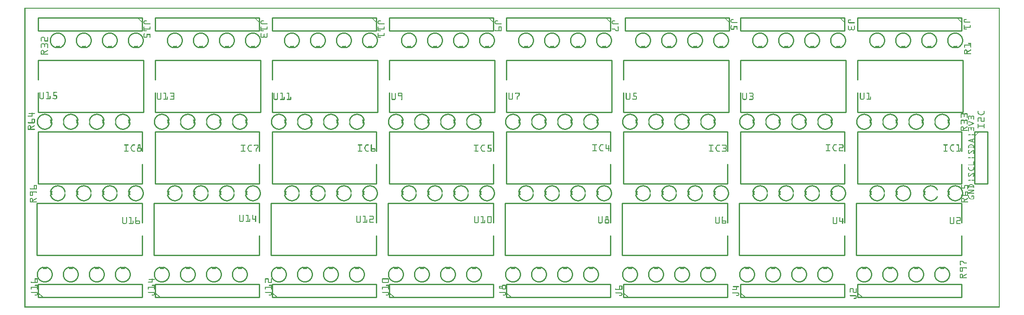
<source format=gto>
G04 MADE WITH FRITZING*
G04 WWW.FRITZING.ORG*
G04 DOUBLE SIDED*
G04 HOLES PLATED*
G04 CONTOUR ON CENTER OF CONTOUR VECTOR*
%ASAXBY*%
%FSLAX23Y23*%
%MOIN*%
%OFA0B0*%
%SFA1.0B1.0*%
%ADD10C,0.010000*%
%ADD11C,0.005000*%
%ADD12R,0.001000X0.001000*%
%LNSILK1*%
G90*
G70*
G54D10*
X4507Y2229D02*
X3707Y2229D01*
D02*
X3707Y2229D02*
X3707Y2129D01*
D02*
X3707Y2129D02*
X4507Y2129D01*
D02*
X4507Y2129D02*
X4507Y2229D01*
D02*
X5419Y2229D02*
X4619Y2229D01*
D02*
X4619Y2229D02*
X4619Y2129D01*
D02*
X4619Y2129D02*
X5419Y2129D01*
D02*
X5419Y2129D02*
X5419Y2229D01*
D02*
X6307Y2229D02*
X5507Y2229D01*
D02*
X5507Y2229D02*
X5507Y2129D01*
D02*
X5507Y2129D02*
X6307Y2129D01*
D02*
X6307Y2129D02*
X6307Y2229D01*
D02*
X7207Y2229D02*
X6407Y2229D01*
D02*
X6407Y2229D02*
X6407Y2129D01*
D02*
X6407Y2129D02*
X7207Y2129D01*
D02*
X7207Y2129D02*
X7207Y2229D01*
D02*
X907Y1354D02*
X107Y1354D01*
D02*
X107Y1354D02*
X107Y954D01*
D02*
X107Y954D02*
X907Y954D01*
D02*
X907Y1354D02*
X907Y1204D01*
D02*
X907Y1104D02*
X907Y954D01*
D02*
X1807Y1354D02*
X1007Y1354D01*
D02*
X1007Y1354D02*
X1007Y954D01*
D02*
X1007Y954D02*
X1807Y954D01*
D02*
X1807Y1354D02*
X1807Y1204D01*
D02*
X1807Y1104D02*
X1807Y954D01*
D02*
X2707Y1354D02*
X1907Y1354D01*
D02*
X1907Y1354D02*
X1907Y954D01*
D02*
X1907Y954D02*
X2707Y954D01*
D02*
X2707Y1354D02*
X2707Y1204D01*
D02*
X2707Y1104D02*
X2707Y954D01*
D02*
X3607Y1354D02*
X2807Y1354D01*
D02*
X2807Y1354D02*
X2807Y954D01*
D02*
X2807Y954D02*
X3607Y954D01*
D02*
X3607Y1354D02*
X3607Y1204D01*
D02*
X3607Y1104D02*
X3607Y954D01*
D02*
X4507Y1354D02*
X3707Y1354D01*
D02*
X3707Y1354D02*
X3707Y954D01*
D02*
X3707Y954D02*
X4507Y954D01*
D02*
X4507Y1354D02*
X4507Y1204D01*
D02*
X4507Y1104D02*
X4507Y954D01*
D02*
X5407Y1354D02*
X4607Y1354D01*
D02*
X4607Y1354D02*
X4607Y954D01*
D02*
X4607Y954D02*
X5407Y954D01*
D02*
X5407Y1354D02*
X5407Y1204D01*
D02*
X5407Y1104D02*
X5407Y954D01*
D02*
X6307Y1354D02*
X5507Y1354D01*
D02*
X5507Y1354D02*
X5507Y954D01*
D02*
X5507Y954D02*
X6307Y954D01*
D02*
X6307Y1354D02*
X6307Y1204D01*
D02*
X6307Y1104D02*
X6307Y954D01*
D02*
X7207Y1354D02*
X6407Y1354D01*
D02*
X6407Y1354D02*
X6407Y954D01*
D02*
X6407Y954D02*
X7207Y954D01*
D02*
X7207Y1354D02*
X7207Y1204D01*
D02*
X7207Y1104D02*
X7207Y954D01*
D02*
X7307Y1354D02*
X7307Y954D01*
D02*
X7307Y954D02*
X7407Y954D01*
D02*
X7407Y954D02*
X7407Y1354D01*
D02*
X7407Y1354D02*
X7307Y1354D01*
D02*
X907Y804D02*
X97Y804D01*
D02*
X97Y804D02*
X97Y404D01*
D02*
X97Y404D02*
X907Y404D01*
D02*
X907Y804D02*
X907Y654D01*
D02*
X907Y554D02*
X907Y404D01*
D02*
X1807Y804D02*
X997Y804D01*
D02*
X997Y804D02*
X997Y404D01*
D02*
X997Y404D02*
X1807Y404D01*
D02*
X1807Y804D02*
X1807Y654D01*
D02*
X1807Y554D02*
X1807Y404D01*
D02*
X2707Y804D02*
X1897Y804D01*
D02*
X1897Y804D02*
X1897Y404D01*
D02*
X1897Y404D02*
X2707Y404D01*
D02*
X2707Y804D02*
X2707Y654D01*
D02*
X2707Y554D02*
X2707Y404D01*
D02*
X3607Y804D02*
X2797Y804D01*
D02*
X2797Y804D02*
X2797Y404D01*
D02*
X2797Y404D02*
X3607Y404D01*
D02*
X3607Y804D02*
X3607Y654D01*
D02*
X3607Y554D02*
X3607Y404D01*
D02*
X4507Y804D02*
X3697Y804D01*
D02*
X3697Y804D02*
X3697Y404D01*
D02*
X3697Y404D02*
X4507Y404D01*
D02*
X4507Y804D02*
X4507Y654D01*
D02*
X4507Y554D02*
X4507Y404D01*
D02*
X5407Y804D02*
X4597Y804D01*
D02*
X4597Y804D02*
X4597Y404D01*
D02*
X4597Y404D02*
X5407Y404D01*
D02*
X5407Y804D02*
X5407Y654D01*
D02*
X5407Y554D02*
X5407Y404D01*
D02*
X6307Y804D02*
X5497Y804D01*
D02*
X5497Y804D02*
X5497Y404D01*
D02*
X5497Y404D02*
X6307Y404D01*
D02*
X6307Y804D02*
X6307Y654D01*
D02*
X6307Y554D02*
X6307Y404D01*
D02*
X7206Y803D02*
X6396Y803D01*
D02*
X6396Y803D02*
X6396Y403D01*
D02*
X6396Y403D02*
X7206Y403D01*
D02*
X7206Y803D02*
X7206Y653D01*
D02*
X7206Y553D02*
X7206Y403D01*
D02*
X107Y1504D02*
X917Y1504D01*
D02*
X917Y1504D02*
X917Y1904D01*
D02*
X917Y1904D02*
X107Y1904D01*
D02*
X107Y1504D02*
X107Y1654D01*
D02*
X107Y1754D02*
X107Y1904D01*
D02*
X1007Y1504D02*
X1817Y1504D01*
D02*
X1817Y1504D02*
X1817Y1904D01*
D02*
X1817Y1904D02*
X1007Y1904D01*
D02*
X1007Y1504D02*
X1007Y1654D01*
D02*
X1007Y1754D02*
X1007Y1904D01*
D02*
X1907Y1504D02*
X2717Y1504D01*
D02*
X2717Y1504D02*
X2717Y1904D01*
D02*
X2717Y1904D02*
X1907Y1904D01*
D02*
X1907Y1504D02*
X1907Y1654D01*
D02*
X1907Y1754D02*
X1907Y1904D01*
D02*
X2807Y1504D02*
X3617Y1504D01*
D02*
X3617Y1504D02*
X3617Y1904D01*
D02*
X3617Y1904D02*
X2807Y1904D01*
D02*
X2807Y1504D02*
X2807Y1654D01*
D02*
X2807Y1754D02*
X2807Y1904D01*
D02*
X3707Y1504D02*
X4517Y1504D01*
D02*
X4517Y1504D02*
X4517Y1904D01*
D02*
X4517Y1904D02*
X3707Y1904D01*
D02*
X3707Y1504D02*
X3707Y1654D01*
D02*
X3707Y1754D02*
X3707Y1904D01*
D02*
X5507Y1503D02*
X6317Y1503D01*
D02*
X6317Y1503D02*
X6317Y1903D01*
D02*
X6317Y1903D02*
X5507Y1903D01*
D02*
X5507Y1503D02*
X5507Y1653D01*
D02*
X5507Y1753D02*
X5507Y1903D01*
D02*
X4607Y1504D02*
X5417Y1504D01*
D02*
X5417Y1504D02*
X5417Y1904D01*
D02*
X5417Y1904D02*
X4607Y1904D01*
D02*
X4607Y1504D02*
X4607Y1654D01*
D02*
X4607Y1754D02*
X4607Y1904D01*
D02*
X6407Y1503D02*
X7217Y1503D01*
D02*
X7217Y1503D02*
X7217Y1903D01*
D02*
X7217Y1903D02*
X6407Y1903D01*
D02*
X6407Y1503D02*
X6407Y1653D01*
D02*
X6407Y1753D02*
X6407Y1903D01*
D02*
X3707Y79D02*
X4507Y79D01*
D02*
X4507Y79D02*
X4507Y179D01*
D02*
X4507Y179D02*
X3707Y179D01*
D02*
X3707Y179D02*
X3707Y79D01*
G54D11*
D02*
X3742Y79D02*
X3707Y114D01*
G54D10*
D02*
X6407Y79D02*
X7207Y79D01*
D02*
X7207Y79D02*
X7207Y179D01*
D02*
X7207Y179D02*
X6407Y179D01*
D02*
X6407Y179D02*
X6407Y79D01*
G54D11*
D02*
X6442Y79D02*
X6407Y114D01*
G54D10*
D02*
X5507Y79D02*
X6307Y79D01*
D02*
X6307Y79D02*
X6307Y179D01*
D02*
X6307Y179D02*
X5507Y179D01*
D02*
X5507Y179D02*
X5507Y79D01*
G54D11*
D02*
X5542Y79D02*
X5507Y114D01*
G54D10*
D02*
X4607Y79D02*
X5407Y79D01*
D02*
X5407Y79D02*
X5407Y179D01*
D02*
X5407Y179D02*
X4607Y179D01*
D02*
X4607Y179D02*
X4607Y79D01*
G54D11*
D02*
X4642Y79D02*
X4607Y114D01*
G54D10*
D02*
X3607Y2229D02*
X2807Y2229D01*
D02*
X2807Y2229D02*
X2807Y2129D01*
D02*
X2807Y2129D02*
X3607Y2129D01*
D02*
X3607Y2129D02*
X3607Y2229D01*
D02*
X2707Y2229D02*
X1907Y2229D01*
D02*
X1907Y2229D02*
X1907Y2129D01*
D02*
X1907Y2129D02*
X2707Y2129D01*
D02*
X2707Y2129D02*
X2707Y2229D01*
D02*
X1807Y2229D02*
X1007Y2229D01*
D02*
X1007Y2229D02*
X1007Y2129D01*
D02*
X1007Y2129D02*
X1807Y2129D01*
D02*
X1807Y2129D02*
X1807Y2229D01*
D02*
X907Y2229D02*
X107Y2229D01*
D02*
X107Y2229D02*
X107Y2129D01*
D02*
X107Y2129D02*
X907Y2129D01*
D02*
X907Y2129D02*
X907Y2229D01*
D02*
X2807Y79D02*
X3607Y79D01*
D02*
X3607Y79D02*
X3607Y179D01*
D02*
X3607Y179D02*
X2807Y179D01*
D02*
X2807Y179D02*
X2807Y79D01*
G54D11*
D02*
X2842Y79D02*
X2807Y114D01*
G54D10*
D02*
X1907Y79D02*
X2707Y79D01*
D02*
X2707Y79D02*
X2707Y179D01*
D02*
X2707Y179D02*
X1907Y179D01*
D02*
X1907Y179D02*
X1907Y79D01*
G54D11*
D02*
X1942Y79D02*
X1907Y114D01*
G54D10*
D02*
X1007Y79D02*
X1807Y79D01*
D02*
X1807Y79D02*
X1807Y179D01*
D02*
X1807Y179D02*
X1007Y179D01*
D02*
X1007Y179D02*
X1007Y79D01*
G54D11*
D02*
X1042Y79D02*
X1007Y114D01*
G54D10*
D02*
X107Y79D02*
X907Y79D01*
D02*
X907Y79D02*
X907Y179D01*
D02*
X907Y179D02*
X107Y179D01*
D02*
X107Y179D02*
X107Y79D01*
G54D11*
D02*
X142Y79D02*
X107Y114D01*
G54D12*
X1Y2307D02*
X7500Y2307D01*
X1Y2306D02*
X7500Y2306D01*
X1Y2305D02*
X7500Y2305D01*
X1Y2304D02*
X7500Y2304D01*
X1Y2303D02*
X7500Y2303D01*
X1Y2302D02*
X7500Y2302D01*
X1Y2301D02*
X7500Y2301D01*
X1Y2300D02*
X7500Y2300D01*
X1Y2299D02*
X8Y2299D01*
X7493Y2299D02*
X7500Y2299D01*
X1Y2298D02*
X8Y2298D01*
X7493Y2298D02*
X7500Y2298D01*
X1Y2297D02*
X8Y2297D01*
X7493Y2297D02*
X7500Y2297D01*
X1Y2296D02*
X8Y2296D01*
X7493Y2296D02*
X7500Y2296D01*
X1Y2295D02*
X8Y2295D01*
X7493Y2295D02*
X7500Y2295D01*
X1Y2294D02*
X8Y2294D01*
X7493Y2294D02*
X7500Y2294D01*
X1Y2293D02*
X8Y2293D01*
X7493Y2293D02*
X7500Y2293D01*
X1Y2292D02*
X8Y2292D01*
X7493Y2292D02*
X7500Y2292D01*
X1Y2291D02*
X8Y2291D01*
X7493Y2291D02*
X7500Y2291D01*
X1Y2290D02*
X8Y2290D01*
X7493Y2290D02*
X7500Y2290D01*
X1Y2289D02*
X8Y2289D01*
X7493Y2289D02*
X7500Y2289D01*
X1Y2288D02*
X8Y2288D01*
X7493Y2288D02*
X7500Y2288D01*
X1Y2287D02*
X8Y2287D01*
X7493Y2287D02*
X7500Y2287D01*
X1Y2286D02*
X8Y2286D01*
X7493Y2286D02*
X7500Y2286D01*
X1Y2285D02*
X8Y2285D01*
X7493Y2285D02*
X7500Y2285D01*
X1Y2284D02*
X8Y2284D01*
X7493Y2284D02*
X7500Y2284D01*
X1Y2283D02*
X8Y2283D01*
X7493Y2283D02*
X7500Y2283D01*
X1Y2282D02*
X8Y2282D01*
X7493Y2282D02*
X7500Y2282D01*
X1Y2281D02*
X8Y2281D01*
X7493Y2281D02*
X7500Y2281D01*
X1Y2280D02*
X8Y2280D01*
X7493Y2280D02*
X7500Y2280D01*
X1Y2279D02*
X8Y2279D01*
X7493Y2279D02*
X7500Y2279D01*
X1Y2278D02*
X8Y2278D01*
X7493Y2278D02*
X7500Y2278D01*
X1Y2277D02*
X8Y2277D01*
X7493Y2277D02*
X7500Y2277D01*
X1Y2276D02*
X8Y2276D01*
X7493Y2276D02*
X7500Y2276D01*
X1Y2275D02*
X8Y2275D01*
X7493Y2275D02*
X7500Y2275D01*
X1Y2274D02*
X8Y2274D01*
X7493Y2274D02*
X7500Y2274D01*
X1Y2273D02*
X8Y2273D01*
X7493Y2273D02*
X7500Y2273D01*
X1Y2272D02*
X8Y2272D01*
X7493Y2272D02*
X7500Y2272D01*
X1Y2271D02*
X8Y2271D01*
X7493Y2271D02*
X7500Y2271D01*
X1Y2270D02*
X8Y2270D01*
X7493Y2270D02*
X7500Y2270D01*
X1Y2269D02*
X8Y2269D01*
X7493Y2269D02*
X7500Y2269D01*
X1Y2268D02*
X8Y2268D01*
X7493Y2268D02*
X7500Y2268D01*
X1Y2267D02*
X8Y2267D01*
X7493Y2267D02*
X7500Y2267D01*
X1Y2266D02*
X8Y2266D01*
X7493Y2266D02*
X7500Y2266D01*
X1Y2265D02*
X8Y2265D01*
X7493Y2265D02*
X7500Y2265D01*
X1Y2264D02*
X8Y2264D01*
X7493Y2264D02*
X7500Y2264D01*
X1Y2263D02*
X8Y2263D01*
X7493Y2263D02*
X7500Y2263D01*
X1Y2262D02*
X8Y2262D01*
X7493Y2262D02*
X7500Y2262D01*
X1Y2261D02*
X8Y2261D01*
X7493Y2261D02*
X7500Y2261D01*
X1Y2260D02*
X8Y2260D01*
X7493Y2260D02*
X7500Y2260D01*
X1Y2259D02*
X8Y2259D01*
X7493Y2259D02*
X7500Y2259D01*
X1Y2258D02*
X8Y2258D01*
X7493Y2258D02*
X7500Y2258D01*
X1Y2257D02*
X8Y2257D01*
X7493Y2257D02*
X7500Y2257D01*
X1Y2256D02*
X8Y2256D01*
X7493Y2256D02*
X7500Y2256D01*
X1Y2255D02*
X8Y2255D01*
X7493Y2255D02*
X7500Y2255D01*
X1Y2254D02*
X8Y2254D01*
X7493Y2254D02*
X7500Y2254D01*
X1Y2253D02*
X8Y2253D01*
X7493Y2253D02*
X7500Y2253D01*
X1Y2252D02*
X8Y2252D01*
X7493Y2252D02*
X7500Y2252D01*
X1Y2251D02*
X8Y2251D01*
X7493Y2251D02*
X7500Y2251D01*
X1Y2250D02*
X8Y2250D01*
X7493Y2250D02*
X7500Y2250D01*
X1Y2249D02*
X8Y2249D01*
X7493Y2249D02*
X7500Y2249D01*
X1Y2248D02*
X8Y2248D01*
X7493Y2248D02*
X7500Y2248D01*
X1Y2247D02*
X8Y2247D01*
X7493Y2247D02*
X7500Y2247D01*
X1Y2246D02*
X8Y2246D01*
X7493Y2246D02*
X7500Y2246D01*
X1Y2245D02*
X8Y2245D01*
X7493Y2245D02*
X7500Y2245D01*
X1Y2244D02*
X8Y2244D01*
X7493Y2244D02*
X7500Y2244D01*
X1Y2243D02*
X8Y2243D01*
X7493Y2243D02*
X7500Y2243D01*
X1Y2242D02*
X8Y2242D01*
X7493Y2242D02*
X7500Y2242D01*
X1Y2241D02*
X8Y2241D01*
X7493Y2241D02*
X7500Y2241D01*
X1Y2240D02*
X8Y2240D01*
X7493Y2240D02*
X7500Y2240D01*
X1Y2239D02*
X8Y2239D01*
X7493Y2239D02*
X7500Y2239D01*
X1Y2238D02*
X8Y2238D01*
X7493Y2238D02*
X7500Y2238D01*
X1Y2237D02*
X8Y2237D01*
X7493Y2237D02*
X7500Y2237D01*
X1Y2236D02*
X8Y2236D01*
X7493Y2236D02*
X7500Y2236D01*
X1Y2235D02*
X8Y2235D01*
X7493Y2235D02*
X7500Y2235D01*
X1Y2234D02*
X8Y2234D01*
X7493Y2234D02*
X7500Y2234D01*
X1Y2233D02*
X8Y2233D01*
X7493Y2233D02*
X7500Y2233D01*
X1Y2232D02*
X8Y2232D01*
X7493Y2232D02*
X7500Y2232D01*
X1Y2231D02*
X8Y2231D01*
X7493Y2231D02*
X7500Y2231D01*
X1Y2230D02*
X8Y2230D01*
X873Y2230D02*
X874Y2230D01*
X1773Y2230D02*
X1774Y2230D01*
X2673Y2230D02*
X2674Y2230D01*
X3573Y2230D02*
X3574Y2230D01*
X4473Y2230D02*
X4474Y2230D01*
X5386Y2230D02*
X5387Y2230D01*
X6273Y2230D02*
X6274Y2230D01*
X7173Y2230D02*
X7174Y2230D01*
X7493Y2230D02*
X7500Y2230D01*
X1Y2229D02*
X8Y2229D01*
X872Y2229D02*
X875Y2229D01*
X1772Y2229D02*
X1775Y2229D01*
X2672Y2229D02*
X2675Y2229D01*
X3572Y2229D02*
X3575Y2229D01*
X4472Y2229D02*
X4475Y2229D01*
X5385Y2229D02*
X5388Y2229D01*
X6272Y2229D02*
X6275Y2229D01*
X7172Y2229D02*
X7175Y2229D01*
X7493Y2229D02*
X7500Y2229D01*
X1Y2228D02*
X8Y2228D01*
X871Y2228D02*
X876Y2228D01*
X1771Y2228D02*
X1776Y2228D01*
X2671Y2228D02*
X2676Y2228D01*
X3571Y2228D02*
X3576Y2228D01*
X4471Y2228D02*
X4476Y2228D01*
X5384Y2228D02*
X5389Y2228D01*
X6271Y2228D02*
X6276Y2228D01*
X7171Y2228D02*
X7176Y2228D01*
X7493Y2228D02*
X7500Y2228D01*
X1Y2227D02*
X8Y2227D01*
X871Y2227D02*
X877Y2227D01*
X1771Y2227D02*
X1777Y2227D01*
X2671Y2227D02*
X2677Y2227D01*
X3571Y2227D02*
X3577Y2227D01*
X4471Y2227D02*
X4477Y2227D01*
X5384Y2227D02*
X5390Y2227D01*
X6271Y2227D02*
X6277Y2227D01*
X7171Y2227D02*
X7177Y2227D01*
X7493Y2227D02*
X7500Y2227D01*
X1Y2226D02*
X8Y2226D01*
X872Y2226D02*
X878Y2226D01*
X1772Y2226D02*
X1778Y2226D01*
X2672Y2226D02*
X2678Y2226D01*
X3572Y2226D02*
X3578Y2226D01*
X4472Y2226D02*
X4478Y2226D01*
X5385Y2226D02*
X5391Y2226D01*
X6272Y2226D02*
X6278Y2226D01*
X7172Y2226D02*
X7178Y2226D01*
X7493Y2226D02*
X7500Y2226D01*
X1Y2225D02*
X8Y2225D01*
X873Y2225D02*
X879Y2225D01*
X1773Y2225D02*
X1779Y2225D01*
X2673Y2225D02*
X2679Y2225D01*
X3573Y2225D02*
X3579Y2225D01*
X4473Y2225D02*
X4479Y2225D01*
X5386Y2225D02*
X5392Y2225D01*
X6273Y2225D02*
X6279Y2225D01*
X7173Y2225D02*
X7179Y2225D01*
X7493Y2225D02*
X7500Y2225D01*
X1Y2224D02*
X8Y2224D01*
X874Y2224D02*
X880Y2224D01*
X1774Y2224D02*
X1780Y2224D01*
X2674Y2224D02*
X2680Y2224D01*
X3574Y2224D02*
X3580Y2224D01*
X4474Y2224D02*
X4480Y2224D01*
X5387Y2224D02*
X5393Y2224D01*
X6274Y2224D02*
X6280Y2224D01*
X7174Y2224D02*
X7180Y2224D01*
X7493Y2224D02*
X7500Y2224D01*
X1Y2223D02*
X8Y2223D01*
X875Y2223D02*
X881Y2223D01*
X1775Y2223D02*
X1781Y2223D01*
X2675Y2223D02*
X2681Y2223D01*
X3575Y2223D02*
X3581Y2223D01*
X4475Y2223D02*
X4481Y2223D01*
X5388Y2223D02*
X5394Y2223D01*
X6275Y2223D02*
X6281Y2223D01*
X7175Y2223D02*
X7181Y2223D01*
X7493Y2223D02*
X7500Y2223D01*
X1Y2222D02*
X8Y2222D01*
X876Y2222D02*
X882Y2222D01*
X1776Y2222D02*
X1782Y2222D01*
X2676Y2222D02*
X2682Y2222D01*
X3576Y2222D02*
X3582Y2222D01*
X4476Y2222D02*
X4482Y2222D01*
X5389Y2222D02*
X5395Y2222D01*
X6276Y2222D02*
X6282Y2222D01*
X7176Y2222D02*
X7182Y2222D01*
X7493Y2222D02*
X7500Y2222D01*
X1Y2221D02*
X8Y2221D01*
X877Y2221D02*
X883Y2221D01*
X1777Y2221D02*
X1783Y2221D01*
X2677Y2221D02*
X2683Y2221D01*
X3577Y2221D02*
X3583Y2221D01*
X4477Y2221D02*
X4483Y2221D01*
X5390Y2221D02*
X5396Y2221D01*
X6277Y2221D02*
X6283Y2221D01*
X7177Y2221D02*
X7183Y2221D01*
X7493Y2221D02*
X7500Y2221D01*
X1Y2220D02*
X8Y2220D01*
X878Y2220D02*
X884Y2220D01*
X1778Y2220D02*
X1784Y2220D01*
X2678Y2220D02*
X2684Y2220D01*
X3578Y2220D02*
X3584Y2220D01*
X4478Y2220D02*
X4484Y2220D01*
X5391Y2220D02*
X5397Y2220D01*
X6278Y2220D02*
X6284Y2220D01*
X7178Y2220D02*
X7184Y2220D01*
X7230Y2220D02*
X7244Y2220D01*
X7493Y2220D02*
X7500Y2220D01*
X1Y2219D02*
X8Y2219D01*
X879Y2219D02*
X885Y2219D01*
X1779Y2219D02*
X1785Y2219D01*
X2679Y2219D02*
X2685Y2219D01*
X3579Y2219D02*
X3585Y2219D01*
X4479Y2219D02*
X4485Y2219D01*
X5392Y2219D02*
X5398Y2219D01*
X6279Y2219D02*
X6285Y2219D01*
X7179Y2219D02*
X7185Y2219D01*
X7227Y2219D02*
X7245Y2219D01*
X7493Y2219D02*
X7500Y2219D01*
X1Y2218D02*
X8Y2218D01*
X880Y2218D02*
X886Y2218D01*
X1780Y2218D02*
X1786Y2218D01*
X2680Y2218D02*
X2686Y2218D01*
X3580Y2218D02*
X3586Y2218D01*
X4480Y2218D02*
X4486Y2218D01*
X5393Y2218D02*
X5399Y2218D01*
X5438Y2218D02*
X5453Y2218D01*
X6280Y2218D02*
X6286Y2218D01*
X7180Y2218D02*
X7186Y2218D01*
X7226Y2218D02*
X7245Y2218D01*
X7493Y2218D02*
X7500Y2218D01*
X1Y2217D02*
X8Y2217D01*
X881Y2217D02*
X887Y2217D01*
X1781Y2217D02*
X1787Y2217D01*
X2681Y2217D02*
X2687Y2217D01*
X3581Y2217D02*
X3587Y2217D01*
X4481Y2217D02*
X4487Y2217D01*
X5394Y2217D02*
X5400Y2217D01*
X5436Y2217D02*
X5454Y2217D01*
X6281Y2217D02*
X6287Y2217D01*
X7181Y2217D02*
X7187Y2217D01*
X7225Y2217D02*
X7246Y2217D01*
X7493Y2217D02*
X7500Y2217D01*
X1Y2216D02*
X8Y2216D01*
X882Y2216D02*
X888Y2216D01*
X1782Y2216D02*
X1788Y2216D01*
X2682Y2216D02*
X2688Y2216D01*
X3582Y2216D02*
X3588Y2216D01*
X4482Y2216D02*
X4488Y2216D01*
X5395Y2216D02*
X5401Y2216D01*
X5435Y2216D02*
X5454Y2216D01*
X6282Y2216D02*
X6288Y2216D01*
X7182Y2216D02*
X7188Y2216D01*
X7224Y2216D02*
X7245Y2216D01*
X7493Y2216D02*
X7500Y2216D01*
X1Y2215D02*
X8Y2215D01*
X883Y2215D02*
X889Y2215D01*
X1783Y2215D02*
X1789Y2215D01*
X2683Y2215D02*
X2689Y2215D01*
X3583Y2215D02*
X3589Y2215D01*
X4483Y2215D02*
X4489Y2215D01*
X5396Y2215D02*
X5402Y2215D01*
X5434Y2215D02*
X5455Y2215D01*
X6283Y2215D02*
X6289Y2215D01*
X6340Y2215D02*
X6354Y2215D01*
X7183Y2215D02*
X7189Y2215D01*
X7223Y2215D02*
X7245Y2215D01*
X7493Y2215D02*
X7500Y2215D01*
X1Y2214D02*
X8Y2214D01*
X884Y2214D02*
X890Y2214D01*
X1784Y2214D02*
X1790Y2214D01*
X2684Y2214D02*
X2690Y2214D01*
X3584Y2214D02*
X3590Y2214D01*
X4484Y2214D02*
X4490Y2214D01*
X5397Y2214D02*
X5403Y2214D01*
X5433Y2214D02*
X5454Y2214D01*
X6284Y2214D02*
X6290Y2214D01*
X6337Y2214D02*
X6355Y2214D01*
X7184Y2214D02*
X7190Y2214D01*
X7223Y2214D02*
X7244Y2214D01*
X7493Y2214D02*
X7500Y2214D01*
X1Y2213D02*
X8Y2213D01*
X886Y2213D02*
X891Y2213D01*
X1786Y2213D02*
X1791Y2213D01*
X2686Y2213D02*
X2691Y2213D01*
X3586Y2213D02*
X3591Y2213D01*
X4486Y2213D02*
X4491Y2213D01*
X5398Y2213D02*
X5404Y2213D01*
X5432Y2213D02*
X5454Y2213D01*
X6286Y2213D02*
X6291Y2213D01*
X6336Y2213D02*
X6355Y2213D01*
X7186Y2213D02*
X7191Y2213D01*
X7222Y2213D02*
X7230Y2213D01*
X7493Y2213D02*
X7500Y2213D01*
X1Y2212D02*
X8Y2212D01*
X887Y2212D02*
X892Y2212D01*
X1787Y2212D02*
X1792Y2212D01*
X2687Y2212D02*
X2692Y2212D01*
X3587Y2212D02*
X3592Y2212D01*
X4487Y2212D02*
X4492Y2212D01*
X5399Y2212D02*
X5405Y2212D01*
X5432Y2212D02*
X5453Y2212D01*
X6287Y2212D02*
X6292Y2212D01*
X6335Y2212D02*
X6356Y2212D01*
X7187Y2212D02*
X7192Y2212D01*
X7222Y2212D02*
X7229Y2212D01*
X7493Y2212D02*
X7500Y2212D01*
X1Y2211D02*
X8Y2211D01*
X888Y2211D02*
X893Y2211D01*
X1788Y2211D02*
X1793Y2211D01*
X2688Y2211D02*
X2693Y2211D01*
X3588Y2211D02*
X3593Y2211D01*
X4488Y2211D02*
X4493Y2211D01*
X5400Y2211D02*
X5406Y2211D01*
X5431Y2211D02*
X5438Y2211D01*
X6288Y2211D02*
X6293Y2211D01*
X6334Y2211D02*
X6356Y2211D01*
X7188Y2211D02*
X7193Y2211D01*
X7222Y2211D02*
X7228Y2211D01*
X7493Y2211D02*
X7500Y2211D01*
X1Y2210D02*
X8Y2210D01*
X889Y2210D02*
X894Y2210D01*
X1789Y2210D02*
X1794Y2210D01*
X2689Y2210D02*
X2694Y2210D01*
X3589Y2210D02*
X3594Y2210D01*
X4489Y2210D02*
X4494Y2210D01*
X5402Y2210D02*
X5407Y2210D01*
X5431Y2210D02*
X5438Y2210D01*
X6289Y2210D02*
X6294Y2210D01*
X6333Y2210D02*
X6355Y2210D01*
X7189Y2210D02*
X7194Y2210D01*
X7222Y2210D02*
X7228Y2210D01*
X7493Y2210D02*
X7500Y2210D01*
X1Y2209D02*
X8Y2209D01*
X890Y2209D02*
X895Y2209D01*
X1790Y2209D02*
X1795Y2209D01*
X2690Y2209D02*
X2695Y2209D01*
X3590Y2209D02*
X3595Y2209D01*
X4490Y2209D02*
X4495Y2209D01*
X5402Y2209D02*
X5408Y2209D01*
X5431Y2209D02*
X5437Y2209D01*
X6290Y2209D02*
X6295Y2209D01*
X6333Y2209D02*
X6354Y2209D01*
X7190Y2209D02*
X7195Y2209D01*
X7222Y2209D02*
X7228Y2209D01*
X7493Y2209D02*
X7500Y2209D01*
X1Y2208D02*
X8Y2208D01*
X891Y2208D02*
X896Y2208D01*
X925Y2208D02*
X938Y2208D01*
X1791Y2208D02*
X1796Y2208D01*
X1825Y2208D02*
X1838Y2208D01*
X2691Y2208D02*
X2696Y2208D01*
X2725Y2208D02*
X2738Y2208D01*
X3591Y2208D02*
X3596Y2208D01*
X3625Y2208D02*
X3638Y2208D01*
X4491Y2208D02*
X4496Y2208D01*
X4525Y2208D02*
X4538Y2208D01*
X5403Y2208D02*
X5409Y2208D01*
X5431Y2208D02*
X5437Y2208D01*
X6291Y2208D02*
X6296Y2208D01*
X6333Y2208D02*
X6340Y2208D01*
X7191Y2208D02*
X7196Y2208D01*
X7222Y2208D02*
X7228Y2208D01*
X7493Y2208D02*
X7500Y2208D01*
X1Y2207D02*
X8Y2207D01*
X892Y2207D02*
X897Y2207D01*
X923Y2207D02*
X940Y2207D01*
X1792Y2207D02*
X1797Y2207D01*
X1823Y2207D02*
X1840Y2207D01*
X2692Y2207D02*
X2697Y2207D01*
X2723Y2207D02*
X2740Y2207D01*
X3592Y2207D02*
X3597Y2207D01*
X3623Y2207D02*
X3640Y2207D01*
X4492Y2207D02*
X4497Y2207D01*
X4523Y2207D02*
X4540Y2207D01*
X5404Y2207D02*
X5410Y2207D01*
X5431Y2207D02*
X5437Y2207D01*
X6292Y2207D02*
X6297Y2207D01*
X6332Y2207D02*
X6339Y2207D01*
X7192Y2207D02*
X7197Y2207D01*
X7222Y2207D02*
X7228Y2207D01*
X7493Y2207D02*
X7500Y2207D01*
X1Y2206D02*
X8Y2206D01*
X892Y2206D02*
X898Y2206D01*
X921Y2206D02*
X940Y2206D01*
X1792Y2206D02*
X1798Y2206D01*
X1821Y2206D02*
X1840Y2206D01*
X2692Y2206D02*
X2698Y2206D01*
X2721Y2206D02*
X2740Y2206D01*
X3592Y2206D02*
X3598Y2206D01*
X3621Y2206D02*
X3640Y2206D01*
X4492Y2206D02*
X4498Y2206D01*
X4521Y2206D02*
X4540Y2206D01*
X5405Y2206D02*
X5411Y2206D01*
X5431Y2206D02*
X5437Y2206D01*
X6292Y2206D02*
X6298Y2206D01*
X6332Y2206D02*
X6338Y2206D01*
X7192Y2206D02*
X7198Y2206D01*
X7222Y2206D02*
X7228Y2206D01*
X7493Y2206D02*
X7500Y2206D01*
X1Y2205D02*
X8Y2205D01*
X893Y2205D02*
X899Y2205D01*
X920Y2205D02*
X941Y2205D01*
X1793Y2205D02*
X1799Y2205D01*
X1820Y2205D02*
X1841Y2205D01*
X2693Y2205D02*
X2699Y2205D01*
X2720Y2205D02*
X2741Y2205D01*
X3593Y2205D02*
X3599Y2205D01*
X3620Y2205D02*
X3641Y2205D01*
X4493Y2205D02*
X4499Y2205D01*
X4520Y2205D02*
X4541Y2205D01*
X5406Y2205D02*
X5412Y2205D01*
X5431Y2205D02*
X5437Y2205D01*
X6293Y2205D02*
X6299Y2205D01*
X6332Y2205D02*
X6338Y2205D01*
X7193Y2205D02*
X7199Y2205D01*
X7222Y2205D02*
X7228Y2205D01*
X7493Y2205D02*
X7500Y2205D01*
X1Y2204D02*
X8Y2204D01*
X894Y2204D02*
X900Y2204D01*
X919Y2204D02*
X941Y2204D01*
X1794Y2204D02*
X1800Y2204D01*
X1819Y2204D02*
X1841Y2204D01*
X2694Y2204D02*
X2700Y2204D01*
X2719Y2204D02*
X2741Y2204D01*
X3594Y2204D02*
X3600Y2204D01*
X3619Y2204D02*
X3641Y2204D01*
X4494Y2204D02*
X4500Y2204D01*
X4519Y2204D02*
X4541Y2204D01*
X5407Y2204D02*
X5413Y2204D01*
X5431Y2204D02*
X5437Y2204D01*
X6294Y2204D02*
X6300Y2204D01*
X6332Y2204D02*
X6338Y2204D01*
X7194Y2204D02*
X7200Y2204D01*
X7222Y2204D02*
X7228Y2204D01*
X7493Y2204D02*
X7500Y2204D01*
X1Y2203D02*
X8Y2203D01*
X895Y2203D02*
X901Y2203D01*
X918Y2203D02*
X940Y2203D01*
X1795Y2203D02*
X1801Y2203D01*
X1818Y2203D02*
X1840Y2203D01*
X2695Y2203D02*
X2701Y2203D01*
X2718Y2203D02*
X2740Y2203D01*
X3595Y2203D02*
X3601Y2203D01*
X3618Y2203D02*
X3640Y2203D01*
X4495Y2203D02*
X4501Y2203D01*
X4518Y2203D02*
X4540Y2203D01*
X5408Y2203D02*
X5414Y2203D01*
X5431Y2203D02*
X5437Y2203D01*
X6295Y2203D02*
X6301Y2203D01*
X6332Y2203D02*
X6338Y2203D01*
X7195Y2203D02*
X7201Y2203D01*
X7222Y2203D02*
X7228Y2203D01*
X7493Y2203D02*
X7500Y2203D01*
X1Y2202D02*
X8Y2202D01*
X896Y2202D02*
X902Y2202D01*
X918Y2202D02*
X939Y2202D01*
X1796Y2202D02*
X1802Y2202D01*
X1818Y2202D02*
X1839Y2202D01*
X2696Y2202D02*
X2702Y2202D01*
X2718Y2202D02*
X2739Y2202D01*
X3596Y2202D02*
X3602Y2202D01*
X3618Y2202D02*
X3639Y2202D01*
X4496Y2202D02*
X4502Y2202D01*
X4518Y2202D02*
X4539Y2202D01*
X5409Y2202D02*
X5415Y2202D01*
X5431Y2202D02*
X5437Y2202D01*
X6296Y2202D02*
X6302Y2202D01*
X6332Y2202D02*
X6338Y2202D01*
X7196Y2202D02*
X7202Y2202D01*
X7222Y2202D02*
X7228Y2202D01*
X7493Y2202D02*
X7500Y2202D01*
X1Y2201D02*
X8Y2201D01*
X897Y2201D02*
X903Y2201D01*
X917Y2201D02*
X925Y2201D01*
X1797Y2201D02*
X1803Y2201D01*
X1817Y2201D02*
X1825Y2201D01*
X2697Y2201D02*
X2703Y2201D01*
X2717Y2201D02*
X2725Y2201D01*
X3597Y2201D02*
X3603Y2201D01*
X3617Y2201D02*
X3625Y2201D01*
X4497Y2201D02*
X4503Y2201D01*
X4517Y2201D02*
X4525Y2201D01*
X5410Y2201D02*
X5416Y2201D01*
X5431Y2201D02*
X5437Y2201D01*
X6297Y2201D02*
X6303Y2201D01*
X6332Y2201D02*
X6338Y2201D01*
X7197Y2201D02*
X7203Y2201D01*
X7222Y2201D02*
X7229Y2201D01*
X7493Y2201D02*
X7500Y2201D01*
X1Y2200D02*
X8Y2200D01*
X898Y2200D02*
X904Y2200D01*
X917Y2200D02*
X924Y2200D01*
X1798Y2200D02*
X1804Y2200D01*
X1817Y2200D02*
X1824Y2200D01*
X2698Y2200D02*
X2704Y2200D01*
X2717Y2200D02*
X2724Y2200D01*
X3598Y2200D02*
X3604Y2200D01*
X3617Y2200D02*
X3624Y2200D01*
X4498Y2200D02*
X4504Y2200D01*
X4517Y2200D02*
X4524Y2200D01*
X5411Y2200D02*
X5417Y2200D01*
X5431Y2200D02*
X5437Y2200D01*
X6298Y2200D02*
X6304Y2200D01*
X6332Y2200D02*
X6338Y2200D01*
X7198Y2200D02*
X7204Y2200D01*
X7222Y2200D02*
X7230Y2200D01*
X7493Y2200D02*
X7500Y2200D01*
X1Y2199D02*
X8Y2199D01*
X899Y2199D02*
X905Y2199D01*
X917Y2199D02*
X923Y2199D01*
X1799Y2199D02*
X1805Y2199D01*
X1817Y2199D02*
X1823Y2199D01*
X2699Y2199D02*
X2705Y2199D01*
X2717Y2199D02*
X2723Y2199D01*
X3599Y2199D02*
X3605Y2199D01*
X3617Y2199D02*
X3623Y2199D01*
X4499Y2199D02*
X4505Y2199D01*
X4517Y2199D02*
X4523Y2199D01*
X5412Y2199D02*
X5418Y2199D01*
X5431Y2199D02*
X5438Y2199D01*
X6299Y2199D02*
X6305Y2199D01*
X6332Y2199D02*
X6338Y2199D01*
X7199Y2199D02*
X7205Y2199D01*
X7223Y2199D02*
X7273Y2199D01*
X7493Y2199D02*
X7500Y2199D01*
X1Y2198D02*
X8Y2198D01*
X900Y2198D02*
X906Y2198D01*
X917Y2198D02*
X923Y2198D01*
X1800Y2198D02*
X1806Y2198D01*
X1817Y2198D02*
X1823Y2198D01*
X2700Y2198D02*
X2706Y2198D01*
X2717Y2198D02*
X2723Y2198D01*
X3600Y2198D02*
X3606Y2198D01*
X3617Y2198D02*
X3623Y2198D01*
X4500Y2198D02*
X4506Y2198D01*
X4517Y2198D02*
X4523Y2198D01*
X5413Y2198D02*
X5419Y2198D01*
X5431Y2198D02*
X5440Y2198D01*
X6300Y2198D02*
X6306Y2198D01*
X6332Y2198D02*
X6338Y2198D01*
X7200Y2198D02*
X7206Y2198D01*
X7223Y2198D02*
X7274Y2198D01*
X7493Y2198D02*
X7500Y2198D01*
X1Y2197D02*
X8Y2197D01*
X901Y2197D02*
X907Y2197D01*
X917Y2197D02*
X923Y2197D01*
X1801Y2197D02*
X1807Y2197D01*
X1817Y2197D02*
X1823Y2197D01*
X2701Y2197D02*
X2707Y2197D01*
X2717Y2197D02*
X2723Y2197D01*
X3601Y2197D02*
X3607Y2197D01*
X3617Y2197D02*
X3623Y2197D01*
X4501Y2197D02*
X4507Y2197D01*
X4517Y2197D02*
X4523Y2197D01*
X5414Y2197D02*
X5420Y2197D01*
X5432Y2197D02*
X5483Y2197D01*
X6301Y2197D02*
X6307Y2197D01*
X6332Y2197D02*
X6338Y2197D01*
X7201Y2197D02*
X7207Y2197D01*
X7224Y2197D02*
X7275Y2197D01*
X7493Y2197D02*
X7500Y2197D01*
X1Y2196D02*
X8Y2196D01*
X902Y2196D02*
X908Y2196D01*
X917Y2196D02*
X923Y2196D01*
X1802Y2196D02*
X1808Y2196D01*
X1817Y2196D02*
X1823Y2196D01*
X2702Y2196D02*
X2708Y2196D01*
X2717Y2196D02*
X2723Y2196D01*
X3602Y2196D02*
X3608Y2196D01*
X3617Y2196D02*
X3623Y2196D01*
X4502Y2196D02*
X4508Y2196D01*
X4517Y2196D02*
X4523Y2196D01*
X5415Y2196D02*
X5421Y2196D01*
X5432Y2196D02*
X5484Y2196D01*
X6302Y2196D02*
X6308Y2196D01*
X6332Y2196D02*
X6339Y2196D01*
X7202Y2196D02*
X7208Y2196D01*
X7225Y2196D02*
X7275Y2196D01*
X7493Y2196D02*
X7500Y2196D01*
X1Y2195D02*
X8Y2195D01*
X903Y2195D02*
X907Y2195D01*
X917Y2195D02*
X923Y2195D01*
X1803Y2195D02*
X1807Y2195D01*
X1817Y2195D02*
X1823Y2195D01*
X2703Y2195D02*
X2707Y2195D01*
X2717Y2195D02*
X2723Y2195D01*
X3603Y2195D02*
X3607Y2195D01*
X3617Y2195D02*
X3623Y2195D01*
X4503Y2195D02*
X4507Y2195D01*
X4517Y2195D02*
X4523Y2195D01*
X5416Y2195D02*
X5420Y2195D01*
X5433Y2195D02*
X5484Y2195D01*
X6303Y2195D02*
X6307Y2195D01*
X6333Y2195D02*
X6340Y2195D01*
X7203Y2195D02*
X7207Y2195D01*
X7226Y2195D02*
X7275Y2195D01*
X7493Y2195D02*
X7500Y2195D01*
X1Y2194D02*
X8Y2194D01*
X904Y2194D02*
X906Y2194D01*
X917Y2194D02*
X923Y2194D01*
X1804Y2194D02*
X1806Y2194D01*
X1817Y2194D02*
X1823Y2194D01*
X2704Y2194D02*
X2706Y2194D01*
X2717Y2194D02*
X2723Y2194D01*
X3604Y2194D02*
X3606Y2194D01*
X3617Y2194D02*
X3623Y2194D01*
X4504Y2194D02*
X4506Y2194D01*
X4517Y2194D02*
X4523Y2194D01*
X5417Y2194D02*
X5419Y2194D01*
X5434Y2194D02*
X5484Y2194D01*
X6304Y2194D02*
X6306Y2194D01*
X6333Y2194D02*
X6384Y2194D01*
X7204Y2194D02*
X7206Y2194D01*
X7227Y2194D02*
X7274Y2194D01*
X7493Y2194D02*
X7500Y2194D01*
X1Y2193D02*
X8Y2193D01*
X905Y2193D02*
X905Y2193D01*
X917Y2193D02*
X923Y2193D01*
X1805Y2193D02*
X1805Y2193D01*
X1817Y2193D02*
X1823Y2193D01*
X2705Y2193D02*
X2705Y2193D01*
X2717Y2193D02*
X2723Y2193D01*
X3605Y2193D02*
X3605Y2193D01*
X3617Y2193D02*
X3623Y2193D01*
X4505Y2193D02*
X4505Y2193D01*
X4517Y2193D02*
X4523Y2193D01*
X5418Y2193D02*
X5418Y2193D01*
X5435Y2193D02*
X5484Y2193D01*
X6305Y2193D02*
X6305Y2193D01*
X6333Y2193D02*
X6385Y2193D01*
X7205Y2193D02*
X7205Y2193D01*
X7230Y2193D02*
X7273Y2193D01*
X7493Y2193D02*
X7500Y2193D01*
X1Y2192D02*
X8Y2192D01*
X917Y2192D02*
X923Y2192D01*
X1817Y2192D02*
X1823Y2192D01*
X2717Y2192D02*
X2723Y2192D01*
X3617Y2192D02*
X3623Y2192D01*
X4517Y2192D02*
X4523Y2192D01*
X5437Y2192D02*
X5483Y2192D01*
X6334Y2192D02*
X6385Y2192D01*
X7493Y2192D02*
X7500Y2192D01*
X1Y2191D02*
X8Y2191D01*
X917Y2191D02*
X923Y2191D01*
X1817Y2191D02*
X1823Y2191D01*
X2717Y2191D02*
X2723Y2191D01*
X3617Y2191D02*
X3623Y2191D01*
X4517Y2191D02*
X4523Y2191D01*
X5440Y2191D02*
X5481Y2191D01*
X6335Y2191D02*
X6385Y2191D01*
X7493Y2191D02*
X7500Y2191D01*
X1Y2190D02*
X8Y2190D01*
X917Y2190D02*
X923Y2190D01*
X1817Y2190D02*
X1823Y2190D01*
X2717Y2190D02*
X2723Y2190D01*
X3617Y2190D02*
X3623Y2190D01*
X4517Y2190D02*
X4523Y2190D01*
X6336Y2190D02*
X6385Y2190D01*
X7493Y2190D02*
X7500Y2190D01*
X1Y2189D02*
X8Y2189D01*
X917Y2189D02*
X924Y2189D01*
X1817Y2189D02*
X1824Y2189D01*
X2717Y2189D02*
X2724Y2189D01*
X3617Y2189D02*
X3624Y2189D01*
X4517Y2189D02*
X4524Y2189D01*
X6337Y2189D02*
X6384Y2189D01*
X7493Y2189D02*
X7500Y2189D01*
X1Y2188D02*
X8Y2188D01*
X917Y2188D02*
X925Y2188D01*
X1817Y2188D02*
X1825Y2188D01*
X2717Y2188D02*
X2725Y2188D01*
X3617Y2188D02*
X3625Y2188D01*
X4517Y2188D02*
X4525Y2188D01*
X6340Y2188D02*
X6383Y2188D01*
X7493Y2188D02*
X7500Y2188D01*
X1Y2187D02*
X8Y2187D01*
X918Y2187D02*
X968Y2187D01*
X1818Y2187D02*
X1868Y2187D01*
X2718Y2187D02*
X2768Y2187D01*
X3618Y2187D02*
X3668Y2187D01*
X4518Y2187D02*
X4568Y2187D01*
X7493Y2187D02*
X7500Y2187D01*
X1Y2186D02*
X8Y2186D01*
X918Y2186D02*
X969Y2186D01*
X1818Y2186D02*
X1869Y2186D01*
X2718Y2186D02*
X2769Y2186D01*
X3618Y2186D02*
X3669Y2186D01*
X4518Y2186D02*
X4569Y2186D01*
X7493Y2186D02*
X7500Y2186D01*
X1Y2185D02*
X8Y2185D01*
X919Y2185D02*
X970Y2185D01*
X1819Y2185D02*
X1870Y2185D01*
X2719Y2185D02*
X2770Y2185D01*
X3619Y2185D02*
X3670Y2185D01*
X4519Y2185D02*
X4570Y2185D01*
X7493Y2185D02*
X7500Y2185D01*
X1Y2184D02*
X8Y2184D01*
X920Y2184D02*
X970Y2184D01*
X1820Y2184D02*
X1870Y2184D01*
X2720Y2184D02*
X2770Y2184D01*
X3620Y2184D02*
X3670Y2184D01*
X4520Y2184D02*
X4570Y2184D01*
X7493Y2184D02*
X7500Y2184D01*
X1Y2183D02*
X8Y2183D01*
X921Y2183D02*
X970Y2183D01*
X1821Y2183D02*
X1870Y2183D01*
X2721Y2183D02*
X2770Y2183D01*
X3621Y2183D02*
X3670Y2183D01*
X4521Y2183D02*
X4570Y2183D01*
X7493Y2183D02*
X7500Y2183D01*
X1Y2182D02*
X8Y2182D01*
X922Y2182D02*
X969Y2182D01*
X1822Y2182D02*
X1869Y2182D01*
X2722Y2182D02*
X2769Y2182D01*
X3622Y2182D02*
X3669Y2182D01*
X4522Y2182D02*
X4569Y2182D01*
X7493Y2182D02*
X7500Y2182D01*
X1Y2181D02*
X8Y2181D01*
X925Y2181D02*
X968Y2181D01*
X1825Y2181D02*
X1868Y2181D01*
X2725Y2181D02*
X2768Y2181D01*
X3625Y2181D02*
X3668Y2181D01*
X4525Y2181D02*
X4568Y2181D01*
X7493Y2181D02*
X7500Y2181D01*
X1Y2180D02*
X8Y2180D01*
X7493Y2180D02*
X7500Y2180D01*
X1Y2179D02*
X8Y2179D01*
X7493Y2179D02*
X7500Y2179D01*
X1Y2178D02*
X8Y2178D01*
X7493Y2178D02*
X7500Y2178D01*
X1Y2177D02*
X8Y2177D01*
X7493Y2177D02*
X7500Y2177D01*
X1Y2176D02*
X8Y2176D01*
X7493Y2176D02*
X7500Y2176D01*
X1Y2175D02*
X8Y2175D01*
X7493Y2175D02*
X7500Y2175D01*
X1Y2174D02*
X8Y2174D01*
X7493Y2174D02*
X7500Y2174D01*
X1Y2173D02*
X8Y2173D01*
X7224Y2173D02*
X7226Y2173D01*
X7271Y2173D02*
X7273Y2173D01*
X7493Y2173D02*
X7500Y2173D01*
X1Y2172D02*
X8Y2172D01*
X7222Y2172D02*
X7227Y2172D01*
X7270Y2172D02*
X7274Y2172D01*
X7493Y2172D02*
X7500Y2172D01*
X1Y2171D02*
X8Y2171D01*
X5435Y2171D02*
X5438Y2171D01*
X7222Y2171D02*
X7228Y2171D01*
X7269Y2171D02*
X7275Y2171D01*
X7493Y2171D02*
X7500Y2171D01*
X1Y2170D02*
X8Y2170D01*
X5434Y2170D02*
X5439Y2170D01*
X7222Y2170D02*
X7228Y2170D01*
X7269Y2170D02*
X7275Y2170D01*
X7493Y2170D02*
X7500Y2170D01*
X1Y2169D02*
X8Y2169D01*
X5434Y2169D02*
X5440Y2169D01*
X7222Y2169D02*
X7228Y2169D01*
X7269Y2169D02*
X7275Y2169D01*
X7493Y2169D02*
X7500Y2169D01*
X1Y2168D02*
X8Y2168D01*
X5433Y2168D02*
X5440Y2168D01*
X6334Y2168D02*
X6336Y2168D01*
X6381Y2168D02*
X6383Y2168D01*
X7222Y2168D02*
X7228Y2168D01*
X7269Y2168D02*
X7275Y2168D01*
X7493Y2168D02*
X7500Y2168D01*
X1Y2167D02*
X8Y2167D01*
X5433Y2167D02*
X5439Y2167D01*
X6333Y2167D02*
X6337Y2167D01*
X6380Y2167D02*
X6385Y2167D01*
X7222Y2167D02*
X7228Y2167D01*
X7269Y2167D02*
X7275Y2167D01*
X7493Y2167D02*
X7500Y2167D01*
X1Y2166D02*
X8Y2166D01*
X5432Y2166D02*
X5439Y2166D01*
X6332Y2166D02*
X6338Y2166D01*
X6379Y2166D02*
X6385Y2166D01*
X7222Y2166D02*
X7228Y2166D01*
X7269Y2166D02*
X7275Y2166D01*
X7493Y2166D02*
X7500Y2166D01*
X1Y2165D02*
X8Y2165D01*
X5432Y2165D02*
X5439Y2165D01*
X6332Y2165D02*
X6338Y2165D01*
X6379Y2165D02*
X6385Y2165D01*
X7222Y2165D02*
X7228Y2165D01*
X7269Y2165D02*
X7275Y2165D01*
X7493Y2165D02*
X7500Y2165D01*
X1Y2164D02*
X8Y2164D01*
X5432Y2164D02*
X5438Y2164D01*
X5454Y2164D02*
X5484Y2164D01*
X6332Y2164D02*
X6338Y2164D01*
X6379Y2164D02*
X6385Y2164D01*
X7222Y2164D02*
X7228Y2164D01*
X7269Y2164D02*
X7275Y2164D01*
X7493Y2164D02*
X7500Y2164D01*
X1Y2163D02*
X8Y2163D01*
X5431Y2163D02*
X5438Y2163D01*
X5454Y2163D02*
X5484Y2163D01*
X6332Y2163D02*
X6338Y2163D01*
X6379Y2163D02*
X6385Y2163D01*
X7222Y2163D02*
X7228Y2163D01*
X7269Y2163D02*
X7275Y2163D01*
X7493Y2163D02*
X7500Y2163D01*
X1Y2162D02*
X8Y2162D01*
X5431Y2162D02*
X5437Y2162D01*
X5454Y2162D02*
X5484Y2162D01*
X6332Y2162D02*
X6338Y2162D01*
X6379Y2162D02*
X6385Y2162D01*
X7222Y2162D02*
X7228Y2162D01*
X7269Y2162D02*
X7275Y2162D01*
X7493Y2162D02*
X7500Y2162D01*
X1Y2161D02*
X8Y2161D01*
X919Y2161D02*
X921Y2161D01*
X966Y2161D02*
X968Y2161D01*
X1819Y2161D02*
X1821Y2161D01*
X1866Y2161D02*
X1868Y2161D01*
X2719Y2161D02*
X2721Y2161D01*
X2766Y2161D02*
X2768Y2161D01*
X3648Y2161D02*
X3668Y2161D01*
X4563Y2161D02*
X4568Y2161D01*
X5431Y2161D02*
X5437Y2161D01*
X5454Y2161D02*
X5484Y2161D01*
X6332Y2161D02*
X6338Y2161D01*
X6357Y2161D02*
X6360Y2161D01*
X6379Y2161D02*
X6385Y2161D01*
X7222Y2161D02*
X7228Y2161D01*
X7269Y2161D02*
X7275Y2161D01*
X7493Y2161D02*
X7500Y2161D01*
X1Y2160D02*
X8Y2160D01*
X918Y2160D02*
X922Y2160D01*
X965Y2160D02*
X969Y2160D01*
X1818Y2160D02*
X1822Y2160D01*
X1865Y2160D02*
X1869Y2160D01*
X2718Y2160D02*
X2722Y2160D01*
X2765Y2160D02*
X2769Y2160D01*
X3647Y2160D02*
X3669Y2160D01*
X4562Y2160D02*
X4569Y2160D01*
X5431Y2160D02*
X5437Y2160D01*
X5454Y2160D02*
X5484Y2160D01*
X6332Y2160D02*
X6338Y2160D01*
X6356Y2160D02*
X6361Y2160D01*
X6379Y2160D02*
X6385Y2160D01*
X7222Y2160D02*
X7228Y2160D01*
X7269Y2160D02*
X7275Y2160D01*
X7493Y2160D02*
X7500Y2160D01*
X1Y2159D02*
X8Y2159D01*
X917Y2159D02*
X923Y2159D01*
X964Y2159D02*
X970Y2159D01*
X1817Y2159D02*
X1823Y2159D01*
X1864Y2159D02*
X1870Y2159D01*
X2717Y2159D02*
X2723Y2159D01*
X2764Y2159D02*
X2770Y2159D01*
X3647Y2159D02*
X3670Y2159D01*
X4561Y2159D02*
X4570Y2159D01*
X5431Y2159D02*
X5437Y2159D01*
X5454Y2159D02*
X5484Y2159D01*
X6332Y2159D02*
X6338Y2159D01*
X6356Y2159D02*
X6361Y2159D01*
X6379Y2159D02*
X6385Y2159D01*
X7222Y2159D02*
X7275Y2159D01*
X7493Y2159D02*
X7500Y2159D01*
X1Y2158D02*
X8Y2158D01*
X917Y2158D02*
X923Y2158D01*
X964Y2158D02*
X970Y2158D01*
X1817Y2158D02*
X1823Y2158D01*
X1864Y2158D02*
X1870Y2158D01*
X2717Y2158D02*
X2723Y2158D01*
X2764Y2158D02*
X2770Y2158D01*
X3646Y2158D02*
X3670Y2158D01*
X4561Y2158D02*
X4570Y2158D01*
X5431Y2158D02*
X5437Y2158D01*
X5454Y2158D02*
X5484Y2158D01*
X6332Y2158D02*
X6338Y2158D01*
X6356Y2158D02*
X6362Y2158D01*
X6379Y2158D02*
X6385Y2158D01*
X7222Y2158D02*
X7275Y2158D01*
X7493Y2158D02*
X7500Y2158D01*
X1Y2157D02*
X8Y2157D01*
X917Y2157D02*
X923Y2157D01*
X964Y2157D02*
X970Y2157D01*
X1817Y2157D02*
X1823Y2157D01*
X1864Y2157D02*
X1870Y2157D01*
X2717Y2157D02*
X2723Y2157D01*
X2764Y2157D02*
X2770Y2157D01*
X3646Y2157D02*
X3670Y2157D01*
X4561Y2157D02*
X4570Y2157D01*
X5431Y2157D02*
X5437Y2157D01*
X5454Y2157D02*
X5460Y2157D01*
X5478Y2157D02*
X5484Y2157D01*
X6332Y2157D02*
X6338Y2157D01*
X6356Y2157D02*
X6362Y2157D01*
X6379Y2157D02*
X6385Y2157D01*
X7222Y2157D02*
X7275Y2157D01*
X7493Y2157D02*
X7500Y2157D01*
X1Y2156D02*
X8Y2156D01*
X917Y2156D02*
X923Y2156D01*
X964Y2156D02*
X970Y2156D01*
X1817Y2156D02*
X1823Y2156D01*
X1864Y2156D02*
X1870Y2156D01*
X2717Y2156D02*
X2723Y2156D01*
X2764Y2156D02*
X2770Y2156D01*
X3646Y2156D02*
X3670Y2156D01*
X4562Y2156D02*
X4570Y2156D01*
X5431Y2156D02*
X5437Y2156D01*
X5454Y2156D02*
X5460Y2156D01*
X5478Y2156D02*
X5484Y2156D01*
X6332Y2156D02*
X6338Y2156D01*
X6356Y2156D02*
X6362Y2156D01*
X6379Y2156D02*
X6385Y2156D01*
X7222Y2156D02*
X7275Y2156D01*
X7493Y2156D02*
X7500Y2156D01*
X1Y2155D02*
X8Y2155D01*
X917Y2155D02*
X923Y2155D01*
X964Y2155D02*
X970Y2155D01*
X1817Y2155D02*
X1823Y2155D01*
X1864Y2155D02*
X1870Y2155D01*
X2717Y2155D02*
X2723Y2155D01*
X2764Y2155D02*
X2770Y2155D01*
X3646Y2155D02*
X3670Y2155D01*
X4563Y2155D02*
X4570Y2155D01*
X5431Y2155D02*
X5437Y2155D01*
X5454Y2155D02*
X5460Y2155D01*
X5478Y2155D02*
X5484Y2155D01*
X6332Y2155D02*
X6338Y2155D01*
X6356Y2155D02*
X6362Y2155D01*
X6379Y2155D02*
X6385Y2155D01*
X7222Y2155D02*
X7275Y2155D01*
X7493Y2155D02*
X7500Y2155D01*
X1Y2154D02*
X8Y2154D01*
X917Y2154D02*
X923Y2154D01*
X964Y2154D02*
X970Y2154D01*
X1817Y2154D02*
X1823Y2154D01*
X1864Y2154D02*
X1870Y2154D01*
X2717Y2154D02*
X2723Y2154D01*
X2764Y2154D02*
X2770Y2154D01*
X3646Y2154D02*
X3652Y2154D01*
X3664Y2154D02*
X3670Y2154D01*
X4564Y2154D02*
X4570Y2154D01*
X5431Y2154D02*
X5437Y2154D01*
X5454Y2154D02*
X5460Y2154D01*
X5478Y2154D02*
X5484Y2154D01*
X6332Y2154D02*
X6338Y2154D01*
X6356Y2154D02*
X6362Y2154D01*
X6379Y2154D02*
X6385Y2154D01*
X7222Y2154D02*
X7275Y2154D01*
X7493Y2154D02*
X7500Y2154D01*
X1Y2153D02*
X8Y2153D01*
X917Y2153D02*
X923Y2153D01*
X964Y2153D02*
X970Y2153D01*
X1817Y2153D02*
X1823Y2153D01*
X1864Y2153D02*
X1870Y2153D01*
X2717Y2153D02*
X2723Y2153D01*
X2764Y2153D02*
X2770Y2153D01*
X3646Y2153D02*
X3652Y2153D01*
X3664Y2153D02*
X3670Y2153D01*
X4564Y2153D02*
X4570Y2153D01*
X5431Y2153D02*
X5437Y2153D01*
X5454Y2153D02*
X5460Y2153D01*
X5478Y2153D02*
X5484Y2153D01*
X6332Y2153D02*
X6338Y2153D01*
X6356Y2153D02*
X6362Y2153D01*
X6379Y2153D02*
X6385Y2153D01*
X7222Y2153D02*
X7275Y2153D01*
X7493Y2153D02*
X7500Y2153D01*
X1Y2152D02*
X8Y2152D01*
X917Y2152D02*
X923Y2152D01*
X964Y2152D02*
X970Y2152D01*
X1817Y2152D02*
X1823Y2152D01*
X1864Y2152D02*
X1870Y2152D01*
X2717Y2152D02*
X2723Y2152D01*
X2764Y2152D02*
X2770Y2152D01*
X3646Y2152D02*
X3652Y2152D01*
X3664Y2152D02*
X3670Y2152D01*
X4564Y2152D02*
X4570Y2152D01*
X5431Y2152D02*
X5437Y2152D01*
X5454Y2152D02*
X5460Y2152D01*
X5478Y2152D02*
X5484Y2152D01*
X6332Y2152D02*
X6338Y2152D01*
X6356Y2152D02*
X6362Y2152D01*
X6379Y2152D02*
X6385Y2152D01*
X7222Y2152D02*
X7228Y2152D01*
X7493Y2152D02*
X7500Y2152D01*
X1Y2151D02*
X8Y2151D01*
X917Y2151D02*
X923Y2151D01*
X964Y2151D02*
X970Y2151D01*
X1817Y2151D02*
X1823Y2151D01*
X1864Y2151D02*
X1870Y2151D01*
X2717Y2151D02*
X2723Y2151D01*
X2764Y2151D02*
X2770Y2151D01*
X3646Y2151D02*
X3652Y2151D01*
X3664Y2151D02*
X3670Y2151D01*
X4564Y2151D02*
X4570Y2151D01*
X5431Y2151D02*
X5437Y2151D01*
X5454Y2151D02*
X5460Y2151D01*
X5478Y2151D02*
X5484Y2151D01*
X6332Y2151D02*
X6338Y2151D01*
X6356Y2151D02*
X6362Y2151D01*
X6379Y2151D02*
X6385Y2151D01*
X7222Y2151D02*
X7228Y2151D01*
X7493Y2151D02*
X7500Y2151D01*
X1Y2150D02*
X8Y2150D01*
X917Y2150D02*
X923Y2150D01*
X964Y2150D02*
X970Y2150D01*
X1817Y2150D02*
X1823Y2150D01*
X1864Y2150D02*
X1870Y2150D01*
X2717Y2150D02*
X2723Y2150D01*
X2764Y2150D02*
X2770Y2150D01*
X3646Y2150D02*
X3652Y2150D01*
X3664Y2150D02*
X3670Y2150D01*
X4564Y2150D02*
X4570Y2150D01*
X5431Y2150D02*
X5437Y2150D01*
X5454Y2150D02*
X5460Y2150D01*
X5478Y2150D02*
X5484Y2150D01*
X6332Y2150D02*
X6338Y2150D01*
X6356Y2150D02*
X6362Y2150D01*
X6379Y2150D02*
X6385Y2150D01*
X7222Y2150D02*
X7228Y2150D01*
X7493Y2150D02*
X7500Y2150D01*
X1Y2149D02*
X8Y2149D01*
X917Y2149D02*
X923Y2149D01*
X964Y2149D02*
X970Y2149D01*
X1817Y2149D02*
X1823Y2149D01*
X1864Y2149D02*
X1870Y2149D01*
X2717Y2149D02*
X2723Y2149D01*
X2764Y2149D02*
X2770Y2149D01*
X3646Y2149D02*
X3652Y2149D01*
X3664Y2149D02*
X3670Y2149D01*
X4564Y2149D02*
X4570Y2149D01*
X5431Y2149D02*
X5437Y2149D01*
X5454Y2149D02*
X5460Y2149D01*
X5478Y2149D02*
X5484Y2149D01*
X6332Y2149D02*
X6338Y2149D01*
X6356Y2149D02*
X6362Y2149D01*
X6379Y2149D02*
X6385Y2149D01*
X7222Y2149D02*
X7228Y2149D01*
X7493Y2149D02*
X7500Y2149D01*
X1Y2148D02*
X8Y2148D01*
X917Y2148D02*
X923Y2148D01*
X964Y2148D02*
X970Y2148D01*
X1817Y2148D02*
X1823Y2148D01*
X1864Y2148D02*
X1870Y2148D01*
X2717Y2148D02*
X2723Y2148D01*
X2764Y2148D02*
X2770Y2148D01*
X3646Y2148D02*
X3652Y2148D01*
X3664Y2148D02*
X3670Y2148D01*
X4564Y2148D02*
X4570Y2148D01*
X5431Y2148D02*
X5437Y2148D01*
X5454Y2148D02*
X5460Y2148D01*
X5478Y2148D02*
X5484Y2148D01*
X6332Y2148D02*
X6338Y2148D01*
X6356Y2148D02*
X6362Y2148D01*
X6379Y2148D02*
X6385Y2148D01*
X7222Y2148D02*
X7228Y2148D01*
X7493Y2148D02*
X7500Y2148D01*
X1Y2147D02*
X8Y2147D01*
X917Y2147D02*
X970Y2147D01*
X1817Y2147D02*
X1870Y2147D01*
X2717Y2147D02*
X2770Y2147D01*
X3646Y2147D02*
X3652Y2147D01*
X3664Y2147D02*
X3670Y2147D01*
X4518Y2147D02*
X4539Y2147D01*
X4564Y2147D02*
X4570Y2147D01*
X5431Y2147D02*
X5437Y2147D01*
X5454Y2147D02*
X5460Y2147D01*
X5478Y2147D02*
X5484Y2147D01*
X6332Y2147D02*
X6338Y2147D01*
X6356Y2147D02*
X6362Y2147D01*
X6379Y2147D02*
X6385Y2147D01*
X7222Y2147D02*
X7228Y2147D01*
X7493Y2147D02*
X7500Y2147D01*
X1Y2146D02*
X8Y2146D01*
X917Y2146D02*
X970Y2146D01*
X1817Y2146D02*
X1870Y2146D01*
X2717Y2146D02*
X2770Y2146D01*
X3646Y2146D02*
X3652Y2146D01*
X3664Y2146D02*
X3670Y2146D01*
X4518Y2146D02*
X4540Y2146D01*
X4564Y2146D02*
X4570Y2146D01*
X5431Y2146D02*
X5437Y2146D01*
X5454Y2146D02*
X5460Y2146D01*
X5478Y2146D02*
X5484Y2146D01*
X6332Y2146D02*
X6338Y2146D01*
X6356Y2146D02*
X6362Y2146D01*
X6379Y2146D02*
X6385Y2146D01*
X7222Y2146D02*
X7242Y2146D01*
X7493Y2146D02*
X7500Y2146D01*
X1Y2145D02*
X8Y2145D01*
X917Y2145D02*
X970Y2145D01*
X1817Y2145D02*
X1870Y2145D01*
X2717Y2145D02*
X2770Y2145D01*
X3646Y2145D02*
X3652Y2145D01*
X3664Y2145D02*
X3670Y2145D01*
X4517Y2145D02*
X4541Y2145D01*
X4564Y2145D02*
X4570Y2145D01*
X5431Y2145D02*
X5437Y2145D01*
X5454Y2145D02*
X5460Y2145D01*
X5478Y2145D02*
X5484Y2145D01*
X6332Y2145D02*
X6338Y2145D01*
X6356Y2145D02*
X6362Y2145D01*
X6379Y2145D02*
X6385Y2145D01*
X7222Y2145D02*
X7244Y2145D01*
X7493Y2145D02*
X7500Y2145D01*
X1Y2144D02*
X8Y2144D01*
X917Y2144D02*
X970Y2144D01*
X1817Y2144D02*
X1870Y2144D01*
X2717Y2144D02*
X2770Y2144D01*
X3646Y2144D02*
X3652Y2144D01*
X3664Y2144D02*
X3670Y2144D01*
X4517Y2144D02*
X4542Y2144D01*
X4564Y2144D02*
X4570Y2144D01*
X5431Y2144D02*
X5460Y2144D01*
X5478Y2144D02*
X5484Y2144D01*
X6332Y2144D02*
X6338Y2144D01*
X6356Y2144D02*
X6362Y2144D01*
X6379Y2144D02*
X6385Y2144D01*
X7222Y2144D02*
X7245Y2144D01*
X7493Y2144D02*
X7500Y2144D01*
X1Y2143D02*
X8Y2143D01*
X917Y2143D02*
X970Y2143D01*
X1817Y2143D02*
X1870Y2143D01*
X2717Y2143D02*
X2770Y2143D01*
X3646Y2143D02*
X3652Y2143D01*
X3664Y2143D02*
X3670Y2143D01*
X4517Y2143D02*
X4543Y2143D01*
X4564Y2143D02*
X4570Y2143D01*
X5431Y2143D02*
X5460Y2143D01*
X5478Y2143D02*
X5484Y2143D01*
X6332Y2143D02*
X6338Y2143D01*
X6355Y2143D02*
X6362Y2143D01*
X6379Y2143D02*
X6385Y2143D01*
X7222Y2143D02*
X7245Y2143D01*
X7493Y2143D02*
X7500Y2143D01*
X1Y2142D02*
X8Y2142D01*
X917Y2142D02*
X970Y2142D01*
X1817Y2142D02*
X1870Y2142D01*
X2717Y2142D02*
X2770Y2142D01*
X3646Y2142D02*
X3652Y2142D01*
X3664Y2142D02*
X3670Y2142D01*
X4518Y2142D02*
X4544Y2142D01*
X4564Y2142D02*
X4570Y2142D01*
X5431Y2142D02*
X5460Y2142D01*
X5478Y2142D02*
X5484Y2142D01*
X6332Y2142D02*
X6338Y2142D01*
X6354Y2142D02*
X6363Y2142D01*
X6379Y2142D02*
X6385Y2142D01*
X7222Y2142D02*
X7245Y2142D01*
X7493Y2142D02*
X7500Y2142D01*
X1Y2141D02*
X8Y2141D01*
X917Y2141D02*
X970Y2141D01*
X1817Y2141D02*
X1870Y2141D01*
X2717Y2141D02*
X2770Y2141D01*
X3646Y2141D02*
X3652Y2141D01*
X3664Y2141D02*
X3670Y2141D01*
X4519Y2141D02*
X4544Y2141D01*
X4564Y2141D02*
X4570Y2141D01*
X5432Y2141D02*
X5460Y2141D01*
X5478Y2141D02*
X5484Y2141D01*
X6332Y2141D02*
X6339Y2141D01*
X6352Y2141D02*
X6365Y2141D01*
X6379Y2141D02*
X6385Y2141D01*
X7222Y2141D02*
X7245Y2141D01*
X7493Y2141D02*
X7500Y2141D01*
X1Y2140D02*
X8Y2140D01*
X917Y2140D02*
X923Y2140D01*
X1817Y2140D02*
X1823Y2140D01*
X2717Y2140D02*
X2723Y2140D01*
X3646Y2140D02*
X3652Y2140D01*
X3664Y2140D02*
X3670Y2140D01*
X4537Y2140D02*
X4545Y2140D01*
X4564Y2140D02*
X4570Y2140D01*
X5432Y2140D02*
X5459Y2140D01*
X5478Y2140D02*
X5484Y2140D01*
X6332Y2140D02*
X6385Y2140D01*
X7223Y2140D02*
X7244Y2140D01*
X7493Y2140D02*
X7500Y2140D01*
X1Y2139D02*
X8Y2139D01*
X917Y2139D02*
X923Y2139D01*
X1817Y2139D02*
X1823Y2139D01*
X2717Y2139D02*
X2723Y2139D01*
X3646Y2139D02*
X3652Y2139D01*
X3664Y2139D02*
X3670Y2139D01*
X4538Y2139D02*
X4546Y2139D01*
X4564Y2139D02*
X4570Y2139D01*
X5433Y2139D02*
X5458Y2139D01*
X5479Y2139D02*
X5483Y2139D01*
X6332Y2139D02*
X6385Y2139D01*
X7225Y2139D02*
X7242Y2139D01*
X7493Y2139D02*
X7500Y2139D01*
X1Y2138D02*
X8Y2138D01*
X917Y2138D02*
X923Y2138D01*
X1817Y2138D02*
X1823Y2138D01*
X2717Y2138D02*
X2723Y2138D01*
X3646Y2138D02*
X3652Y2138D01*
X3664Y2138D02*
X3670Y2138D01*
X4539Y2138D02*
X4547Y2138D01*
X4564Y2138D02*
X4570Y2138D01*
X5435Y2138D02*
X5457Y2138D01*
X5479Y2138D02*
X5483Y2138D01*
X6333Y2138D02*
X6384Y2138D01*
X7493Y2138D02*
X7500Y2138D01*
X1Y2137D02*
X8Y2137D01*
X917Y2137D02*
X923Y2137D01*
X1817Y2137D02*
X1823Y2137D01*
X2717Y2137D02*
X2723Y2137D01*
X3619Y2137D02*
X3621Y2137D01*
X3646Y2137D02*
X3652Y2137D01*
X3664Y2137D02*
X3670Y2137D01*
X4540Y2137D02*
X4548Y2137D01*
X4564Y2137D02*
X4570Y2137D01*
X6333Y2137D02*
X6384Y2137D01*
X7493Y2137D02*
X7500Y2137D01*
X1Y2136D02*
X8Y2136D01*
X917Y2136D02*
X923Y2136D01*
X1817Y2136D02*
X1823Y2136D01*
X2717Y2136D02*
X2723Y2136D01*
X3618Y2136D02*
X3622Y2136D01*
X3646Y2136D02*
X3652Y2136D01*
X3664Y2136D02*
X3670Y2136D01*
X4541Y2136D02*
X4549Y2136D01*
X4564Y2136D02*
X4570Y2136D01*
X6334Y2136D02*
X6357Y2136D01*
X6360Y2136D02*
X6383Y2136D01*
X7493Y2136D02*
X7500Y2136D01*
X1Y2135D02*
X8Y2135D01*
X917Y2135D02*
X923Y2135D01*
X1817Y2135D02*
X1823Y2135D01*
X2717Y2135D02*
X2723Y2135D01*
X3617Y2135D02*
X3623Y2135D01*
X3646Y2135D02*
X3652Y2135D01*
X3664Y2135D02*
X3670Y2135D01*
X4541Y2135D02*
X4550Y2135D01*
X4564Y2135D02*
X4570Y2135D01*
X6335Y2135D02*
X6356Y2135D01*
X6362Y2135D02*
X6382Y2135D01*
X7493Y2135D02*
X7500Y2135D01*
X1Y2134D02*
X8Y2134D01*
X917Y2134D02*
X923Y2134D01*
X1817Y2134D02*
X1823Y2134D01*
X2717Y2134D02*
X2723Y2134D01*
X3617Y2134D02*
X3623Y2134D01*
X3646Y2134D02*
X3653Y2134D01*
X3664Y2134D02*
X3670Y2134D01*
X4542Y2134D02*
X4551Y2134D01*
X4564Y2134D02*
X4570Y2134D01*
X6339Y2134D02*
X6351Y2134D01*
X6366Y2134D02*
X6379Y2134D01*
X7493Y2134D02*
X7500Y2134D01*
X1Y2133D02*
X8Y2133D01*
X917Y2133D02*
X939Y2133D01*
X1817Y2133D02*
X1839Y2133D01*
X2717Y2133D02*
X2739Y2133D01*
X3617Y2133D02*
X3670Y2133D01*
X4543Y2133D02*
X4570Y2133D01*
X7493Y2133D02*
X7500Y2133D01*
X1Y2132D02*
X8Y2132D01*
X917Y2132D02*
X940Y2132D01*
X1817Y2132D02*
X1840Y2132D01*
X2717Y2132D02*
X2740Y2132D01*
X3617Y2132D02*
X3670Y2132D01*
X4544Y2132D02*
X4570Y2132D01*
X7493Y2132D02*
X7500Y2132D01*
X1Y2131D02*
X8Y2131D01*
X917Y2131D02*
X941Y2131D01*
X1817Y2131D02*
X1841Y2131D01*
X2717Y2131D02*
X2741Y2131D01*
X3617Y2131D02*
X3670Y2131D01*
X4545Y2131D02*
X4570Y2131D01*
X7493Y2131D02*
X7500Y2131D01*
X1Y2130D02*
X8Y2130D01*
X917Y2130D02*
X941Y2130D01*
X1817Y2130D02*
X1841Y2130D01*
X2717Y2130D02*
X2741Y2130D01*
X3617Y2130D02*
X3670Y2130D01*
X4546Y2130D02*
X4570Y2130D01*
X7493Y2130D02*
X7500Y2130D01*
X1Y2129D02*
X8Y2129D01*
X917Y2129D02*
X940Y2129D01*
X1817Y2129D02*
X1840Y2129D01*
X2717Y2129D02*
X2740Y2129D01*
X3617Y2129D02*
X3670Y2129D01*
X4546Y2129D02*
X4570Y2129D01*
X7493Y2129D02*
X7500Y2129D01*
X1Y2128D02*
X8Y2128D01*
X918Y2128D02*
X940Y2128D01*
X1818Y2128D02*
X1840Y2128D01*
X2718Y2128D02*
X2740Y2128D01*
X3618Y2128D02*
X3669Y2128D01*
X4547Y2128D02*
X4570Y2128D01*
X7493Y2128D02*
X7500Y2128D01*
X1Y2127D02*
X8Y2127D01*
X920Y2127D02*
X938Y2127D01*
X1820Y2127D02*
X1838Y2127D01*
X2720Y2127D02*
X2738Y2127D01*
X3620Y2127D02*
X3667Y2127D01*
X4549Y2127D02*
X4570Y2127D01*
X7493Y2127D02*
X7500Y2127D01*
X1Y2126D02*
X8Y2126D01*
X7493Y2126D02*
X7500Y2126D01*
X1Y2125D02*
X8Y2125D01*
X7493Y2125D02*
X7500Y2125D01*
X1Y2124D02*
X8Y2124D01*
X7493Y2124D02*
X7500Y2124D01*
X1Y2123D02*
X8Y2123D01*
X7493Y2123D02*
X7500Y2123D01*
X1Y2122D02*
X8Y2122D01*
X7493Y2122D02*
X7500Y2122D01*
X1Y2121D02*
X8Y2121D01*
X7493Y2121D02*
X7500Y2121D01*
X1Y2120D02*
X8Y2120D01*
X7493Y2120D02*
X7500Y2120D01*
X1Y2119D02*
X8Y2119D01*
X7493Y2119D02*
X7500Y2119D01*
X1Y2118D02*
X8Y2118D01*
X7493Y2118D02*
X7500Y2118D01*
X1Y2117D02*
X8Y2117D01*
X7493Y2117D02*
X7500Y2117D01*
X1Y2116D02*
X8Y2116D01*
X253Y2116D02*
X261Y2116D01*
X453Y2116D02*
X461Y2116D01*
X653Y2116D02*
X661Y2116D01*
X853Y2116D02*
X861Y2116D01*
X1153Y2116D02*
X1161Y2116D01*
X1353Y2116D02*
X1361Y2116D01*
X1553Y2116D02*
X1561Y2116D01*
X1753Y2116D02*
X1761Y2116D01*
X2053Y2116D02*
X2061Y2116D01*
X2253Y2116D02*
X2261Y2116D01*
X2453Y2116D02*
X2461Y2116D01*
X2653Y2116D02*
X2661Y2116D01*
X2953Y2116D02*
X2961Y2116D01*
X3153Y2116D02*
X3161Y2116D01*
X3353Y2116D02*
X3361Y2116D01*
X3553Y2116D02*
X3561Y2116D01*
X3853Y2116D02*
X3861Y2116D01*
X4053Y2116D02*
X4061Y2116D01*
X4253Y2116D02*
X4261Y2116D01*
X4453Y2116D02*
X4461Y2116D01*
X4753Y2116D02*
X4761Y2116D01*
X4953Y2116D02*
X4961Y2116D01*
X5153Y2116D02*
X5161Y2116D01*
X5353Y2116D02*
X5361Y2116D01*
X5653Y2116D02*
X5661Y2116D01*
X5853Y2116D02*
X5861Y2116D01*
X6053Y2116D02*
X6061Y2116D01*
X6253Y2116D02*
X6261Y2116D01*
X6553Y2116D02*
X6561Y2116D01*
X6753Y2116D02*
X6761Y2116D01*
X6953Y2116D02*
X6961Y2116D01*
X7153Y2116D02*
X7161Y2116D01*
X7493Y2116D02*
X7500Y2116D01*
X1Y2115D02*
X8Y2115D01*
X246Y2115D02*
X269Y2115D01*
X446Y2115D02*
X469Y2115D01*
X646Y2115D02*
X669Y2115D01*
X846Y2115D02*
X869Y2115D01*
X1146Y2115D02*
X1169Y2115D01*
X1346Y2115D02*
X1369Y2115D01*
X1546Y2115D02*
X1569Y2115D01*
X1746Y2115D02*
X1769Y2115D01*
X2046Y2115D02*
X2069Y2115D01*
X2246Y2115D02*
X2269Y2115D01*
X2446Y2115D02*
X2469Y2115D01*
X2646Y2115D02*
X2669Y2115D01*
X2946Y2115D02*
X2969Y2115D01*
X3146Y2115D02*
X3169Y2115D01*
X3346Y2115D02*
X3369Y2115D01*
X3546Y2115D02*
X3569Y2115D01*
X3846Y2115D02*
X3869Y2115D01*
X4046Y2115D02*
X4069Y2115D01*
X4246Y2115D02*
X4269Y2115D01*
X4446Y2115D02*
X4469Y2115D01*
X4746Y2115D02*
X4769Y2115D01*
X4946Y2115D02*
X4969Y2115D01*
X5146Y2115D02*
X5169Y2115D01*
X5346Y2115D02*
X5369Y2115D01*
X5646Y2115D02*
X5669Y2115D01*
X5846Y2115D02*
X5869Y2115D01*
X6046Y2115D02*
X6069Y2115D01*
X6246Y2115D02*
X6269Y2115D01*
X6546Y2115D02*
X6569Y2115D01*
X6746Y2115D02*
X6769Y2115D01*
X6946Y2115D02*
X6969Y2115D01*
X7146Y2115D02*
X7169Y2115D01*
X7493Y2115D02*
X7500Y2115D01*
X1Y2114D02*
X8Y2114D01*
X242Y2114D02*
X273Y2114D01*
X442Y2114D02*
X473Y2114D01*
X642Y2114D02*
X673Y2114D01*
X842Y2114D02*
X873Y2114D01*
X1142Y2114D02*
X1173Y2114D01*
X1342Y2114D02*
X1373Y2114D01*
X1542Y2114D02*
X1573Y2114D01*
X1742Y2114D02*
X1773Y2114D01*
X2042Y2114D02*
X2073Y2114D01*
X2242Y2114D02*
X2273Y2114D01*
X2442Y2114D02*
X2473Y2114D01*
X2642Y2114D02*
X2673Y2114D01*
X2942Y2114D02*
X2973Y2114D01*
X3142Y2114D02*
X3173Y2114D01*
X3342Y2114D02*
X3373Y2114D01*
X3542Y2114D02*
X3573Y2114D01*
X3842Y2114D02*
X3873Y2114D01*
X4042Y2114D02*
X4073Y2114D01*
X4242Y2114D02*
X4273Y2114D01*
X4442Y2114D02*
X4473Y2114D01*
X4742Y2114D02*
X4773Y2114D01*
X4942Y2114D02*
X4973Y2114D01*
X5142Y2114D02*
X5173Y2114D01*
X5342Y2114D02*
X5373Y2114D01*
X5642Y2114D02*
X5673Y2114D01*
X5842Y2114D02*
X5873Y2114D01*
X6042Y2114D02*
X6073Y2114D01*
X6242Y2114D02*
X6273Y2114D01*
X6542Y2114D02*
X6573Y2114D01*
X6742Y2114D02*
X6773Y2114D01*
X6942Y2114D02*
X6973Y2114D01*
X7142Y2114D02*
X7173Y2114D01*
X7493Y2114D02*
X7500Y2114D01*
X1Y2113D02*
X8Y2113D01*
X238Y2113D02*
X276Y2113D01*
X438Y2113D02*
X476Y2113D01*
X638Y2113D02*
X676Y2113D01*
X838Y2113D02*
X876Y2113D01*
X1138Y2113D02*
X1176Y2113D01*
X1338Y2113D02*
X1376Y2113D01*
X1538Y2113D02*
X1576Y2113D01*
X1738Y2113D02*
X1776Y2113D01*
X2038Y2113D02*
X2076Y2113D01*
X2238Y2113D02*
X2276Y2113D01*
X2438Y2113D02*
X2476Y2113D01*
X2638Y2113D02*
X2676Y2113D01*
X2938Y2113D02*
X2976Y2113D01*
X3138Y2113D02*
X3176Y2113D01*
X3338Y2113D02*
X3376Y2113D01*
X3538Y2113D02*
X3576Y2113D01*
X3838Y2113D02*
X3876Y2113D01*
X4038Y2113D02*
X4076Y2113D01*
X4238Y2113D02*
X4276Y2113D01*
X4438Y2113D02*
X4476Y2113D01*
X4738Y2113D02*
X4776Y2113D01*
X4938Y2113D02*
X4976Y2113D01*
X5138Y2113D02*
X5176Y2113D01*
X5338Y2113D02*
X5376Y2113D01*
X5638Y2113D02*
X5676Y2113D01*
X5838Y2113D02*
X5876Y2113D01*
X6038Y2113D02*
X6076Y2113D01*
X6238Y2113D02*
X6276Y2113D01*
X6538Y2113D02*
X6576Y2113D01*
X6738Y2113D02*
X6776Y2113D01*
X6938Y2113D02*
X6976Y2113D01*
X7138Y2113D02*
X7176Y2113D01*
X7493Y2113D02*
X7500Y2113D01*
X1Y2112D02*
X8Y2112D01*
X236Y2112D02*
X279Y2112D01*
X436Y2112D02*
X479Y2112D01*
X636Y2112D02*
X679Y2112D01*
X836Y2112D02*
X879Y2112D01*
X1136Y2112D02*
X1179Y2112D01*
X1336Y2112D02*
X1379Y2112D01*
X1536Y2112D02*
X1579Y2112D01*
X1736Y2112D02*
X1779Y2112D01*
X2036Y2112D02*
X2079Y2112D01*
X2236Y2112D02*
X2279Y2112D01*
X2436Y2112D02*
X2479Y2112D01*
X2636Y2112D02*
X2679Y2112D01*
X2936Y2112D02*
X2979Y2112D01*
X3136Y2112D02*
X3179Y2112D01*
X3336Y2112D02*
X3379Y2112D01*
X3536Y2112D02*
X3579Y2112D01*
X3836Y2112D02*
X3879Y2112D01*
X4036Y2112D02*
X4079Y2112D01*
X4236Y2112D02*
X4279Y2112D01*
X4436Y2112D02*
X4479Y2112D01*
X4736Y2112D02*
X4779Y2112D01*
X4936Y2112D02*
X4979Y2112D01*
X5136Y2112D02*
X5179Y2112D01*
X5336Y2112D02*
X5379Y2112D01*
X5636Y2112D02*
X5679Y2112D01*
X5836Y2112D02*
X5879Y2112D01*
X6036Y2112D02*
X6079Y2112D01*
X6236Y2112D02*
X6279Y2112D01*
X6536Y2112D02*
X6579Y2112D01*
X6736Y2112D02*
X6779Y2112D01*
X6936Y2112D02*
X6979Y2112D01*
X7136Y2112D02*
X7179Y2112D01*
X7493Y2112D02*
X7500Y2112D01*
X1Y2111D02*
X8Y2111D01*
X233Y2111D02*
X281Y2111D01*
X433Y2111D02*
X481Y2111D01*
X633Y2111D02*
X681Y2111D01*
X833Y2111D02*
X881Y2111D01*
X922Y2111D02*
X924Y2111D01*
X1133Y2111D02*
X1181Y2111D01*
X1333Y2111D02*
X1381Y2111D01*
X1533Y2111D02*
X1581Y2111D01*
X1733Y2111D02*
X1781Y2111D01*
X1819Y2111D02*
X1821Y2111D01*
X1866Y2111D02*
X1868Y2111D01*
X2033Y2111D02*
X2081Y2111D01*
X2233Y2111D02*
X2281Y2111D01*
X2433Y2111D02*
X2481Y2111D01*
X2633Y2111D02*
X2681Y2111D01*
X2719Y2111D02*
X2721Y2111D01*
X2766Y2111D02*
X2768Y2111D01*
X2933Y2111D02*
X2981Y2111D01*
X3133Y2111D02*
X3181Y2111D01*
X3333Y2111D02*
X3381Y2111D01*
X3533Y2111D02*
X3581Y2111D01*
X3833Y2111D02*
X3881Y2111D01*
X4033Y2111D02*
X4081Y2111D01*
X4233Y2111D02*
X4281Y2111D01*
X4433Y2111D02*
X4481Y2111D01*
X4733Y2111D02*
X4781Y2111D01*
X4933Y2111D02*
X4981Y2111D01*
X5133Y2111D02*
X5181Y2111D01*
X5333Y2111D02*
X5381Y2111D01*
X5633Y2111D02*
X5681Y2111D01*
X5833Y2111D02*
X5881Y2111D01*
X6033Y2111D02*
X6081Y2111D01*
X6233Y2111D02*
X6281Y2111D01*
X6533Y2111D02*
X6581Y2111D01*
X6733Y2111D02*
X6781Y2111D01*
X6933Y2111D02*
X6981Y2111D01*
X7133Y2111D02*
X7181Y2111D01*
X7493Y2111D02*
X7500Y2111D01*
X1Y2110D02*
X8Y2110D01*
X231Y2110D02*
X283Y2110D01*
X431Y2110D02*
X483Y2110D01*
X631Y2110D02*
X683Y2110D01*
X831Y2110D02*
X883Y2110D01*
X921Y2110D02*
X925Y2110D01*
X1131Y2110D02*
X1183Y2110D01*
X1331Y2110D02*
X1383Y2110D01*
X1531Y2110D02*
X1583Y2110D01*
X1731Y2110D02*
X1783Y2110D01*
X1818Y2110D02*
X1822Y2110D01*
X1865Y2110D02*
X1869Y2110D01*
X2031Y2110D02*
X2083Y2110D01*
X2231Y2110D02*
X2283Y2110D01*
X2431Y2110D02*
X2483Y2110D01*
X2631Y2110D02*
X2683Y2110D01*
X2718Y2110D02*
X2722Y2110D01*
X2765Y2110D02*
X2769Y2110D01*
X2931Y2110D02*
X2983Y2110D01*
X3131Y2110D02*
X3183Y2110D01*
X3331Y2110D02*
X3383Y2110D01*
X3531Y2110D02*
X3583Y2110D01*
X3831Y2110D02*
X3883Y2110D01*
X4031Y2110D02*
X4083Y2110D01*
X4231Y2110D02*
X4283Y2110D01*
X4431Y2110D02*
X4483Y2110D01*
X4731Y2110D02*
X4783Y2110D01*
X4931Y2110D02*
X4983Y2110D01*
X5131Y2110D02*
X5183Y2110D01*
X5331Y2110D02*
X5383Y2110D01*
X5631Y2110D02*
X5683Y2110D01*
X5831Y2110D02*
X5883Y2110D01*
X6031Y2110D02*
X6083Y2110D01*
X6231Y2110D02*
X6283Y2110D01*
X6531Y2110D02*
X6583Y2110D01*
X6731Y2110D02*
X6783Y2110D01*
X6931Y2110D02*
X6983Y2110D01*
X7131Y2110D02*
X7183Y2110D01*
X7493Y2110D02*
X7500Y2110D01*
X1Y2109D02*
X8Y2109D01*
X229Y2109D02*
X285Y2109D01*
X429Y2109D02*
X485Y2109D01*
X629Y2109D02*
X685Y2109D01*
X829Y2109D02*
X885Y2109D01*
X920Y2109D02*
X926Y2109D01*
X1129Y2109D02*
X1185Y2109D01*
X1329Y2109D02*
X1385Y2109D01*
X1529Y2109D02*
X1585Y2109D01*
X1729Y2109D02*
X1785Y2109D01*
X1817Y2109D02*
X1823Y2109D01*
X1864Y2109D02*
X1870Y2109D01*
X2029Y2109D02*
X2085Y2109D01*
X2229Y2109D02*
X2285Y2109D01*
X2429Y2109D02*
X2485Y2109D01*
X2629Y2109D02*
X2685Y2109D01*
X2717Y2109D02*
X2723Y2109D01*
X2764Y2109D02*
X2770Y2109D01*
X2929Y2109D02*
X2985Y2109D01*
X3129Y2109D02*
X3185Y2109D01*
X3329Y2109D02*
X3385Y2109D01*
X3529Y2109D02*
X3585Y2109D01*
X3829Y2109D02*
X3885Y2109D01*
X4029Y2109D02*
X4085Y2109D01*
X4229Y2109D02*
X4285Y2109D01*
X4429Y2109D02*
X4485Y2109D01*
X4729Y2109D02*
X4785Y2109D01*
X4929Y2109D02*
X4985Y2109D01*
X5129Y2109D02*
X5185Y2109D01*
X5329Y2109D02*
X5385Y2109D01*
X5629Y2109D02*
X5685Y2109D01*
X5829Y2109D02*
X5885Y2109D01*
X6029Y2109D02*
X6085Y2109D01*
X6229Y2109D02*
X6285Y2109D01*
X6529Y2109D02*
X6585Y2109D01*
X6729Y2109D02*
X6785Y2109D01*
X6929Y2109D02*
X6985Y2109D01*
X7129Y2109D02*
X7185Y2109D01*
X7493Y2109D02*
X7500Y2109D01*
X1Y2108D02*
X8Y2108D01*
X227Y2108D02*
X287Y2108D01*
X427Y2108D02*
X487Y2108D01*
X627Y2108D02*
X687Y2108D01*
X827Y2108D02*
X887Y2108D01*
X920Y2108D02*
X926Y2108D01*
X1127Y2108D02*
X1187Y2108D01*
X1327Y2108D02*
X1387Y2108D01*
X1527Y2108D02*
X1587Y2108D01*
X1727Y2108D02*
X1787Y2108D01*
X1817Y2108D02*
X1823Y2108D01*
X1864Y2108D02*
X1870Y2108D01*
X2027Y2108D02*
X2087Y2108D01*
X2227Y2108D02*
X2287Y2108D01*
X2427Y2108D02*
X2487Y2108D01*
X2627Y2108D02*
X2687Y2108D01*
X2717Y2108D02*
X2723Y2108D01*
X2764Y2108D02*
X2770Y2108D01*
X2927Y2108D02*
X2987Y2108D01*
X3127Y2108D02*
X3187Y2108D01*
X3327Y2108D02*
X3387Y2108D01*
X3527Y2108D02*
X3587Y2108D01*
X3827Y2108D02*
X3887Y2108D01*
X4027Y2108D02*
X4087Y2108D01*
X4227Y2108D02*
X4287Y2108D01*
X4427Y2108D02*
X4487Y2108D01*
X4727Y2108D02*
X4787Y2108D01*
X4927Y2108D02*
X4987Y2108D01*
X5127Y2108D02*
X5187Y2108D01*
X5327Y2108D02*
X5387Y2108D01*
X5627Y2108D02*
X5687Y2108D01*
X5827Y2108D02*
X5887Y2108D01*
X6027Y2108D02*
X6087Y2108D01*
X6227Y2108D02*
X6287Y2108D01*
X6527Y2108D02*
X6587Y2108D01*
X6727Y2108D02*
X6787Y2108D01*
X6927Y2108D02*
X6987Y2108D01*
X7127Y2108D02*
X7187Y2108D01*
X7493Y2108D02*
X7500Y2108D01*
X1Y2107D02*
X8Y2107D01*
X225Y2107D02*
X289Y2107D01*
X425Y2107D02*
X489Y2107D01*
X625Y2107D02*
X689Y2107D01*
X825Y2107D02*
X889Y2107D01*
X919Y2107D02*
X926Y2107D01*
X1125Y2107D02*
X1189Y2107D01*
X1325Y2107D02*
X1389Y2107D01*
X1525Y2107D02*
X1589Y2107D01*
X1725Y2107D02*
X1789Y2107D01*
X1817Y2107D02*
X1823Y2107D01*
X1864Y2107D02*
X1870Y2107D01*
X2025Y2107D02*
X2089Y2107D01*
X2225Y2107D02*
X2289Y2107D01*
X2425Y2107D02*
X2489Y2107D01*
X2625Y2107D02*
X2689Y2107D01*
X2717Y2107D02*
X2723Y2107D01*
X2764Y2107D02*
X2770Y2107D01*
X2925Y2107D02*
X2989Y2107D01*
X3125Y2107D02*
X3189Y2107D01*
X3325Y2107D02*
X3389Y2107D01*
X3525Y2107D02*
X3589Y2107D01*
X3825Y2107D02*
X3889Y2107D01*
X4025Y2107D02*
X4089Y2107D01*
X4225Y2107D02*
X4289Y2107D01*
X4425Y2107D02*
X4489Y2107D01*
X4725Y2107D02*
X4789Y2107D01*
X4925Y2107D02*
X4989Y2107D01*
X5125Y2107D02*
X5189Y2107D01*
X5325Y2107D02*
X5389Y2107D01*
X5625Y2107D02*
X5689Y2107D01*
X5825Y2107D02*
X5889Y2107D01*
X6025Y2107D02*
X6089Y2107D01*
X6225Y2107D02*
X6289Y2107D01*
X6525Y2107D02*
X6589Y2107D01*
X6725Y2107D02*
X6789Y2107D01*
X6925Y2107D02*
X6989Y2107D01*
X7125Y2107D02*
X7189Y2107D01*
X7493Y2107D02*
X7500Y2107D01*
X1Y2106D02*
X8Y2106D01*
X224Y2106D02*
X252Y2106D01*
X262Y2106D02*
X291Y2106D01*
X424Y2106D02*
X452Y2106D01*
X462Y2106D02*
X491Y2106D01*
X624Y2106D02*
X652Y2106D01*
X662Y2106D02*
X691Y2106D01*
X824Y2106D02*
X852Y2106D01*
X862Y2106D02*
X891Y2106D01*
X919Y2106D02*
X925Y2106D01*
X1124Y2106D02*
X1152Y2106D01*
X1162Y2106D02*
X1191Y2106D01*
X1324Y2106D02*
X1352Y2106D01*
X1362Y2106D02*
X1391Y2106D01*
X1524Y2106D02*
X1552Y2106D01*
X1562Y2106D02*
X1591Y2106D01*
X1724Y2106D02*
X1752Y2106D01*
X1762Y2106D02*
X1791Y2106D01*
X1817Y2106D02*
X1823Y2106D01*
X1864Y2106D02*
X1870Y2106D01*
X2024Y2106D02*
X2052Y2106D01*
X2062Y2106D02*
X2091Y2106D01*
X2224Y2106D02*
X2252Y2106D01*
X2262Y2106D02*
X2291Y2106D01*
X2424Y2106D02*
X2452Y2106D01*
X2462Y2106D02*
X2491Y2106D01*
X2624Y2106D02*
X2652Y2106D01*
X2662Y2106D02*
X2691Y2106D01*
X2717Y2106D02*
X2723Y2106D01*
X2764Y2106D02*
X2770Y2106D01*
X2924Y2106D02*
X2952Y2106D01*
X2962Y2106D02*
X2991Y2106D01*
X3124Y2106D02*
X3152Y2106D01*
X3162Y2106D02*
X3191Y2106D01*
X3324Y2106D02*
X3352Y2106D01*
X3362Y2106D02*
X3391Y2106D01*
X3524Y2106D02*
X3552Y2106D01*
X3562Y2106D02*
X3591Y2106D01*
X3824Y2106D02*
X3852Y2106D01*
X3862Y2106D02*
X3891Y2106D01*
X4024Y2106D02*
X4052Y2106D01*
X4062Y2106D02*
X4091Y2106D01*
X4224Y2106D02*
X4252Y2106D01*
X4262Y2106D02*
X4291Y2106D01*
X4424Y2106D02*
X4452Y2106D01*
X4462Y2106D02*
X4491Y2106D01*
X4724Y2106D02*
X4752Y2106D01*
X4762Y2106D02*
X4791Y2106D01*
X4924Y2106D02*
X4952Y2106D01*
X4962Y2106D02*
X4991Y2106D01*
X5124Y2106D02*
X5152Y2106D01*
X5162Y2106D02*
X5191Y2106D01*
X5324Y2106D02*
X5352Y2106D01*
X5362Y2106D02*
X5391Y2106D01*
X5624Y2106D02*
X5652Y2106D01*
X5662Y2106D02*
X5691Y2106D01*
X5824Y2106D02*
X5852Y2106D01*
X5862Y2106D02*
X5891Y2106D01*
X6024Y2106D02*
X6052Y2106D01*
X6062Y2106D02*
X6091Y2106D01*
X6224Y2106D02*
X6252Y2106D01*
X6262Y2106D02*
X6291Y2106D01*
X6524Y2106D02*
X6552Y2106D01*
X6562Y2106D02*
X6591Y2106D01*
X6724Y2106D02*
X6752Y2106D01*
X6762Y2106D02*
X6791Y2106D01*
X6924Y2106D02*
X6952Y2106D01*
X6962Y2106D02*
X6991Y2106D01*
X7124Y2106D02*
X7152Y2106D01*
X7162Y2106D02*
X7191Y2106D01*
X7493Y2106D02*
X7500Y2106D01*
X1Y2105D02*
X8Y2105D01*
X222Y2105D02*
X245Y2105D01*
X269Y2105D02*
X292Y2105D01*
X422Y2105D02*
X445Y2105D01*
X469Y2105D02*
X492Y2105D01*
X622Y2105D02*
X645Y2105D01*
X669Y2105D02*
X692Y2105D01*
X822Y2105D02*
X845Y2105D01*
X869Y2105D02*
X892Y2105D01*
X918Y2105D02*
X925Y2105D01*
X1122Y2105D02*
X1145Y2105D01*
X1169Y2105D02*
X1192Y2105D01*
X1322Y2105D02*
X1345Y2105D01*
X1369Y2105D02*
X1392Y2105D01*
X1522Y2105D02*
X1545Y2105D01*
X1569Y2105D02*
X1592Y2105D01*
X1722Y2105D02*
X1745Y2105D01*
X1769Y2105D02*
X1792Y2105D01*
X1817Y2105D02*
X1823Y2105D01*
X1864Y2105D02*
X1870Y2105D01*
X2022Y2105D02*
X2045Y2105D01*
X2069Y2105D02*
X2092Y2105D01*
X2222Y2105D02*
X2245Y2105D01*
X2269Y2105D02*
X2292Y2105D01*
X2422Y2105D02*
X2445Y2105D01*
X2469Y2105D02*
X2492Y2105D01*
X2622Y2105D02*
X2645Y2105D01*
X2669Y2105D02*
X2692Y2105D01*
X2717Y2105D02*
X2723Y2105D01*
X2764Y2105D02*
X2770Y2105D01*
X2922Y2105D02*
X2945Y2105D01*
X2969Y2105D02*
X2992Y2105D01*
X3122Y2105D02*
X3145Y2105D01*
X3169Y2105D02*
X3192Y2105D01*
X3322Y2105D02*
X3345Y2105D01*
X3369Y2105D02*
X3392Y2105D01*
X3522Y2105D02*
X3545Y2105D01*
X3569Y2105D02*
X3592Y2105D01*
X3822Y2105D02*
X3845Y2105D01*
X3869Y2105D02*
X3892Y2105D01*
X4022Y2105D02*
X4045Y2105D01*
X4069Y2105D02*
X4092Y2105D01*
X4222Y2105D02*
X4245Y2105D01*
X4269Y2105D02*
X4292Y2105D01*
X4422Y2105D02*
X4445Y2105D01*
X4469Y2105D02*
X4492Y2105D01*
X4722Y2105D02*
X4745Y2105D01*
X4769Y2105D02*
X4792Y2105D01*
X4922Y2105D02*
X4945Y2105D01*
X4969Y2105D02*
X4992Y2105D01*
X5122Y2105D02*
X5145Y2105D01*
X5169Y2105D02*
X5192Y2105D01*
X5322Y2105D02*
X5345Y2105D01*
X5369Y2105D02*
X5392Y2105D01*
X5622Y2105D02*
X5645Y2105D01*
X5669Y2105D02*
X5692Y2105D01*
X5822Y2105D02*
X5845Y2105D01*
X5869Y2105D02*
X5892Y2105D01*
X6022Y2105D02*
X6045Y2105D01*
X6069Y2105D02*
X6092Y2105D01*
X6222Y2105D02*
X6245Y2105D01*
X6269Y2105D02*
X6292Y2105D01*
X6522Y2105D02*
X6545Y2105D01*
X6569Y2105D02*
X6592Y2105D01*
X6722Y2105D02*
X6745Y2105D01*
X6769Y2105D02*
X6792Y2105D01*
X6922Y2105D02*
X6945Y2105D01*
X6969Y2105D02*
X6992Y2105D01*
X7122Y2105D02*
X7145Y2105D01*
X7169Y2105D02*
X7192Y2105D01*
X7493Y2105D02*
X7500Y2105D01*
X1Y2104D02*
X8Y2104D01*
X221Y2104D02*
X241Y2104D01*
X273Y2104D02*
X293Y2104D01*
X421Y2104D02*
X441Y2104D01*
X473Y2104D02*
X493Y2104D01*
X621Y2104D02*
X641Y2104D01*
X673Y2104D02*
X693Y2104D01*
X821Y2104D02*
X841Y2104D01*
X873Y2104D02*
X893Y2104D01*
X918Y2104D02*
X925Y2104D01*
X941Y2104D02*
X970Y2104D01*
X1121Y2104D02*
X1141Y2104D01*
X1173Y2104D02*
X1193Y2104D01*
X1321Y2104D02*
X1341Y2104D01*
X1373Y2104D02*
X1393Y2104D01*
X1521Y2104D02*
X1541Y2104D01*
X1573Y2104D02*
X1593Y2104D01*
X1721Y2104D02*
X1741Y2104D01*
X1773Y2104D02*
X1793Y2104D01*
X1817Y2104D02*
X1823Y2104D01*
X1842Y2104D02*
X1845Y2104D01*
X1864Y2104D02*
X1870Y2104D01*
X2021Y2104D02*
X2041Y2104D01*
X2073Y2104D02*
X2093Y2104D01*
X2221Y2104D02*
X2241Y2104D01*
X2273Y2104D02*
X2293Y2104D01*
X2421Y2104D02*
X2441Y2104D01*
X2473Y2104D02*
X2493Y2104D01*
X2621Y2104D02*
X2641Y2104D01*
X2673Y2104D02*
X2693Y2104D01*
X2717Y2104D02*
X2723Y2104D01*
X2764Y2104D02*
X2770Y2104D01*
X2921Y2104D02*
X2941Y2104D01*
X2973Y2104D02*
X2993Y2104D01*
X3121Y2104D02*
X3141Y2104D01*
X3173Y2104D02*
X3193Y2104D01*
X3321Y2104D02*
X3341Y2104D01*
X3373Y2104D02*
X3393Y2104D01*
X3521Y2104D02*
X3541Y2104D01*
X3573Y2104D02*
X3593Y2104D01*
X3821Y2104D02*
X3841Y2104D01*
X3873Y2104D02*
X3893Y2104D01*
X4021Y2104D02*
X4041Y2104D01*
X4073Y2104D02*
X4093Y2104D01*
X4221Y2104D02*
X4241Y2104D01*
X4273Y2104D02*
X4293Y2104D01*
X4421Y2104D02*
X4441Y2104D01*
X4473Y2104D02*
X4493Y2104D01*
X4721Y2104D02*
X4741Y2104D01*
X4773Y2104D02*
X4793Y2104D01*
X4921Y2104D02*
X4941Y2104D01*
X4973Y2104D02*
X4993Y2104D01*
X5121Y2104D02*
X5141Y2104D01*
X5173Y2104D02*
X5193Y2104D01*
X5321Y2104D02*
X5341Y2104D01*
X5373Y2104D02*
X5393Y2104D01*
X5621Y2104D02*
X5641Y2104D01*
X5673Y2104D02*
X5693Y2104D01*
X5821Y2104D02*
X5841Y2104D01*
X5873Y2104D02*
X5893Y2104D01*
X6021Y2104D02*
X6041Y2104D01*
X6073Y2104D02*
X6093Y2104D01*
X6221Y2104D02*
X6241Y2104D01*
X6273Y2104D02*
X6293Y2104D01*
X6521Y2104D02*
X6541Y2104D01*
X6573Y2104D02*
X6593Y2104D01*
X6721Y2104D02*
X6741Y2104D01*
X6773Y2104D02*
X6793Y2104D01*
X6921Y2104D02*
X6941Y2104D01*
X6973Y2104D02*
X6993Y2104D01*
X7121Y2104D02*
X7141Y2104D01*
X7173Y2104D02*
X7193Y2104D01*
X7493Y2104D02*
X7500Y2104D01*
X1Y2103D02*
X8Y2103D01*
X219Y2103D02*
X238Y2103D01*
X276Y2103D02*
X295Y2103D01*
X419Y2103D02*
X438Y2103D01*
X476Y2103D02*
X495Y2103D01*
X619Y2103D02*
X638Y2103D01*
X676Y2103D02*
X695Y2103D01*
X819Y2103D02*
X838Y2103D01*
X876Y2103D02*
X895Y2103D01*
X917Y2103D02*
X924Y2103D01*
X941Y2103D02*
X970Y2103D01*
X1119Y2103D02*
X1138Y2103D01*
X1176Y2103D02*
X1195Y2103D01*
X1319Y2103D02*
X1338Y2103D01*
X1376Y2103D02*
X1395Y2103D01*
X1519Y2103D02*
X1538Y2103D01*
X1576Y2103D02*
X1595Y2103D01*
X1719Y2103D02*
X1738Y2103D01*
X1776Y2103D02*
X1795Y2103D01*
X1817Y2103D02*
X1823Y2103D01*
X1841Y2103D02*
X1846Y2103D01*
X1864Y2103D02*
X1870Y2103D01*
X2019Y2103D02*
X2038Y2103D01*
X2076Y2103D02*
X2095Y2103D01*
X2219Y2103D02*
X2238Y2103D01*
X2276Y2103D02*
X2295Y2103D01*
X2419Y2103D02*
X2438Y2103D01*
X2476Y2103D02*
X2495Y2103D01*
X2619Y2103D02*
X2638Y2103D01*
X2676Y2103D02*
X2695Y2103D01*
X2717Y2103D02*
X2723Y2103D01*
X2764Y2103D02*
X2770Y2103D01*
X2919Y2103D02*
X2938Y2103D01*
X2976Y2103D02*
X2995Y2103D01*
X3119Y2103D02*
X3138Y2103D01*
X3176Y2103D02*
X3195Y2103D01*
X3319Y2103D02*
X3338Y2103D01*
X3376Y2103D02*
X3395Y2103D01*
X3519Y2103D02*
X3538Y2103D01*
X3576Y2103D02*
X3595Y2103D01*
X3819Y2103D02*
X3838Y2103D01*
X3876Y2103D02*
X3895Y2103D01*
X4019Y2103D02*
X4038Y2103D01*
X4076Y2103D02*
X4095Y2103D01*
X4219Y2103D02*
X4238Y2103D01*
X4276Y2103D02*
X4295Y2103D01*
X4419Y2103D02*
X4438Y2103D01*
X4476Y2103D02*
X4495Y2103D01*
X4719Y2103D02*
X4738Y2103D01*
X4776Y2103D02*
X4795Y2103D01*
X4919Y2103D02*
X4938Y2103D01*
X4976Y2103D02*
X4995Y2103D01*
X5119Y2103D02*
X5138Y2103D01*
X5176Y2103D02*
X5195Y2103D01*
X5319Y2103D02*
X5338Y2103D01*
X5376Y2103D02*
X5395Y2103D01*
X5619Y2103D02*
X5638Y2103D01*
X5676Y2103D02*
X5695Y2103D01*
X5819Y2103D02*
X5838Y2103D01*
X5876Y2103D02*
X5895Y2103D01*
X6019Y2103D02*
X6038Y2103D01*
X6076Y2103D02*
X6095Y2103D01*
X6219Y2103D02*
X6238Y2103D01*
X6276Y2103D02*
X6295Y2103D01*
X6519Y2103D02*
X6538Y2103D01*
X6576Y2103D02*
X6595Y2103D01*
X6719Y2103D02*
X6738Y2103D01*
X6776Y2103D02*
X6795Y2103D01*
X6919Y2103D02*
X6938Y2103D01*
X6976Y2103D02*
X6995Y2103D01*
X7119Y2103D02*
X7138Y2103D01*
X7176Y2103D02*
X7195Y2103D01*
X7493Y2103D02*
X7500Y2103D01*
X1Y2102D02*
X8Y2102D01*
X218Y2102D02*
X236Y2102D01*
X278Y2102D02*
X296Y2102D01*
X418Y2102D02*
X436Y2102D01*
X478Y2102D02*
X496Y2102D01*
X618Y2102D02*
X636Y2102D01*
X678Y2102D02*
X696Y2102D01*
X818Y2102D02*
X836Y2102D01*
X878Y2102D02*
X896Y2102D01*
X917Y2102D02*
X924Y2102D01*
X941Y2102D02*
X970Y2102D01*
X1118Y2102D02*
X1136Y2102D01*
X1178Y2102D02*
X1196Y2102D01*
X1318Y2102D02*
X1336Y2102D01*
X1378Y2102D02*
X1396Y2102D01*
X1518Y2102D02*
X1536Y2102D01*
X1578Y2102D02*
X1596Y2102D01*
X1718Y2102D02*
X1736Y2102D01*
X1778Y2102D02*
X1796Y2102D01*
X1817Y2102D02*
X1823Y2102D01*
X1841Y2102D02*
X1846Y2102D01*
X1864Y2102D02*
X1870Y2102D01*
X2018Y2102D02*
X2036Y2102D01*
X2078Y2102D02*
X2096Y2102D01*
X2218Y2102D02*
X2236Y2102D01*
X2278Y2102D02*
X2296Y2102D01*
X2418Y2102D02*
X2436Y2102D01*
X2478Y2102D02*
X2496Y2102D01*
X2618Y2102D02*
X2636Y2102D01*
X2678Y2102D02*
X2696Y2102D01*
X2717Y2102D02*
X2723Y2102D01*
X2764Y2102D02*
X2770Y2102D01*
X2918Y2102D02*
X2936Y2102D01*
X2978Y2102D02*
X2996Y2102D01*
X3118Y2102D02*
X3136Y2102D01*
X3178Y2102D02*
X3196Y2102D01*
X3318Y2102D02*
X3336Y2102D01*
X3378Y2102D02*
X3396Y2102D01*
X3518Y2102D02*
X3536Y2102D01*
X3578Y2102D02*
X3596Y2102D01*
X3818Y2102D02*
X3836Y2102D01*
X3878Y2102D02*
X3896Y2102D01*
X4018Y2102D02*
X4036Y2102D01*
X4078Y2102D02*
X4096Y2102D01*
X4218Y2102D02*
X4236Y2102D01*
X4278Y2102D02*
X4296Y2102D01*
X4418Y2102D02*
X4436Y2102D01*
X4478Y2102D02*
X4496Y2102D01*
X4718Y2102D02*
X4736Y2102D01*
X4778Y2102D02*
X4796Y2102D01*
X4918Y2102D02*
X4936Y2102D01*
X4978Y2102D02*
X4996Y2102D01*
X5118Y2102D02*
X5136Y2102D01*
X5178Y2102D02*
X5196Y2102D01*
X5318Y2102D02*
X5336Y2102D01*
X5378Y2102D02*
X5396Y2102D01*
X5618Y2102D02*
X5636Y2102D01*
X5678Y2102D02*
X5696Y2102D01*
X5818Y2102D02*
X5836Y2102D01*
X5878Y2102D02*
X5896Y2102D01*
X6018Y2102D02*
X6036Y2102D01*
X6078Y2102D02*
X6096Y2102D01*
X6218Y2102D02*
X6236Y2102D01*
X6278Y2102D02*
X6296Y2102D01*
X6518Y2102D02*
X6536Y2102D01*
X6578Y2102D02*
X6596Y2102D01*
X6718Y2102D02*
X6736Y2102D01*
X6778Y2102D02*
X6796Y2102D01*
X6918Y2102D02*
X6936Y2102D01*
X6978Y2102D02*
X6996Y2102D01*
X7118Y2102D02*
X7136Y2102D01*
X7178Y2102D02*
X7196Y2102D01*
X7493Y2102D02*
X7500Y2102D01*
X1Y2101D02*
X8Y2101D01*
X217Y2101D02*
X234Y2101D01*
X280Y2101D02*
X297Y2101D01*
X417Y2101D02*
X434Y2101D01*
X480Y2101D02*
X497Y2101D01*
X617Y2101D02*
X634Y2101D01*
X680Y2101D02*
X697Y2101D01*
X817Y2101D02*
X834Y2101D01*
X880Y2101D02*
X897Y2101D01*
X917Y2101D02*
X923Y2101D01*
X941Y2101D02*
X970Y2101D01*
X1117Y2101D02*
X1134Y2101D01*
X1180Y2101D02*
X1197Y2101D01*
X1317Y2101D02*
X1334Y2101D01*
X1380Y2101D02*
X1397Y2101D01*
X1517Y2101D02*
X1534Y2101D01*
X1580Y2101D02*
X1597Y2101D01*
X1717Y2101D02*
X1734Y2101D01*
X1780Y2101D02*
X1797Y2101D01*
X1817Y2101D02*
X1823Y2101D01*
X1841Y2101D02*
X1847Y2101D01*
X1864Y2101D02*
X1870Y2101D01*
X2017Y2101D02*
X2034Y2101D01*
X2080Y2101D02*
X2097Y2101D01*
X2217Y2101D02*
X2234Y2101D01*
X2280Y2101D02*
X2297Y2101D01*
X2417Y2101D02*
X2434Y2101D01*
X2480Y2101D02*
X2497Y2101D01*
X2617Y2101D02*
X2634Y2101D01*
X2680Y2101D02*
X2697Y2101D01*
X2717Y2101D02*
X2723Y2101D01*
X2764Y2101D02*
X2770Y2101D01*
X2917Y2101D02*
X2934Y2101D01*
X2980Y2101D02*
X2997Y2101D01*
X3117Y2101D02*
X3134Y2101D01*
X3180Y2101D02*
X3197Y2101D01*
X3317Y2101D02*
X3334Y2101D01*
X3380Y2101D02*
X3397Y2101D01*
X3517Y2101D02*
X3534Y2101D01*
X3580Y2101D02*
X3597Y2101D01*
X3817Y2101D02*
X3834Y2101D01*
X3880Y2101D02*
X3897Y2101D01*
X4017Y2101D02*
X4034Y2101D01*
X4080Y2101D02*
X4097Y2101D01*
X4217Y2101D02*
X4234Y2101D01*
X4280Y2101D02*
X4297Y2101D01*
X4417Y2101D02*
X4434Y2101D01*
X4480Y2101D02*
X4497Y2101D01*
X4717Y2101D02*
X4734Y2101D01*
X4780Y2101D02*
X4797Y2101D01*
X4917Y2101D02*
X4934Y2101D01*
X4980Y2101D02*
X4997Y2101D01*
X5117Y2101D02*
X5134Y2101D01*
X5180Y2101D02*
X5197Y2101D01*
X5317Y2101D02*
X5334Y2101D01*
X5380Y2101D02*
X5397Y2101D01*
X5617Y2101D02*
X5634Y2101D01*
X5680Y2101D02*
X5697Y2101D01*
X5817Y2101D02*
X5834Y2101D01*
X5880Y2101D02*
X5897Y2101D01*
X6017Y2101D02*
X6034Y2101D01*
X6080Y2101D02*
X6097Y2101D01*
X6217Y2101D02*
X6234Y2101D01*
X6280Y2101D02*
X6297Y2101D01*
X6517Y2101D02*
X6534Y2101D01*
X6580Y2101D02*
X6597Y2101D01*
X6717Y2101D02*
X6734Y2101D01*
X6780Y2101D02*
X6797Y2101D01*
X6917Y2101D02*
X6934Y2101D01*
X6980Y2101D02*
X6997Y2101D01*
X7117Y2101D02*
X7134Y2101D01*
X7180Y2101D02*
X7197Y2101D01*
X7493Y2101D02*
X7500Y2101D01*
X1Y2100D02*
X8Y2100D01*
X216Y2100D02*
X232Y2100D01*
X282Y2100D02*
X298Y2100D01*
X416Y2100D02*
X432Y2100D01*
X482Y2100D02*
X498Y2100D01*
X616Y2100D02*
X632Y2100D01*
X682Y2100D02*
X698Y2100D01*
X816Y2100D02*
X832Y2100D01*
X882Y2100D02*
X898Y2100D01*
X917Y2100D02*
X923Y2100D01*
X941Y2100D02*
X970Y2100D01*
X1116Y2100D02*
X1132Y2100D01*
X1182Y2100D02*
X1198Y2100D01*
X1316Y2100D02*
X1332Y2100D01*
X1382Y2100D02*
X1398Y2100D01*
X1516Y2100D02*
X1532Y2100D01*
X1582Y2100D02*
X1598Y2100D01*
X1716Y2100D02*
X1732Y2100D01*
X1782Y2100D02*
X1798Y2100D01*
X1817Y2100D02*
X1823Y2100D01*
X1841Y2100D02*
X1847Y2100D01*
X1864Y2100D02*
X1870Y2100D01*
X2016Y2100D02*
X2032Y2100D01*
X2082Y2100D02*
X2098Y2100D01*
X2216Y2100D02*
X2232Y2100D01*
X2282Y2100D02*
X2298Y2100D01*
X2416Y2100D02*
X2432Y2100D01*
X2482Y2100D02*
X2498Y2100D01*
X2616Y2100D02*
X2632Y2100D01*
X2682Y2100D02*
X2698Y2100D01*
X2717Y2100D02*
X2723Y2100D01*
X2764Y2100D02*
X2770Y2100D01*
X2916Y2100D02*
X2932Y2100D01*
X2982Y2100D02*
X2998Y2100D01*
X3116Y2100D02*
X3132Y2100D01*
X3182Y2100D02*
X3198Y2100D01*
X3316Y2100D02*
X3332Y2100D01*
X3382Y2100D02*
X3398Y2100D01*
X3516Y2100D02*
X3532Y2100D01*
X3582Y2100D02*
X3598Y2100D01*
X3816Y2100D02*
X3832Y2100D01*
X3882Y2100D02*
X3898Y2100D01*
X4016Y2100D02*
X4032Y2100D01*
X4082Y2100D02*
X4098Y2100D01*
X4216Y2100D02*
X4232Y2100D01*
X4282Y2100D02*
X4298Y2100D01*
X4416Y2100D02*
X4432Y2100D01*
X4482Y2100D02*
X4498Y2100D01*
X4716Y2100D02*
X4732Y2100D01*
X4782Y2100D02*
X4798Y2100D01*
X4916Y2100D02*
X4932Y2100D01*
X4982Y2100D02*
X4998Y2100D01*
X5116Y2100D02*
X5132Y2100D01*
X5182Y2100D02*
X5198Y2100D01*
X5316Y2100D02*
X5332Y2100D01*
X5382Y2100D02*
X5398Y2100D01*
X5616Y2100D02*
X5632Y2100D01*
X5682Y2100D02*
X5698Y2100D01*
X5816Y2100D02*
X5832Y2100D01*
X5882Y2100D02*
X5898Y2100D01*
X6016Y2100D02*
X6032Y2100D01*
X6082Y2100D02*
X6098Y2100D01*
X6216Y2100D02*
X6232Y2100D01*
X6282Y2100D02*
X6298Y2100D01*
X6516Y2100D02*
X6532Y2100D01*
X6582Y2100D02*
X6598Y2100D01*
X6716Y2100D02*
X6732Y2100D01*
X6782Y2100D02*
X6798Y2100D01*
X6916Y2100D02*
X6932Y2100D01*
X6982Y2100D02*
X6998Y2100D01*
X7116Y2100D02*
X7132Y2100D01*
X7182Y2100D02*
X7198Y2100D01*
X7493Y2100D02*
X7500Y2100D01*
X1Y2099D02*
X8Y2099D01*
X215Y2099D02*
X230Y2099D01*
X284Y2099D02*
X299Y2099D01*
X415Y2099D02*
X430Y2099D01*
X484Y2099D02*
X499Y2099D01*
X615Y2099D02*
X630Y2099D01*
X684Y2099D02*
X699Y2099D01*
X815Y2099D02*
X830Y2099D01*
X884Y2099D02*
X899Y2099D01*
X917Y2099D02*
X923Y2099D01*
X941Y2099D02*
X970Y2099D01*
X1115Y2099D02*
X1130Y2099D01*
X1184Y2099D02*
X1199Y2099D01*
X1315Y2099D02*
X1330Y2099D01*
X1384Y2099D02*
X1399Y2099D01*
X1515Y2099D02*
X1530Y2099D01*
X1584Y2099D02*
X1599Y2099D01*
X1715Y2099D02*
X1730Y2099D01*
X1784Y2099D02*
X1799Y2099D01*
X1817Y2099D02*
X1823Y2099D01*
X1841Y2099D02*
X1847Y2099D01*
X1864Y2099D02*
X1870Y2099D01*
X2015Y2099D02*
X2030Y2099D01*
X2084Y2099D02*
X2099Y2099D01*
X2215Y2099D02*
X2230Y2099D01*
X2284Y2099D02*
X2299Y2099D01*
X2415Y2099D02*
X2430Y2099D01*
X2484Y2099D02*
X2499Y2099D01*
X2615Y2099D02*
X2630Y2099D01*
X2684Y2099D02*
X2699Y2099D01*
X2717Y2099D02*
X2723Y2099D01*
X2764Y2099D02*
X2770Y2099D01*
X2915Y2099D02*
X2930Y2099D01*
X2984Y2099D02*
X2999Y2099D01*
X3115Y2099D02*
X3130Y2099D01*
X3184Y2099D02*
X3199Y2099D01*
X3315Y2099D02*
X3330Y2099D01*
X3384Y2099D02*
X3399Y2099D01*
X3515Y2099D02*
X3530Y2099D01*
X3584Y2099D02*
X3599Y2099D01*
X3815Y2099D02*
X3830Y2099D01*
X3884Y2099D02*
X3899Y2099D01*
X4015Y2099D02*
X4030Y2099D01*
X4084Y2099D02*
X4099Y2099D01*
X4215Y2099D02*
X4230Y2099D01*
X4284Y2099D02*
X4299Y2099D01*
X4415Y2099D02*
X4430Y2099D01*
X4484Y2099D02*
X4499Y2099D01*
X4715Y2099D02*
X4730Y2099D01*
X4784Y2099D02*
X4799Y2099D01*
X4915Y2099D02*
X4930Y2099D01*
X4984Y2099D02*
X4999Y2099D01*
X5115Y2099D02*
X5130Y2099D01*
X5184Y2099D02*
X5199Y2099D01*
X5315Y2099D02*
X5330Y2099D01*
X5384Y2099D02*
X5399Y2099D01*
X5615Y2099D02*
X5630Y2099D01*
X5684Y2099D02*
X5699Y2099D01*
X5815Y2099D02*
X5830Y2099D01*
X5884Y2099D02*
X5899Y2099D01*
X6015Y2099D02*
X6030Y2099D01*
X6084Y2099D02*
X6099Y2099D01*
X6215Y2099D02*
X6230Y2099D01*
X6284Y2099D02*
X6299Y2099D01*
X6515Y2099D02*
X6530Y2099D01*
X6584Y2099D02*
X6599Y2099D01*
X6715Y2099D02*
X6730Y2099D01*
X6784Y2099D02*
X6799Y2099D01*
X6915Y2099D02*
X6930Y2099D01*
X6984Y2099D02*
X6999Y2099D01*
X7115Y2099D02*
X7130Y2099D01*
X7184Y2099D02*
X7199Y2099D01*
X7493Y2099D02*
X7500Y2099D01*
X1Y2098D02*
X8Y2098D01*
X214Y2098D02*
X229Y2098D01*
X286Y2098D02*
X301Y2098D01*
X414Y2098D02*
X429Y2098D01*
X486Y2098D02*
X501Y2098D01*
X614Y2098D02*
X629Y2098D01*
X686Y2098D02*
X701Y2098D01*
X814Y2098D02*
X829Y2098D01*
X886Y2098D02*
X901Y2098D01*
X917Y2098D02*
X923Y2098D01*
X941Y2098D02*
X970Y2098D01*
X1114Y2098D02*
X1129Y2098D01*
X1186Y2098D02*
X1201Y2098D01*
X1314Y2098D02*
X1329Y2098D01*
X1386Y2098D02*
X1401Y2098D01*
X1514Y2098D02*
X1529Y2098D01*
X1586Y2098D02*
X1601Y2098D01*
X1714Y2098D02*
X1729Y2098D01*
X1786Y2098D02*
X1801Y2098D01*
X1817Y2098D02*
X1823Y2098D01*
X1841Y2098D02*
X1847Y2098D01*
X1864Y2098D02*
X1870Y2098D01*
X2014Y2098D02*
X2029Y2098D01*
X2086Y2098D02*
X2101Y2098D01*
X2214Y2098D02*
X2229Y2098D01*
X2286Y2098D02*
X2301Y2098D01*
X2414Y2098D02*
X2429Y2098D01*
X2486Y2098D02*
X2501Y2098D01*
X2614Y2098D02*
X2629Y2098D01*
X2686Y2098D02*
X2701Y2098D01*
X2717Y2098D02*
X2723Y2098D01*
X2764Y2098D02*
X2770Y2098D01*
X2914Y2098D02*
X2929Y2098D01*
X2986Y2098D02*
X3001Y2098D01*
X3114Y2098D02*
X3129Y2098D01*
X3186Y2098D02*
X3201Y2098D01*
X3314Y2098D02*
X3329Y2098D01*
X3386Y2098D02*
X3401Y2098D01*
X3514Y2098D02*
X3529Y2098D01*
X3586Y2098D02*
X3601Y2098D01*
X3814Y2098D02*
X3829Y2098D01*
X3886Y2098D02*
X3901Y2098D01*
X4014Y2098D02*
X4029Y2098D01*
X4086Y2098D02*
X4101Y2098D01*
X4214Y2098D02*
X4229Y2098D01*
X4286Y2098D02*
X4301Y2098D01*
X4414Y2098D02*
X4429Y2098D01*
X4486Y2098D02*
X4501Y2098D01*
X4714Y2098D02*
X4729Y2098D01*
X4786Y2098D02*
X4801Y2098D01*
X4914Y2098D02*
X4929Y2098D01*
X4986Y2098D02*
X5001Y2098D01*
X5114Y2098D02*
X5129Y2098D01*
X5186Y2098D02*
X5201Y2098D01*
X5314Y2098D02*
X5329Y2098D01*
X5386Y2098D02*
X5401Y2098D01*
X5614Y2098D02*
X5629Y2098D01*
X5686Y2098D02*
X5701Y2098D01*
X5814Y2098D02*
X5829Y2098D01*
X5886Y2098D02*
X5901Y2098D01*
X6014Y2098D02*
X6029Y2098D01*
X6086Y2098D02*
X6101Y2098D01*
X6214Y2098D02*
X6229Y2098D01*
X6286Y2098D02*
X6301Y2098D01*
X6514Y2098D02*
X6529Y2098D01*
X6586Y2098D02*
X6601Y2098D01*
X6714Y2098D02*
X6729Y2098D01*
X6786Y2098D02*
X6801Y2098D01*
X6914Y2098D02*
X6929Y2098D01*
X6986Y2098D02*
X7001Y2098D01*
X7114Y2098D02*
X7129Y2098D01*
X7186Y2098D02*
X7201Y2098D01*
X7493Y2098D02*
X7500Y2098D01*
X1Y2097D02*
X8Y2097D01*
X213Y2097D02*
X227Y2097D01*
X287Y2097D02*
X301Y2097D01*
X413Y2097D02*
X427Y2097D01*
X487Y2097D02*
X501Y2097D01*
X613Y2097D02*
X627Y2097D01*
X687Y2097D02*
X701Y2097D01*
X813Y2097D02*
X827Y2097D01*
X887Y2097D02*
X901Y2097D01*
X917Y2097D02*
X923Y2097D01*
X941Y2097D02*
X947Y2097D01*
X964Y2097D02*
X970Y2097D01*
X1113Y2097D02*
X1127Y2097D01*
X1187Y2097D02*
X1201Y2097D01*
X1313Y2097D02*
X1327Y2097D01*
X1387Y2097D02*
X1401Y2097D01*
X1513Y2097D02*
X1527Y2097D01*
X1587Y2097D02*
X1601Y2097D01*
X1713Y2097D02*
X1727Y2097D01*
X1787Y2097D02*
X1801Y2097D01*
X1817Y2097D02*
X1823Y2097D01*
X1841Y2097D02*
X1847Y2097D01*
X1864Y2097D02*
X1870Y2097D01*
X2013Y2097D02*
X2027Y2097D01*
X2087Y2097D02*
X2101Y2097D01*
X2213Y2097D02*
X2227Y2097D01*
X2287Y2097D02*
X2301Y2097D01*
X2413Y2097D02*
X2427Y2097D01*
X2487Y2097D02*
X2501Y2097D01*
X2613Y2097D02*
X2627Y2097D01*
X2687Y2097D02*
X2701Y2097D01*
X2717Y2097D02*
X2770Y2097D01*
X2913Y2097D02*
X2927Y2097D01*
X2987Y2097D02*
X3001Y2097D01*
X3113Y2097D02*
X3127Y2097D01*
X3187Y2097D02*
X3201Y2097D01*
X3313Y2097D02*
X3327Y2097D01*
X3387Y2097D02*
X3401Y2097D01*
X3513Y2097D02*
X3527Y2097D01*
X3587Y2097D02*
X3601Y2097D01*
X3813Y2097D02*
X3827Y2097D01*
X3887Y2097D02*
X3901Y2097D01*
X4013Y2097D02*
X4027Y2097D01*
X4087Y2097D02*
X4101Y2097D01*
X4213Y2097D02*
X4227Y2097D01*
X4287Y2097D02*
X4301Y2097D01*
X4413Y2097D02*
X4427Y2097D01*
X4487Y2097D02*
X4501Y2097D01*
X4713Y2097D02*
X4727Y2097D01*
X4787Y2097D02*
X4801Y2097D01*
X4913Y2097D02*
X4927Y2097D01*
X4987Y2097D02*
X5001Y2097D01*
X5113Y2097D02*
X5127Y2097D01*
X5187Y2097D02*
X5201Y2097D01*
X5313Y2097D02*
X5327Y2097D01*
X5387Y2097D02*
X5401Y2097D01*
X5613Y2097D02*
X5627Y2097D01*
X5687Y2097D02*
X5701Y2097D01*
X5813Y2097D02*
X5827Y2097D01*
X5887Y2097D02*
X5901Y2097D01*
X6013Y2097D02*
X6027Y2097D01*
X6087Y2097D02*
X6101Y2097D01*
X6213Y2097D02*
X6227Y2097D01*
X6287Y2097D02*
X6301Y2097D01*
X6513Y2097D02*
X6527Y2097D01*
X6587Y2097D02*
X6601Y2097D01*
X6713Y2097D02*
X6727Y2097D01*
X6787Y2097D02*
X6801Y2097D01*
X6913Y2097D02*
X6927Y2097D01*
X6987Y2097D02*
X7001Y2097D01*
X7113Y2097D02*
X7127Y2097D01*
X7187Y2097D02*
X7201Y2097D01*
X7493Y2097D02*
X7500Y2097D01*
X1Y2096D02*
X8Y2096D01*
X212Y2096D02*
X226Y2096D01*
X289Y2096D02*
X302Y2096D01*
X412Y2096D02*
X426Y2096D01*
X489Y2096D02*
X502Y2096D01*
X612Y2096D02*
X626Y2096D01*
X689Y2096D02*
X702Y2096D01*
X812Y2096D02*
X826Y2096D01*
X889Y2096D02*
X902Y2096D01*
X917Y2096D02*
X923Y2096D01*
X941Y2096D02*
X947Y2096D01*
X964Y2096D02*
X970Y2096D01*
X1112Y2096D02*
X1126Y2096D01*
X1189Y2096D02*
X1202Y2096D01*
X1312Y2096D02*
X1326Y2096D01*
X1389Y2096D02*
X1402Y2096D01*
X1512Y2096D02*
X1526Y2096D01*
X1589Y2096D02*
X1602Y2096D01*
X1712Y2096D02*
X1726Y2096D01*
X1789Y2096D02*
X1802Y2096D01*
X1817Y2096D02*
X1823Y2096D01*
X1841Y2096D02*
X1847Y2096D01*
X1864Y2096D02*
X1870Y2096D01*
X2012Y2096D02*
X2026Y2096D01*
X2089Y2096D02*
X2102Y2096D01*
X2212Y2096D02*
X2226Y2096D01*
X2289Y2096D02*
X2302Y2096D01*
X2412Y2096D02*
X2426Y2096D01*
X2489Y2096D02*
X2502Y2096D01*
X2612Y2096D02*
X2626Y2096D01*
X2689Y2096D02*
X2702Y2096D01*
X2717Y2096D02*
X2770Y2096D01*
X2912Y2096D02*
X2926Y2096D01*
X2989Y2096D02*
X3002Y2096D01*
X3112Y2096D02*
X3126Y2096D01*
X3189Y2096D02*
X3202Y2096D01*
X3312Y2096D02*
X3326Y2096D01*
X3389Y2096D02*
X3402Y2096D01*
X3512Y2096D02*
X3526Y2096D01*
X3589Y2096D02*
X3602Y2096D01*
X3812Y2096D02*
X3826Y2096D01*
X3889Y2096D02*
X3902Y2096D01*
X4012Y2096D02*
X4026Y2096D01*
X4089Y2096D02*
X4102Y2096D01*
X4212Y2096D02*
X4226Y2096D01*
X4289Y2096D02*
X4302Y2096D01*
X4412Y2096D02*
X4426Y2096D01*
X4489Y2096D02*
X4502Y2096D01*
X4712Y2096D02*
X4726Y2096D01*
X4789Y2096D02*
X4802Y2096D01*
X4912Y2096D02*
X4926Y2096D01*
X4989Y2096D02*
X5002Y2096D01*
X5112Y2096D02*
X5126Y2096D01*
X5189Y2096D02*
X5202Y2096D01*
X5312Y2096D02*
X5326Y2096D01*
X5389Y2096D02*
X5402Y2096D01*
X5612Y2096D02*
X5626Y2096D01*
X5689Y2096D02*
X5702Y2096D01*
X5812Y2096D02*
X5826Y2096D01*
X5889Y2096D02*
X5902Y2096D01*
X6012Y2096D02*
X6026Y2096D01*
X6089Y2096D02*
X6102Y2096D01*
X6212Y2096D02*
X6226Y2096D01*
X6289Y2096D02*
X6302Y2096D01*
X6512Y2096D02*
X6526Y2096D01*
X6589Y2096D02*
X6602Y2096D01*
X6712Y2096D02*
X6726Y2096D01*
X6789Y2096D02*
X6802Y2096D01*
X6912Y2096D02*
X6926Y2096D01*
X6989Y2096D02*
X7002Y2096D01*
X7112Y2096D02*
X7126Y2096D01*
X7189Y2096D02*
X7202Y2096D01*
X7493Y2096D02*
X7500Y2096D01*
X1Y2095D02*
X8Y2095D01*
X211Y2095D02*
X224Y2095D01*
X290Y2095D02*
X303Y2095D01*
X411Y2095D02*
X424Y2095D01*
X490Y2095D02*
X503Y2095D01*
X611Y2095D02*
X624Y2095D01*
X690Y2095D02*
X703Y2095D01*
X811Y2095D02*
X824Y2095D01*
X890Y2095D02*
X903Y2095D01*
X917Y2095D02*
X923Y2095D01*
X941Y2095D02*
X947Y2095D01*
X964Y2095D02*
X970Y2095D01*
X1111Y2095D02*
X1124Y2095D01*
X1190Y2095D02*
X1203Y2095D01*
X1311Y2095D02*
X1324Y2095D01*
X1390Y2095D02*
X1403Y2095D01*
X1511Y2095D02*
X1524Y2095D01*
X1590Y2095D02*
X1603Y2095D01*
X1711Y2095D02*
X1724Y2095D01*
X1790Y2095D02*
X1803Y2095D01*
X1817Y2095D02*
X1823Y2095D01*
X1841Y2095D02*
X1847Y2095D01*
X1864Y2095D02*
X1870Y2095D01*
X2011Y2095D02*
X2024Y2095D01*
X2090Y2095D02*
X2103Y2095D01*
X2211Y2095D02*
X2224Y2095D01*
X2290Y2095D02*
X2303Y2095D01*
X2411Y2095D02*
X2424Y2095D01*
X2490Y2095D02*
X2503Y2095D01*
X2611Y2095D02*
X2624Y2095D01*
X2690Y2095D02*
X2703Y2095D01*
X2717Y2095D02*
X2770Y2095D01*
X2911Y2095D02*
X2924Y2095D01*
X2990Y2095D02*
X3003Y2095D01*
X3111Y2095D02*
X3124Y2095D01*
X3190Y2095D02*
X3203Y2095D01*
X3311Y2095D02*
X3324Y2095D01*
X3390Y2095D02*
X3403Y2095D01*
X3511Y2095D02*
X3524Y2095D01*
X3590Y2095D02*
X3603Y2095D01*
X3811Y2095D02*
X3824Y2095D01*
X3890Y2095D02*
X3903Y2095D01*
X4011Y2095D02*
X4024Y2095D01*
X4090Y2095D02*
X4103Y2095D01*
X4211Y2095D02*
X4224Y2095D01*
X4290Y2095D02*
X4303Y2095D01*
X4411Y2095D02*
X4424Y2095D01*
X4490Y2095D02*
X4503Y2095D01*
X4711Y2095D02*
X4724Y2095D01*
X4790Y2095D02*
X4803Y2095D01*
X4911Y2095D02*
X4924Y2095D01*
X4990Y2095D02*
X5003Y2095D01*
X5111Y2095D02*
X5124Y2095D01*
X5190Y2095D02*
X5203Y2095D01*
X5311Y2095D02*
X5324Y2095D01*
X5390Y2095D02*
X5403Y2095D01*
X5611Y2095D02*
X5624Y2095D01*
X5690Y2095D02*
X5703Y2095D01*
X5811Y2095D02*
X5824Y2095D01*
X5890Y2095D02*
X5903Y2095D01*
X6011Y2095D02*
X6024Y2095D01*
X6090Y2095D02*
X6103Y2095D01*
X6211Y2095D02*
X6224Y2095D01*
X6290Y2095D02*
X6303Y2095D01*
X6511Y2095D02*
X6524Y2095D01*
X6590Y2095D02*
X6603Y2095D01*
X6711Y2095D02*
X6724Y2095D01*
X6790Y2095D02*
X6803Y2095D01*
X6911Y2095D02*
X6924Y2095D01*
X6990Y2095D02*
X7003Y2095D01*
X7111Y2095D02*
X7124Y2095D01*
X7190Y2095D02*
X7203Y2095D01*
X7493Y2095D02*
X7500Y2095D01*
X1Y2094D02*
X8Y2094D01*
X210Y2094D02*
X223Y2094D01*
X291Y2094D02*
X304Y2094D01*
X410Y2094D02*
X423Y2094D01*
X491Y2094D02*
X504Y2094D01*
X610Y2094D02*
X623Y2094D01*
X691Y2094D02*
X704Y2094D01*
X810Y2094D02*
X823Y2094D01*
X891Y2094D02*
X904Y2094D01*
X917Y2094D02*
X923Y2094D01*
X941Y2094D02*
X947Y2094D01*
X964Y2094D02*
X970Y2094D01*
X1110Y2094D02*
X1123Y2094D01*
X1191Y2094D02*
X1204Y2094D01*
X1310Y2094D02*
X1323Y2094D01*
X1391Y2094D02*
X1404Y2094D01*
X1510Y2094D02*
X1523Y2094D01*
X1591Y2094D02*
X1604Y2094D01*
X1710Y2094D02*
X1723Y2094D01*
X1791Y2094D02*
X1804Y2094D01*
X1817Y2094D02*
X1823Y2094D01*
X1841Y2094D02*
X1847Y2094D01*
X1864Y2094D02*
X1870Y2094D01*
X2010Y2094D02*
X2023Y2094D01*
X2091Y2094D02*
X2104Y2094D01*
X2210Y2094D02*
X2223Y2094D01*
X2291Y2094D02*
X2304Y2094D01*
X2410Y2094D02*
X2423Y2094D01*
X2491Y2094D02*
X2504Y2094D01*
X2610Y2094D02*
X2623Y2094D01*
X2691Y2094D02*
X2704Y2094D01*
X2717Y2094D02*
X2770Y2094D01*
X2910Y2094D02*
X2923Y2094D01*
X2991Y2094D02*
X3004Y2094D01*
X3110Y2094D02*
X3123Y2094D01*
X3191Y2094D02*
X3204Y2094D01*
X3310Y2094D02*
X3323Y2094D01*
X3391Y2094D02*
X3404Y2094D01*
X3510Y2094D02*
X3523Y2094D01*
X3591Y2094D02*
X3604Y2094D01*
X3810Y2094D02*
X3823Y2094D01*
X3891Y2094D02*
X3904Y2094D01*
X4010Y2094D02*
X4023Y2094D01*
X4091Y2094D02*
X4104Y2094D01*
X4210Y2094D02*
X4223Y2094D01*
X4291Y2094D02*
X4304Y2094D01*
X4410Y2094D02*
X4423Y2094D01*
X4491Y2094D02*
X4504Y2094D01*
X4710Y2094D02*
X4723Y2094D01*
X4791Y2094D02*
X4804Y2094D01*
X4910Y2094D02*
X4923Y2094D01*
X4991Y2094D02*
X5004Y2094D01*
X5110Y2094D02*
X5123Y2094D01*
X5191Y2094D02*
X5204Y2094D01*
X5310Y2094D02*
X5323Y2094D01*
X5391Y2094D02*
X5404Y2094D01*
X5610Y2094D02*
X5623Y2094D01*
X5691Y2094D02*
X5704Y2094D01*
X5810Y2094D02*
X5823Y2094D01*
X5891Y2094D02*
X5904Y2094D01*
X6010Y2094D02*
X6023Y2094D01*
X6091Y2094D02*
X6104Y2094D01*
X6210Y2094D02*
X6223Y2094D01*
X6291Y2094D02*
X6304Y2094D01*
X6510Y2094D02*
X6523Y2094D01*
X6591Y2094D02*
X6604Y2094D01*
X6710Y2094D02*
X6723Y2094D01*
X6791Y2094D02*
X6804Y2094D01*
X6910Y2094D02*
X6923Y2094D01*
X6991Y2094D02*
X7004Y2094D01*
X7110Y2094D02*
X7123Y2094D01*
X7191Y2094D02*
X7204Y2094D01*
X7493Y2094D02*
X7500Y2094D01*
X1Y2093D02*
X8Y2093D01*
X209Y2093D02*
X222Y2093D01*
X292Y2093D02*
X305Y2093D01*
X409Y2093D02*
X422Y2093D01*
X492Y2093D02*
X505Y2093D01*
X609Y2093D02*
X622Y2093D01*
X692Y2093D02*
X705Y2093D01*
X809Y2093D02*
X822Y2093D01*
X892Y2093D02*
X905Y2093D01*
X917Y2093D02*
X923Y2093D01*
X941Y2093D02*
X947Y2093D01*
X964Y2093D02*
X970Y2093D01*
X1109Y2093D02*
X1122Y2093D01*
X1192Y2093D02*
X1205Y2093D01*
X1309Y2093D02*
X1322Y2093D01*
X1392Y2093D02*
X1405Y2093D01*
X1509Y2093D02*
X1522Y2093D01*
X1592Y2093D02*
X1605Y2093D01*
X1709Y2093D02*
X1722Y2093D01*
X1792Y2093D02*
X1805Y2093D01*
X1817Y2093D02*
X1823Y2093D01*
X1841Y2093D02*
X1847Y2093D01*
X1864Y2093D02*
X1870Y2093D01*
X2009Y2093D02*
X2022Y2093D01*
X2092Y2093D02*
X2105Y2093D01*
X2209Y2093D02*
X2222Y2093D01*
X2292Y2093D02*
X2305Y2093D01*
X2409Y2093D02*
X2422Y2093D01*
X2492Y2093D02*
X2505Y2093D01*
X2609Y2093D02*
X2622Y2093D01*
X2692Y2093D02*
X2705Y2093D01*
X2717Y2093D02*
X2770Y2093D01*
X2909Y2093D02*
X2922Y2093D01*
X2992Y2093D02*
X3005Y2093D01*
X3109Y2093D02*
X3122Y2093D01*
X3192Y2093D02*
X3205Y2093D01*
X3309Y2093D02*
X3322Y2093D01*
X3392Y2093D02*
X3405Y2093D01*
X3509Y2093D02*
X3522Y2093D01*
X3592Y2093D02*
X3605Y2093D01*
X3809Y2093D02*
X3822Y2093D01*
X3892Y2093D02*
X3905Y2093D01*
X4009Y2093D02*
X4022Y2093D01*
X4092Y2093D02*
X4105Y2093D01*
X4209Y2093D02*
X4222Y2093D01*
X4292Y2093D02*
X4305Y2093D01*
X4409Y2093D02*
X4422Y2093D01*
X4492Y2093D02*
X4505Y2093D01*
X4709Y2093D02*
X4722Y2093D01*
X4792Y2093D02*
X4805Y2093D01*
X4909Y2093D02*
X4922Y2093D01*
X4992Y2093D02*
X5005Y2093D01*
X5109Y2093D02*
X5122Y2093D01*
X5192Y2093D02*
X5205Y2093D01*
X5309Y2093D02*
X5322Y2093D01*
X5392Y2093D02*
X5405Y2093D01*
X5609Y2093D02*
X5622Y2093D01*
X5692Y2093D02*
X5705Y2093D01*
X5809Y2093D02*
X5822Y2093D01*
X5892Y2093D02*
X5905Y2093D01*
X6009Y2093D02*
X6022Y2093D01*
X6092Y2093D02*
X6105Y2093D01*
X6209Y2093D02*
X6222Y2093D01*
X6292Y2093D02*
X6305Y2093D01*
X6509Y2093D02*
X6522Y2093D01*
X6592Y2093D02*
X6605Y2093D01*
X6709Y2093D02*
X6722Y2093D01*
X6792Y2093D02*
X6805Y2093D01*
X6909Y2093D02*
X6922Y2093D01*
X6992Y2093D02*
X7005Y2093D01*
X7109Y2093D02*
X7122Y2093D01*
X7192Y2093D02*
X7205Y2093D01*
X7493Y2093D02*
X7500Y2093D01*
X1Y2092D02*
X8Y2092D01*
X209Y2092D02*
X221Y2092D01*
X293Y2092D02*
X306Y2092D01*
X409Y2092D02*
X421Y2092D01*
X493Y2092D02*
X506Y2092D01*
X609Y2092D02*
X621Y2092D01*
X693Y2092D02*
X706Y2092D01*
X809Y2092D02*
X821Y2092D01*
X893Y2092D02*
X906Y2092D01*
X917Y2092D02*
X923Y2092D01*
X941Y2092D02*
X947Y2092D01*
X964Y2092D02*
X970Y2092D01*
X1109Y2092D02*
X1121Y2092D01*
X1193Y2092D02*
X1206Y2092D01*
X1309Y2092D02*
X1321Y2092D01*
X1393Y2092D02*
X1406Y2092D01*
X1509Y2092D02*
X1521Y2092D01*
X1593Y2092D02*
X1606Y2092D01*
X1709Y2092D02*
X1721Y2092D01*
X1793Y2092D02*
X1806Y2092D01*
X1817Y2092D02*
X1823Y2092D01*
X1841Y2092D02*
X1847Y2092D01*
X1864Y2092D02*
X1870Y2092D01*
X2009Y2092D02*
X2021Y2092D01*
X2093Y2092D02*
X2106Y2092D01*
X2209Y2092D02*
X2221Y2092D01*
X2293Y2092D02*
X2306Y2092D01*
X2409Y2092D02*
X2421Y2092D01*
X2493Y2092D02*
X2506Y2092D01*
X2609Y2092D02*
X2621Y2092D01*
X2693Y2092D02*
X2706Y2092D01*
X2717Y2092D02*
X2770Y2092D01*
X2909Y2092D02*
X2921Y2092D01*
X2993Y2092D02*
X3006Y2092D01*
X3109Y2092D02*
X3121Y2092D01*
X3193Y2092D02*
X3206Y2092D01*
X3309Y2092D02*
X3321Y2092D01*
X3393Y2092D02*
X3406Y2092D01*
X3509Y2092D02*
X3521Y2092D01*
X3593Y2092D02*
X3606Y2092D01*
X3809Y2092D02*
X3821Y2092D01*
X3893Y2092D02*
X3906Y2092D01*
X4009Y2092D02*
X4021Y2092D01*
X4093Y2092D02*
X4106Y2092D01*
X4209Y2092D02*
X4221Y2092D01*
X4293Y2092D02*
X4306Y2092D01*
X4409Y2092D02*
X4421Y2092D01*
X4493Y2092D02*
X4506Y2092D01*
X4709Y2092D02*
X4721Y2092D01*
X4793Y2092D02*
X4806Y2092D01*
X4909Y2092D02*
X4921Y2092D01*
X4993Y2092D02*
X5006Y2092D01*
X5109Y2092D02*
X5121Y2092D01*
X5193Y2092D02*
X5206Y2092D01*
X5309Y2092D02*
X5321Y2092D01*
X5393Y2092D02*
X5406Y2092D01*
X5609Y2092D02*
X5621Y2092D01*
X5693Y2092D02*
X5706Y2092D01*
X5809Y2092D02*
X5821Y2092D01*
X5893Y2092D02*
X5906Y2092D01*
X6009Y2092D02*
X6021Y2092D01*
X6093Y2092D02*
X6106Y2092D01*
X6209Y2092D02*
X6221Y2092D01*
X6293Y2092D02*
X6306Y2092D01*
X6509Y2092D02*
X6521Y2092D01*
X6593Y2092D02*
X6606Y2092D01*
X6709Y2092D02*
X6721Y2092D01*
X6793Y2092D02*
X6806Y2092D01*
X6909Y2092D02*
X6921Y2092D01*
X6993Y2092D02*
X7006Y2092D01*
X7109Y2092D02*
X7121Y2092D01*
X7193Y2092D02*
X7206Y2092D01*
X7493Y2092D02*
X7500Y2092D01*
X1Y2091D02*
X8Y2091D01*
X208Y2091D02*
X220Y2091D01*
X294Y2091D02*
X306Y2091D01*
X408Y2091D02*
X420Y2091D01*
X494Y2091D02*
X506Y2091D01*
X608Y2091D02*
X620Y2091D01*
X694Y2091D02*
X706Y2091D01*
X808Y2091D02*
X820Y2091D01*
X894Y2091D02*
X906Y2091D01*
X917Y2091D02*
X923Y2091D01*
X941Y2091D02*
X947Y2091D01*
X964Y2091D02*
X970Y2091D01*
X1108Y2091D02*
X1120Y2091D01*
X1194Y2091D02*
X1206Y2091D01*
X1308Y2091D02*
X1320Y2091D01*
X1394Y2091D02*
X1406Y2091D01*
X1508Y2091D02*
X1520Y2091D01*
X1594Y2091D02*
X1606Y2091D01*
X1708Y2091D02*
X1720Y2091D01*
X1794Y2091D02*
X1806Y2091D01*
X1817Y2091D02*
X1823Y2091D01*
X1841Y2091D02*
X1847Y2091D01*
X1864Y2091D02*
X1870Y2091D01*
X2008Y2091D02*
X2020Y2091D01*
X2094Y2091D02*
X2106Y2091D01*
X2208Y2091D02*
X2220Y2091D01*
X2294Y2091D02*
X2306Y2091D01*
X2408Y2091D02*
X2420Y2091D01*
X2494Y2091D02*
X2506Y2091D01*
X2608Y2091D02*
X2620Y2091D01*
X2694Y2091D02*
X2706Y2091D01*
X2717Y2091D02*
X2770Y2091D01*
X2908Y2091D02*
X2920Y2091D01*
X2994Y2091D02*
X3006Y2091D01*
X3108Y2091D02*
X3120Y2091D01*
X3194Y2091D02*
X3206Y2091D01*
X3308Y2091D02*
X3320Y2091D01*
X3394Y2091D02*
X3406Y2091D01*
X3508Y2091D02*
X3520Y2091D01*
X3594Y2091D02*
X3606Y2091D01*
X3808Y2091D02*
X3820Y2091D01*
X3894Y2091D02*
X3906Y2091D01*
X4008Y2091D02*
X4020Y2091D01*
X4094Y2091D02*
X4106Y2091D01*
X4208Y2091D02*
X4220Y2091D01*
X4294Y2091D02*
X4306Y2091D01*
X4408Y2091D02*
X4420Y2091D01*
X4494Y2091D02*
X4506Y2091D01*
X4708Y2091D02*
X4720Y2091D01*
X4794Y2091D02*
X4806Y2091D01*
X4908Y2091D02*
X4920Y2091D01*
X4994Y2091D02*
X5006Y2091D01*
X5108Y2091D02*
X5120Y2091D01*
X5194Y2091D02*
X5206Y2091D01*
X5308Y2091D02*
X5320Y2091D01*
X5394Y2091D02*
X5406Y2091D01*
X5608Y2091D02*
X5620Y2091D01*
X5694Y2091D02*
X5706Y2091D01*
X5808Y2091D02*
X5820Y2091D01*
X5894Y2091D02*
X5906Y2091D01*
X6008Y2091D02*
X6020Y2091D01*
X6094Y2091D02*
X6106Y2091D01*
X6208Y2091D02*
X6220Y2091D01*
X6294Y2091D02*
X6306Y2091D01*
X6508Y2091D02*
X6520Y2091D01*
X6594Y2091D02*
X6606Y2091D01*
X6708Y2091D02*
X6720Y2091D01*
X6794Y2091D02*
X6806Y2091D01*
X6908Y2091D02*
X6920Y2091D01*
X6994Y2091D02*
X7006Y2091D01*
X7108Y2091D02*
X7120Y2091D01*
X7194Y2091D02*
X7206Y2091D01*
X7493Y2091D02*
X7500Y2091D01*
X1Y2090D02*
X8Y2090D01*
X207Y2090D02*
X219Y2090D01*
X295Y2090D02*
X307Y2090D01*
X407Y2090D02*
X419Y2090D01*
X495Y2090D02*
X507Y2090D01*
X607Y2090D02*
X619Y2090D01*
X695Y2090D02*
X707Y2090D01*
X807Y2090D02*
X819Y2090D01*
X895Y2090D02*
X907Y2090D01*
X917Y2090D02*
X923Y2090D01*
X941Y2090D02*
X947Y2090D01*
X964Y2090D02*
X970Y2090D01*
X1107Y2090D02*
X1119Y2090D01*
X1195Y2090D02*
X1207Y2090D01*
X1307Y2090D02*
X1319Y2090D01*
X1395Y2090D02*
X1407Y2090D01*
X1507Y2090D02*
X1519Y2090D01*
X1595Y2090D02*
X1607Y2090D01*
X1707Y2090D02*
X1719Y2090D01*
X1795Y2090D02*
X1807Y2090D01*
X1817Y2090D02*
X1823Y2090D01*
X1841Y2090D02*
X1847Y2090D01*
X1864Y2090D02*
X1870Y2090D01*
X2007Y2090D02*
X2019Y2090D01*
X2095Y2090D02*
X2107Y2090D01*
X2207Y2090D02*
X2219Y2090D01*
X2295Y2090D02*
X2307Y2090D01*
X2407Y2090D02*
X2419Y2090D01*
X2495Y2090D02*
X2507Y2090D01*
X2607Y2090D02*
X2619Y2090D01*
X2695Y2090D02*
X2707Y2090D01*
X2717Y2090D02*
X2723Y2090D01*
X2907Y2090D02*
X2919Y2090D01*
X2995Y2090D02*
X3007Y2090D01*
X3107Y2090D02*
X3119Y2090D01*
X3195Y2090D02*
X3207Y2090D01*
X3307Y2090D02*
X3319Y2090D01*
X3395Y2090D02*
X3407Y2090D01*
X3507Y2090D02*
X3519Y2090D01*
X3595Y2090D02*
X3607Y2090D01*
X3807Y2090D02*
X3819Y2090D01*
X3895Y2090D02*
X3907Y2090D01*
X4007Y2090D02*
X4019Y2090D01*
X4095Y2090D02*
X4107Y2090D01*
X4207Y2090D02*
X4219Y2090D01*
X4295Y2090D02*
X4307Y2090D01*
X4407Y2090D02*
X4419Y2090D01*
X4495Y2090D02*
X4507Y2090D01*
X4707Y2090D02*
X4719Y2090D01*
X4795Y2090D02*
X4807Y2090D01*
X4907Y2090D02*
X4919Y2090D01*
X4995Y2090D02*
X5007Y2090D01*
X5107Y2090D02*
X5119Y2090D01*
X5195Y2090D02*
X5207Y2090D01*
X5307Y2090D02*
X5319Y2090D01*
X5395Y2090D02*
X5407Y2090D01*
X5607Y2090D02*
X5619Y2090D01*
X5695Y2090D02*
X5707Y2090D01*
X5807Y2090D02*
X5819Y2090D01*
X5895Y2090D02*
X5907Y2090D01*
X6007Y2090D02*
X6019Y2090D01*
X6095Y2090D02*
X6107Y2090D01*
X6207Y2090D02*
X6219Y2090D01*
X6295Y2090D02*
X6307Y2090D01*
X6507Y2090D02*
X6519Y2090D01*
X6595Y2090D02*
X6607Y2090D01*
X6707Y2090D02*
X6719Y2090D01*
X6795Y2090D02*
X6807Y2090D01*
X6907Y2090D02*
X6919Y2090D01*
X6995Y2090D02*
X7007Y2090D01*
X7107Y2090D02*
X7119Y2090D01*
X7195Y2090D02*
X7207Y2090D01*
X7493Y2090D02*
X7500Y2090D01*
X1Y2089D02*
X8Y2089D01*
X206Y2089D02*
X218Y2089D01*
X296Y2089D02*
X308Y2089D01*
X406Y2089D02*
X418Y2089D01*
X496Y2089D02*
X508Y2089D01*
X606Y2089D02*
X618Y2089D01*
X696Y2089D02*
X708Y2089D01*
X806Y2089D02*
X818Y2089D01*
X896Y2089D02*
X908Y2089D01*
X917Y2089D02*
X923Y2089D01*
X941Y2089D02*
X947Y2089D01*
X964Y2089D02*
X970Y2089D01*
X1106Y2089D02*
X1118Y2089D01*
X1196Y2089D02*
X1208Y2089D01*
X1306Y2089D02*
X1318Y2089D01*
X1396Y2089D02*
X1408Y2089D01*
X1506Y2089D02*
X1518Y2089D01*
X1596Y2089D02*
X1608Y2089D01*
X1706Y2089D02*
X1718Y2089D01*
X1796Y2089D02*
X1808Y2089D01*
X1817Y2089D02*
X1823Y2089D01*
X1841Y2089D02*
X1847Y2089D01*
X1864Y2089D02*
X1870Y2089D01*
X2006Y2089D02*
X2018Y2089D01*
X2096Y2089D02*
X2108Y2089D01*
X2206Y2089D02*
X2218Y2089D01*
X2296Y2089D02*
X2308Y2089D01*
X2406Y2089D02*
X2418Y2089D01*
X2496Y2089D02*
X2508Y2089D01*
X2606Y2089D02*
X2618Y2089D01*
X2696Y2089D02*
X2708Y2089D01*
X2717Y2089D02*
X2723Y2089D01*
X2906Y2089D02*
X2918Y2089D01*
X2996Y2089D02*
X3008Y2089D01*
X3106Y2089D02*
X3118Y2089D01*
X3196Y2089D02*
X3208Y2089D01*
X3306Y2089D02*
X3318Y2089D01*
X3396Y2089D02*
X3408Y2089D01*
X3506Y2089D02*
X3518Y2089D01*
X3596Y2089D02*
X3608Y2089D01*
X3806Y2089D02*
X3818Y2089D01*
X3896Y2089D02*
X3908Y2089D01*
X4006Y2089D02*
X4018Y2089D01*
X4096Y2089D02*
X4108Y2089D01*
X4206Y2089D02*
X4218Y2089D01*
X4296Y2089D02*
X4308Y2089D01*
X4406Y2089D02*
X4418Y2089D01*
X4496Y2089D02*
X4508Y2089D01*
X4706Y2089D02*
X4718Y2089D01*
X4796Y2089D02*
X4808Y2089D01*
X4906Y2089D02*
X4918Y2089D01*
X4996Y2089D02*
X5008Y2089D01*
X5106Y2089D02*
X5118Y2089D01*
X5196Y2089D02*
X5208Y2089D01*
X5306Y2089D02*
X5318Y2089D01*
X5396Y2089D02*
X5408Y2089D01*
X5606Y2089D02*
X5618Y2089D01*
X5696Y2089D02*
X5708Y2089D01*
X5806Y2089D02*
X5818Y2089D01*
X5896Y2089D02*
X5908Y2089D01*
X6006Y2089D02*
X6018Y2089D01*
X6096Y2089D02*
X6108Y2089D01*
X6206Y2089D02*
X6218Y2089D01*
X6296Y2089D02*
X6308Y2089D01*
X6506Y2089D02*
X6518Y2089D01*
X6596Y2089D02*
X6608Y2089D01*
X6706Y2089D02*
X6718Y2089D01*
X6796Y2089D02*
X6808Y2089D01*
X6906Y2089D02*
X6918Y2089D01*
X6996Y2089D02*
X7008Y2089D01*
X7106Y2089D02*
X7118Y2089D01*
X7196Y2089D02*
X7208Y2089D01*
X7493Y2089D02*
X7500Y2089D01*
X1Y2088D02*
X8Y2088D01*
X206Y2088D02*
X217Y2088D01*
X297Y2088D02*
X309Y2088D01*
X406Y2088D02*
X417Y2088D01*
X497Y2088D02*
X509Y2088D01*
X606Y2088D02*
X617Y2088D01*
X697Y2088D02*
X709Y2088D01*
X806Y2088D02*
X817Y2088D01*
X897Y2088D02*
X909Y2088D01*
X917Y2088D02*
X923Y2088D01*
X941Y2088D02*
X947Y2088D01*
X964Y2088D02*
X970Y2088D01*
X1106Y2088D02*
X1117Y2088D01*
X1197Y2088D02*
X1209Y2088D01*
X1306Y2088D02*
X1317Y2088D01*
X1397Y2088D02*
X1409Y2088D01*
X1506Y2088D02*
X1517Y2088D01*
X1597Y2088D02*
X1609Y2088D01*
X1706Y2088D02*
X1717Y2088D01*
X1797Y2088D02*
X1809Y2088D01*
X1817Y2088D02*
X1823Y2088D01*
X1841Y2088D02*
X1847Y2088D01*
X1864Y2088D02*
X1870Y2088D01*
X2006Y2088D02*
X2017Y2088D01*
X2097Y2088D02*
X2109Y2088D01*
X2206Y2088D02*
X2217Y2088D01*
X2297Y2088D02*
X2309Y2088D01*
X2406Y2088D02*
X2417Y2088D01*
X2497Y2088D02*
X2509Y2088D01*
X2606Y2088D02*
X2617Y2088D01*
X2697Y2088D02*
X2709Y2088D01*
X2717Y2088D02*
X2723Y2088D01*
X2906Y2088D02*
X2917Y2088D01*
X2997Y2088D02*
X3009Y2088D01*
X3106Y2088D02*
X3117Y2088D01*
X3197Y2088D02*
X3209Y2088D01*
X3306Y2088D02*
X3317Y2088D01*
X3397Y2088D02*
X3409Y2088D01*
X3506Y2088D02*
X3517Y2088D01*
X3597Y2088D02*
X3609Y2088D01*
X3806Y2088D02*
X3817Y2088D01*
X3897Y2088D02*
X3909Y2088D01*
X4006Y2088D02*
X4017Y2088D01*
X4097Y2088D02*
X4109Y2088D01*
X4206Y2088D02*
X4217Y2088D01*
X4297Y2088D02*
X4309Y2088D01*
X4406Y2088D02*
X4417Y2088D01*
X4497Y2088D02*
X4509Y2088D01*
X4706Y2088D02*
X4717Y2088D01*
X4797Y2088D02*
X4809Y2088D01*
X4906Y2088D02*
X4917Y2088D01*
X4997Y2088D02*
X5009Y2088D01*
X5106Y2088D02*
X5117Y2088D01*
X5197Y2088D02*
X5209Y2088D01*
X5306Y2088D02*
X5317Y2088D01*
X5397Y2088D02*
X5409Y2088D01*
X5606Y2088D02*
X5617Y2088D01*
X5697Y2088D02*
X5709Y2088D01*
X5806Y2088D02*
X5817Y2088D01*
X5897Y2088D02*
X5909Y2088D01*
X6006Y2088D02*
X6017Y2088D01*
X6097Y2088D02*
X6109Y2088D01*
X6206Y2088D02*
X6217Y2088D01*
X6297Y2088D02*
X6309Y2088D01*
X6506Y2088D02*
X6517Y2088D01*
X6597Y2088D02*
X6609Y2088D01*
X6706Y2088D02*
X6717Y2088D01*
X6797Y2088D02*
X6809Y2088D01*
X6906Y2088D02*
X6917Y2088D01*
X6997Y2088D02*
X7009Y2088D01*
X7106Y2088D02*
X7117Y2088D01*
X7197Y2088D02*
X7209Y2088D01*
X7493Y2088D02*
X7500Y2088D01*
X1Y2087D02*
X8Y2087D01*
X205Y2087D02*
X216Y2087D01*
X298Y2087D02*
X309Y2087D01*
X405Y2087D02*
X416Y2087D01*
X498Y2087D02*
X509Y2087D01*
X605Y2087D02*
X616Y2087D01*
X698Y2087D02*
X709Y2087D01*
X805Y2087D02*
X816Y2087D01*
X898Y2087D02*
X909Y2087D01*
X917Y2087D02*
X923Y2087D01*
X941Y2087D02*
X947Y2087D01*
X964Y2087D02*
X970Y2087D01*
X1105Y2087D02*
X1116Y2087D01*
X1198Y2087D02*
X1209Y2087D01*
X1305Y2087D02*
X1316Y2087D01*
X1398Y2087D02*
X1409Y2087D01*
X1505Y2087D02*
X1516Y2087D01*
X1598Y2087D02*
X1609Y2087D01*
X1705Y2087D02*
X1716Y2087D01*
X1798Y2087D02*
X1809Y2087D01*
X1817Y2087D02*
X1823Y2087D01*
X1840Y2087D02*
X1847Y2087D01*
X1864Y2087D02*
X1870Y2087D01*
X2005Y2087D02*
X2016Y2087D01*
X2098Y2087D02*
X2109Y2087D01*
X2205Y2087D02*
X2216Y2087D01*
X2298Y2087D02*
X2309Y2087D01*
X2405Y2087D02*
X2416Y2087D01*
X2498Y2087D02*
X2509Y2087D01*
X2605Y2087D02*
X2616Y2087D01*
X2698Y2087D02*
X2709Y2087D01*
X2717Y2087D02*
X2723Y2087D01*
X2905Y2087D02*
X2916Y2087D01*
X2998Y2087D02*
X3009Y2087D01*
X3105Y2087D02*
X3116Y2087D01*
X3198Y2087D02*
X3209Y2087D01*
X3305Y2087D02*
X3316Y2087D01*
X3398Y2087D02*
X3409Y2087D01*
X3505Y2087D02*
X3516Y2087D01*
X3598Y2087D02*
X3609Y2087D01*
X3805Y2087D02*
X3816Y2087D01*
X3898Y2087D02*
X3909Y2087D01*
X4005Y2087D02*
X4016Y2087D01*
X4098Y2087D02*
X4109Y2087D01*
X4205Y2087D02*
X4216Y2087D01*
X4298Y2087D02*
X4309Y2087D01*
X4405Y2087D02*
X4416Y2087D01*
X4498Y2087D02*
X4509Y2087D01*
X4705Y2087D02*
X4716Y2087D01*
X4798Y2087D02*
X4809Y2087D01*
X4905Y2087D02*
X4916Y2087D01*
X4998Y2087D02*
X5009Y2087D01*
X5105Y2087D02*
X5116Y2087D01*
X5198Y2087D02*
X5209Y2087D01*
X5305Y2087D02*
X5316Y2087D01*
X5398Y2087D02*
X5409Y2087D01*
X5605Y2087D02*
X5616Y2087D01*
X5698Y2087D02*
X5709Y2087D01*
X5805Y2087D02*
X5816Y2087D01*
X5898Y2087D02*
X5909Y2087D01*
X6005Y2087D02*
X6016Y2087D01*
X6098Y2087D02*
X6109Y2087D01*
X6205Y2087D02*
X6216Y2087D01*
X6298Y2087D02*
X6309Y2087D01*
X6505Y2087D02*
X6516Y2087D01*
X6598Y2087D02*
X6609Y2087D01*
X6705Y2087D02*
X6716Y2087D01*
X6798Y2087D02*
X6809Y2087D01*
X6905Y2087D02*
X6916Y2087D01*
X6998Y2087D02*
X7009Y2087D01*
X7105Y2087D02*
X7116Y2087D01*
X7198Y2087D02*
X7209Y2087D01*
X7493Y2087D02*
X7500Y2087D01*
X1Y2086D02*
X8Y2086D01*
X205Y2086D02*
X215Y2086D01*
X299Y2086D02*
X310Y2086D01*
X405Y2086D02*
X415Y2086D01*
X499Y2086D02*
X510Y2086D01*
X605Y2086D02*
X615Y2086D01*
X699Y2086D02*
X710Y2086D01*
X805Y2086D02*
X815Y2086D01*
X899Y2086D02*
X910Y2086D01*
X917Y2086D02*
X923Y2086D01*
X941Y2086D02*
X947Y2086D01*
X964Y2086D02*
X970Y2086D01*
X1105Y2086D02*
X1115Y2086D01*
X1199Y2086D02*
X1210Y2086D01*
X1305Y2086D02*
X1315Y2086D01*
X1399Y2086D02*
X1410Y2086D01*
X1505Y2086D02*
X1515Y2086D01*
X1599Y2086D02*
X1610Y2086D01*
X1705Y2086D02*
X1715Y2086D01*
X1799Y2086D02*
X1810Y2086D01*
X1817Y2086D02*
X1823Y2086D01*
X1840Y2086D02*
X1847Y2086D01*
X1864Y2086D02*
X1870Y2086D01*
X2005Y2086D02*
X2015Y2086D01*
X2099Y2086D02*
X2110Y2086D01*
X2205Y2086D02*
X2215Y2086D01*
X2299Y2086D02*
X2310Y2086D01*
X2405Y2086D02*
X2415Y2086D01*
X2499Y2086D02*
X2510Y2086D01*
X2605Y2086D02*
X2615Y2086D01*
X2699Y2086D02*
X2710Y2086D01*
X2717Y2086D02*
X2723Y2086D01*
X2905Y2086D02*
X2915Y2086D01*
X2999Y2086D02*
X3010Y2086D01*
X3105Y2086D02*
X3115Y2086D01*
X3199Y2086D02*
X3210Y2086D01*
X3305Y2086D02*
X3315Y2086D01*
X3399Y2086D02*
X3410Y2086D01*
X3505Y2086D02*
X3515Y2086D01*
X3599Y2086D02*
X3610Y2086D01*
X3805Y2086D02*
X3815Y2086D01*
X3899Y2086D02*
X3910Y2086D01*
X4005Y2086D02*
X4015Y2086D01*
X4099Y2086D02*
X4110Y2086D01*
X4205Y2086D02*
X4215Y2086D01*
X4299Y2086D02*
X4310Y2086D01*
X4405Y2086D02*
X4415Y2086D01*
X4499Y2086D02*
X4510Y2086D01*
X4705Y2086D02*
X4715Y2086D01*
X4799Y2086D02*
X4810Y2086D01*
X4905Y2086D02*
X4915Y2086D01*
X4999Y2086D02*
X5010Y2086D01*
X5105Y2086D02*
X5115Y2086D01*
X5199Y2086D02*
X5210Y2086D01*
X5305Y2086D02*
X5315Y2086D01*
X5399Y2086D02*
X5410Y2086D01*
X5605Y2086D02*
X5615Y2086D01*
X5699Y2086D02*
X5710Y2086D01*
X5805Y2086D02*
X5815Y2086D01*
X5899Y2086D02*
X5910Y2086D01*
X6005Y2086D02*
X6015Y2086D01*
X6099Y2086D02*
X6110Y2086D01*
X6205Y2086D02*
X6215Y2086D01*
X6299Y2086D02*
X6310Y2086D01*
X6505Y2086D02*
X6515Y2086D01*
X6599Y2086D02*
X6610Y2086D01*
X6705Y2086D02*
X6715Y2086D01*
X6799Y2086D02*
X6810Y2086D01*
X6905Y2086D02*
X6915Y2086D01*
X6999Y2086D02*
X7010Y2086D01*
X7105Y2086D02*
X7115Y2086D01*
X7199Y2086D02*
X7210Y2086D01*
X7493Y2086D02*
X7500Y2086D01*
X1Y2085D02*
X8Y2085D01*
X204Y2085D02*
X215Y2085D01*
X300Y2085D02*
X310Y2085D01*
X404Y2085D02*
X415Y2085D01*
X500Y2085D02*
X510Y2085D01*
X604Y2085D02*
X615Y2085D01*
X700Y2085D02*
X710Y2085D01*
X804Y2085D02*
X815Y2085D01*
X900Y2085D02*
X910Y2085D01*
X917Y2085D02*
X923Y2085D01*
X941Y2085D02*
X947Y2085D01*
X964Y2085D02*
X970Y2085D01*
X1104Y2085D02*
X1115Y2085D01*
X1200Y2085D02*
X1210Y2085D01*
X1304Y2085D02*
X1315Y2085D01*
X1400Y2085D02*
X1410Y2085D01*
X1504Y2085D02*
X1515Y2085D01*
X1600Y2085D02*
X1610Y2085D01*
X1704Y2085D02*
X1715Y2085D01*
X1800Y2085D02*
X1810Y2085D01*
X1817Y2085D02*
X1823Y2085D01*
X1840Y2085D02*
X1847Y2085D01*
X1864Y2085D02*
X1870Y2085D01*
X2004Y2085D02*
X2015Y2085D01*
X2100Y2085D02*
X2110Y2085D01*
X2204Y2085D02*
X2215Y2085D01*
X2300Y2085D02*
X2310Y2085D01*
X2404Y2085D02*
X2415Y2085D01*
X2500Y2085D02*
X2510Y2085D01*
X2604Y2085D02*
X2615Y2085D01*
X2700Y2085D02*
X2710Y2085D01*
X2717Y2085D02*
X2723Y2085D01*
X2904Y2085D02*
X2915Y2085D01*
X3000Y2085D02*
X3010Y2085D01*
X3104Y2085D02*
X3115Y2085D01*
X3200Y2085D02*
X3210Y2085D01*
X3304Y2085D02*
X3315Y2085D01*
X3400Y2085D02*
X3410Y2085D01*
X3504Y2085D02*
X3515Y2085D01*
X3600Y2085D02*
X3610Y2085D01*
X3804Y2085D02*
X3815Y2085D01*
X3900Y2085D02*
X3910Y2085D01*
X4004Y2085D02*
X4015Y2085D01*
X4100Y2085D02*
X4110Y2085D01*
X4204Y2085D02*
X4215Y2085D01*
X4300Y2085D02*
X4310Y2085D01*
X4404Y2085D02*
X4415Y2085D01*
X4500Y2085D02*
X4510Y2085D01*
X4704Y2085D02*
X4715Y2085D01*
X4800Y2085D02*
X4810Y2085D01*
X4904Y2085D02*
X4915Y2085D01*
X5000Y2085D02*
X5010Y2085D01*
X5104Y2085D02*
X5115Y2085D01*
X5200Y2085D02*
X5210Y2085D01*
X5304Y2085D02*
X5315Y2085D01*
X5400Y2085D02*
X5410Y2085D01*
X5604Y2085D02*
X5615Y2085D01*
X5700Y2085D02*
X5710Y2085D01*
X5804Y2085D02*
X5815Y2085D01*
X5900Y2085D02*
X5910Y2085D01*
X6004Y2085D02*
X6015Y2085D01*
X6100Y2085D02*
X6110Y2085D01*
X6204Y2085D02*
X6215Y2085D01*
X6300Y2085D02*
X6310Y2085D01*
X6504Y2085D02*
X6515Y2085D01*
X6600Y2085D02*
X6610Y2085D01*
X6704Y2085D02*
X6715Y2085D01*
X6800Y2085D02*
X6810Y2085D01*
X6904Y2085D02*
X6915Y2085D01*
X7000Y2085D02*
X7010Y2085D01*
X7104Y2085D02*
X7115Y2085D01*
X7200Y2085D02*
X7210Y2085D01*
X7493Y2085D02*
X7500Y2085D01*
X1Y2084D02*
X8Y2084D01*
X203Y2084D02*
X214Y2084D01*
X300Y2084D02*
X311Y2084D01*
X403Y2084D02*
X414Y2084D01*
X500Y2084D02*
X511Y2084D01*
X603Y2084D02*
X614Y2084D01*
X700Y2084D02*
X711Y2084D01*
X803Y2084D02*
X814Y2084D01*
X900Y2084D02*
X911Y2084D01*
X917Y2084D02*
X923Y2084D01*
X940Y2084D02*
X947Y2084D01*
X964Y2084D02*
X970Y2084D01*
X1103Y2084D02*
X1114Y2084D01*
X1200Y2084D02*
X1211Y2084D01*
X1303Y2084D02*
X1314Y2084D01*
X1400Y2084D02*
X1411Y2084D01*
X1503Y2084D02*
X1514Y2084D01*
X1600Y2084D02*
X1611Y2084D01*
X1703Y2084D02*
X1714Y2084D01*
X1800Y2084D02*
X1811Y2084D01*
X1817Y2084D02*
X1823Y2084D01*
X1838Y2084D02*
X1849Y2084D01*
X1864Y2084D02*
X1870Y2084D01*
X2003Y2084D02*
X2014Y2084D01*
X2100Y2084D02*
X2111Y2084D01*
X2203Y2084D02*
X2214Y2084D01*
X2300Y2084D02*
X2311Y2084D01*
X2403Y2084D02*
X2414Y2084D01*
X2500Y2084D02*
X2511Y2084D01*
X2603Y2084D02*
X2614Y2084D01*
X2700Y2084D02*
X2711Y2084D01*
X2717Y2084D02*
X2723Y2084D01*
X2903Y2084D02*
X2914Y2084D01*
X3000Y2084D02*
X3011Y2084D01*
X3103Y2084D02*
X3114Y2084D01*
X3200Y2084D02*
X3211Y2084D01*
X3303Y2084D02*
X3314Y2084D01*
X3400Y2084D02*
X3411Y2084D01*
X3503Y2084D02*
X3514Y2084D01*
X3600Y2084D02*
X3611Y2084D01*
X3803Y2084D02*
X3814Y2084D01*
X3900Y2084D02*
X3911Y2084D01*
X4003Y2084D02*
X4014Y2084D01*
X4100Y2084D02*
X4111Y2084D01*
X4203Y2084D02*
X4214Y2084D01*
X4300Y2084D02*
X4311Y2084D01*
X4403Y2084D02*
X4414Y2084D01*
X4500Y2084D02*
X4511Y2084D01*
X4703Y2084D02*
X4714Y2084D01*
X4800Y2084D02*
X4811Y2084D01*
X4903Y2084D02*
X4914Y2084D01*
X5000Y2084D02*
X5011Y2084D01*
X5103Y2084D02*
X5114Y2084D01*
X5200Y2084D02*
X5211Y2084D01*
X5303Y2084D02*
X5314Y2084D01*
X5400Y2084D02*
X5411Y2084D01*
X5603Y2084D02*
X5614Y2084D01*
X5700Y2084D02*
X5711Y2084D01*
X5803Y2084D02*
X5814Y2084D01*
X5900Y2084D02*
X5911Y2084D01*
X6003Y2084D02*
X6014Y2084D01*
X6100Y2084D02*
X6111Y2084D01*
X6203Y2084D02*
X6214Y2084D01*
X6300Y2084D02*
X6311Y2084D01*
X6503Y2084D02*
X6514Y2084D01*
X6600Y2084D02*
X6611Y2084D01*
X6703Y2084D02*
X6714Y2084D01*
X6800Y2084D02*
X6811Y2084D01*
X6903Y2084D02*
X6914Y2084D01*
X7000Y2084D02*
X7011Y2084D01*
X7103Y2084D02*
X7114Y2084D01*
X7200Y2084D02*
X7211Y2084D01*
X7493Y2084D02*
X7500Y2084D01*
X1Y2083D02*
X8Y2083D01*
X203Y2083D02*
X213Y2083D01*
X301Y2083D02*
X311Y2083D01*
X403Y2083D02*
X413Y2083D01*
X501Y2083D02*
X511Y2083D01*
X603Y2083D02*
X613Y2083D01*
X701Y2083D02*
X711Y2083D01*
X803Y2083D02*
X813Y2083D01*
X901Y2083D02*
X911Y2083D01*
X917Y2083D02*
X946Y2083D01*
X964Y2083D02*
X970Y2083D01*
X1103Y2083D02*
X1113Y2083D01*
X1201Y2083D02*
X1211Y2083D01*
X1303Y2083D02*
X1313Y2083D01*
X1401Y2083D02*
X1411Y2083D01*
X1503Y2083D02*
X1513Y2083D01*
X1601Y2083D02*
X1611Y2083D01*
X1703Y2083D02*
X1713Y2083D01*
X1801Y2083D02*
X1811Y2083D01*
X1817Y2083D02*
X1870Y2083D01*
X2003Y2083D02*
X2013Y2083D01*
X2101Y2083D02*
X2111Y2083D01*
X2203Y2083D02*
X2213Y2083D01*
X2301Y2083D02*
X2311Y2083D01*
X2403Y2083D02*
X2413Y2083D01*
X2501Y2083D02*
X2511Y2083D01*
X2603Y2083D02*
X2613Y2083D01*
X2701Y2083D02*
X2711Y2083D01*
X2717Y2083D02*
X2739Y2083D01*
X2903Y2083D02*
X2913Y2083D01*
X3001Y2083D02*
X3011Y2083D01*
X3103Y2083D02*
X3113Y2083D01*
X3201Y2083D02*
X3211Y2083D01*
X3303Y2083D02*
X3313Y2083D01*
X3401Y2083D02*
X3411Y2083D01*
X3503Y2083D02*
X3513Y2083D01*
X3601Y2083D02*
X3611Y2083D01*
X3803Y2083D02*
X3813Y2083D01*
X3901Y2083D02*
X3911Y2083D01*
X4003Y2083D02*
X4013Y2083D01*
X4101Y2083D02*
X4111Y2083D01*
X4203Y2083D02*
X4213Y2083D01*
X4301Y2083D02*
X4311Y2083D01*
X4403Y2083D02*
X4413Y2083D01*
X4501Y2083D02*
X4511Y2083D01*
X4703Y2083D02*
X4713Y2083D01*
X4801Y2083D02*
X4811Y2083D01*
X4903Y2083D02*
X4913Y2083D01*
X5001Y2083D02*
X5011Y2083D01*
X5103Y2083D02*
X5113Y2083D01*
X5201Y2083D02*
X5211Y2083D01*
X5303Y2083D02*
X5313Y2083D01*
X5401Y2083D02*
X5411Y2083D01*
X5603Y2083D02*
X5613Y2083D01*
X5701Y2083D02*
X5711Y2083D01*
X5803Y2083D02*
X5813Y2083D01*
X5901Y2083D02*
X5911Y2083D01*
X6003Y2083D02*
X6013Y2083D01*
X6101Y2083D02*
X6111Y2083D01*
X6203Y2083D02*
X6213Y2083D01*
X6301Y2083D02*
X6311Y2083D01*
X6503Y2083D02*
X6513Y2083D01*
X6601Y2083D02*
X6611Y2083D01*
X6703Y2083D02*
X6713Y2083D01*
X6801Y2083D02*
X6811Y2083D01*
X6903Y2083D02*
X6913Y2083D01*
X7001Y2083D02*
X7011Y2083D01*
X7103Y2083D02*
X7113Y2083D01*
X7201Y2083D02*
X7211Y2083D01*
X7493Y2083D02*
X7500Y2083D01*
X1Y2082D02*
X8Y2082D01*
X202Y2082D02*
X213Y2082D01*
X302Y2082D02*
X312Y2082D01*
X402Y2082D02*
X413Y2082D01*
X502Y2082D02*
X512Y2082D01*
X602Y2082D02*
X613Y2082D01*
X702Y2082D02*
X712Y2082D01*
X802Y2082D02*
X813Y2082D01*
X902Y2082D02*
X912Y2082D01*
X917Y2082D02*
X946Y2082D01*
X964Y2082D02*
X970Y2082D01*
X1102Y2082D02*
X1113Y2082D01*
X1202Y2082D02*
X1212Y2082D01*
X1302Y2082D02*
X1313Y2082D01*
X1402Y2082D02*
X1412Y2082D01*
X1502Y2082D02*
X1513Y2082D01*
X1602Y2082D02*
X1612Y2082D01*
X1702Y2082D02*
X1713Y2082D01*
X1802Y2082D02*
X1812Y2082D01*
X1817Y2082D02*
X1870Y2082D01*
X2002Y2082D02*
X2013Y2082D01*
X2102Y2082D02*
X2112Y2082D01*
X2202Y2082D02*
X2213Y2082D01*
X2302Y2082D02*
X2312Y2082D01*
X2402Y2082D02*
X2413Y2082D01*
X2502Y2082D02*
X2512Y2082D01*
X2602Y2082D02*
X2613Y2082D01*
X2702Y2082D02*
X2712Y2082D01*
X2717Y2082D02*
X2740Y2082D01*
X2902Y2082D02*
X2913Y2082D01*
X3002Y2082D02*
X3012Y2082D01*
X3102Y2082D02*
X3113Y2082D01*
X3202Y2082D02*
X3212Y2082D01*
X3302Y2082D02*
X3313Y2082D01*
X3402Y2082D02*
X3412Y2082D01*
X3502Y2082D02*
X3513Y2082D01*
X3602Y2082D02*
X3612Y2082D01*
X3802Y2082D02*
X3813Y2082D01*
X3902Y2082D02*
X3912Y2082D01*
X4002Y2082D02*
X4013Y2082D01*
X4102Y2082D02*
X4112Y2082D01*
X4202Y2082D02*
X4213Y2082D01*
X4302Y2082D02*
X4312Y2082D01*
X4402Y2082D02*
X4413Y2082D01*
X4502Y2082D02*
X4512Y2082D01*
X4702Y2082D02*
X4713Y2082D01*
X4802Y2082D02*
X4812Y2082D01*
X4902Y2082D02*
X4913Y2082D01*
X5002Y2082D02*
X5012Y2082D01*
X5102Y2082D02*
X5113Y2082D01*
X5202Y2082D02*
X5212Y2082D01*
X5302Y2082D02*
X5313Y2082D01*
X5402Y2082D02*
X5412Y2082D01*
X5602Y2082D02*
X5613Y2082D01*
X5702Y2082D02*
X5712Y2082D01*
X5802Y2082D02*
X5813Y2082D01*
X5902Y2082D02*
X5912Y2082D01*
X6002Y2082D02*
X6013Y2082D01*
X6102Y2082D02*
X6112Y2082D01*
X6202Y2082D02*
X6213Y2082D01*
X6302Y2082D02*
X6312Y2082D01*
X6502Y2082D02*
X6513Y2082D01*
X6602Y2082D02*
X6612Y2082D01*
X6702Y2082D02*
X6713Y2082D01*
X6802Y2082D02*
X6812Y2082D01*
X6902Y2082D02*
X6913Y2082D01*
X7002Y2082D02*
X7012Y2082D01*
X7102Y2082D02*
X7113Y2082D01*
X7202Y2082D02*
X7212Y2082D01*
X7493Y2082D02*
X7500Y2082D01*
X1Y2081D02*
X8Y2081D01*
X132Y2081D02*
X154Y2081D01*
X177Y2081D02*
X180Y2081D01*
X202Y2081D02*
X212Y2081D01*
X302Y2081D02*
X312Y2081D01*
X402Y2081D02*
X412Y2081D01*
X502Y2081D02*
X512Y2081D01*
X602Y2081D02*
X612Y2081D01*
X702Y2081D02*
X712Y2081D01*
X802Y2081D02*
X812Y2081D01*
X902Y2081D02*
X912Y2081D01*
X918Y2081D02*
X946Y2081D01*
X964Y2081D02*
X970Y2081D01*
X1102Y2081D02*
X1112Y2081D01*
X1202Y2081D02*
X1212Y2081D01*
X1302Y2081D02*
X1312Y2081D01*
X1402Y2081D02*
X1412Y2081D01*
X1502Y2081D02*
X1512Y2081D01*
X1602Y2081D02*
X1612Y2081D01*
X1702Y2081D02*
X1712Y2081D01*
X1802Y2081D02*
X1812Y2081D01*
X1818Y2081D02*
X1870Y2081D01*
X2002Y2081D02*
X2012Y2081D01*
X2102Y2081D02*
X2112Y2081D01*
X2202Y2081D02*
X2212Y2081D01*
X2302Y2081D02*
X2312Y2081D01*
X2402Y2081D02*
X2412Y2081D01*
X2502Y2081D02*
X2512Y2081D01*
X2602Y2081D02*
X2612Y2081D01*
X2702Y2081D02*
X2712Y2081D01*
X2717Y2081D02*
X2741Y2081D01*
X2902Y2081D02*
X2912Y2081D01*
X3002Y2081D02*
X3012Y2081D01*
X3102Y2081D02*
X3112Y2081D01*
X3202Y2081D02*
X3212Y2081D01*
X3302Y2081D02*
X3312Y2081D01*
X3402Y2081D02*
X3412Y2081D01*
X3502Y2081D02*
X3512Y2081D01*
X3602Y2081D02*
X3612Y2081D01*
X3802Y2081D02*
X3812Y2081D01*
X3902Y2081D02*
X3912Y2081D01*
X4002Y2081D02*
X4012Y2081D01*
X4102Y2081D02*
X4112Y2081D01*
X4202Y2081D02*
X4212Y2081D01*
X4302Y2081D02*
X4312Y2081D01*
X4402Y2081D02*
X4412Y2081D01*
X4502Y2081D02*
X4512Y2081D01*
X4702Y2081D02*
X4712Y2081D01*
X4802Y2081D02*
X4812Y2081D01*
X4902Y2081D02*
X4912Y2081D01*
X5002Y2081D02*
X5012Y2081D01*
X5102Y2081D02*
X5112Y2081D01*
X5202Y2081D02*
X5212Y2081D01*
X5302Y2081D02*
X5312Y2081D01*
X5402Y2081D02*
X5412Y2081D01*
X5602Y2081D02*
X5612Y2081D01*
X5702Y2081D02*
X5712Y2081D01*
X5802Y2081D02*
X5812Y2081D01*
X5902Y2081D02*
X5912Y2081D01*
X6002Y2081D02*
X6012Y2081D01*
X6102Y2081D02*
X6112Y2081D01*
X6202Y2081D02*
X6212Y2081D01*
X6302Y2081D02*
X6312Y2081D01*
X6502Y2081D02*
X6512Y2081D01*
X6602Y2081D02*
X6612Y2081D01*
X6702Y2081D02*
X6712Y2081D01*
X6802Y2081D02*
X6812Y2081D01*
X6902Y2081D02*
X6912Y2081D01*
X7002Y2081D02*
X7012Y2081D01*
X7102Y2081D02*
X7112Y2081D01*
X7202Y2081D02*
X7212Y2081D01*
X7493Y2081D02*
X7500Y2081D01*
X1Y2080D02*
X8Y2080D01*
X131Y2080D02*
X155Y2080D01*
X176Y2080D02*
X181Y2080D01*
X201Y2080D02*
X211Y2080D01*
X303Y2080D02*
X313Y2080D01*
X401Y2080D02*
X411Y2080D01*
X503Y2080D02*
X513Y2080D01*
X601Y2080D02*
X611Y2080D01*
X703Y2080D02*
X713Y2080D01*
X801Y2080D02*
X811Y2080D01*
X903Y2080D02*
X913Y2080D01*
X918Y2080D02*
X945Y2080D01*
X964Y2080D02*
X970Y2080D01*
X1101Y2080D02*
X1111Y2080D01*
X1203Y2080D02*
X1213Y2080D01*
X1301Y2080D02*
X1311Y2080D01*
X1403Y2080D02*
X1413Y2080D01*
X1501Y2080D02*
X1511Y2080D01*
X1603Y2080D02*
X1613Y2080D01*
X1701Y2080D02*
X1711Y2080D01*
X1803Y2080D02*
X1813Y2080D01*
X1818Y2080D02*
X1869Y2080D01*
X2001Y2080D02*
X2011Y2080D01*
X2103Y2080D02*
X2113Y2080D01*
X2201Y2080D02*
X2211Y2080D01*
X2303Y2080D02*
X2313Y2080D01*
X2401Y2080D02*
X2411Y2080D01*
X2503Y2080D02*
X2513Y2080D01*
X2601Y2080D02*
X2611Y2080D01*
X2703Y2080D02*
X2713Y2080D01*
X2717Y2080D02*
X2741Y2080D01*
X2901Y2080D02*
X2911Y2080D01*
X3003Y2080D02*
X3013Y2080D01*
X3101Y2080D02*
X3111Y2080D01*
X3203Y2080D02*
X3213Y2080D01*
X3301Y2080D02*
X3311Y2080D01*
X3403Y2080D02*
X3413Y2080D01*
X3501Y2080D02*
X3511Y2080D01*
X3603Y2080D02*
X3613Y2080D01*
X3801Y2080D02*
X3811Y2080D01*
X3903Y2080D02*
X3913Y2080D01*
X4001Y2080D02*
X4011Y2080D01*
X4103Y2080D02*
X4113Y2080D01*
X4201Y2080D02*
X4211Y2080D01*
X4303Y2080D02*
X4313Y2080D01*
X4401Y2080D02*
X4411Y2080D01*
X4503Y2080D02*
X4513Y2080D01*
X4701Y2080D02*
X4711Y2080D01*
X4803Y2080D02*
X4813Y2080D01*
X4901Y2080D02*
X4911Y2080D01*
X5003Y2080D02*
X5013Y2080D01*
X5101Y2080D02*
X5111Y2080D01*
X5203Y2080D02*
X5213Y2080D01*
X5301Y2080D02*
X5311Y2080D01*
X5403Y2080D02*
X5413Y2080D01*
X5601Y2080D02*
X5611Y2080D01*
X5703Y2080D02*
X5713Y2080D01*
X5801Y2080D02*
X5811Y2080D01*
X5903Y2080D02*
X5913Y2080D01*
X6001Y2080D02*
X6011Y2080D01*
X6103Y2080D02*
X6113Y2080D01*
X6201Y2080D02*
X6211Y2080D01*
X6303Y2080D02*
X6313Y2080D01*
X6501Y2080D02*
X6511Y2080D01*
X6603Y2080D02*
X6613Y2080D01*
X6701Y2080D02*
X6711Y2080D01*
X6803Y2080D02*
X6813Y2080D01*
X6901Y2080D02*
X6911Y2080D01*
X7003Y2080D02*
X7013Y2080D01*
X7101Y2080D02*
X7111Y2080D01*
X7203Y2080D02*
X7213Y2080D01*
X7493Y2080D02*
X7500Y2080D01*
X1Y2079D02*
X8Y2079D01*
X130Y2079D02*
X156Y2079D01*
X176Y2079D02*
X181Y2079D01*
X201Y2079D02*
X211Y2079D01*
X303Y2079D02*
X313Y2079D01*
X401Y2079D02*
X411Y2079D01*
X503Y2079D02*
X513Y2079D01*
X601Y2079D02*
X611Y2079D01*
X703Y2079D02*
X713Y2079D01*
X801Y2079D02*
X811Y2079D01*
X903Y2079D02*
X913Y2079D01*
X919Y2079D02*
X945Y2079D01*
X964Y2079D02*
X970Y2079D01*
X1101Y2079D02*
X1111Y2079D01*
X1203Y2079D02*
X1213Y2079D01*
X1301Y2079D02*
X1311Y2079D01*
X1403Y2079D02*
X1413Y2079D01*
X1501Y2079D02*
X1511Y2079D01*
X1603Y2079D02*
X1613Y2079D01*
X1701Y2079D02*
X1711Y2079D01*
X1803Y2079D02*
X1813Y2079D01*
X1819Y2079D02*
X1842Y2079D01*
X1845Y2079D02*
X1868Y2079D01*
X2001Y2079D02*
X2011Y2079D01*
X2103Y2079D02*
X2113Y2079D01*
X2201Y2079D02*
X2211Y2079D01*
X2303Y2079D02*
X2313Y2079D01*
X2401Y2079D02*
X2411Y2079D01*
X2503Y2079D02*
X2513Y2079D01*
X2601Y2079D02*
X2611Y2079D01*
X2703Y2079D02*
X2713Y2079D01*
X2717Y2079D02*
X2740Y2079D01*
X2901Y2079D02*
X2911Y2079D01*
X3003Y2079D02*
X3013Y2079D01*
X3101Y2079D02*
X3111Y2079D01*
X3203Y2079D02*
X3213Y2079D01*
X3301Y2079D02*
X3311Y2079D01*
X3403Y2079D02*
X3413Y2079D01*
X3501Y2079D02*
X3511Y2079D01*
X3603Y2079D02*
X3613Y2079D01*
X3801Y2079D02*
X3811Y2079D01*
X3903Y2079D02*
X3913Y2079D01*
X4001Y2079D02*
X4011Y2079D01*
X4103Y2079D02*
X4113Y2079D01*
X4201Y2079D02*
X4211Y2079D01*
X4303Y2079D02*
X4313Y2079D01*
X4401Y2079D02*
X4411Y2079D01*
X4503Y2079D02*
X4513Y2079D01*
X4701Y2079D02*
X4711Y2079D01*
X4803Y2079D02*
X4813Y2079D01*
X4901Y2079D02*
X4911Y2079D01*
X5003Y2079D02*
X5013Y2079D01*
X5101Y2079D02*
X5111Y2079D01*
X5203Y2079D02*
X5213Y2079D01*
X5301Y2079D02*
X5311Y2079D01*
X5403Y2079D02*
X5413Y2079D01*
X5601Y2079D02*
X5611Y2079D01*
X5703Y2079D02*
X5713Y2079D01*
X5801Y2079D02*
X5811Y2079D01*
X5903Y2079D02*
X5913Y2079D01*
X6001Y2079D02*
X6011Y2079D01*
X6103Y2079D02*
X6113Y2079D01*
X6201Y2079D02*
X6211Y2079D01*
X6303Y2079D02*
X6313Y2079D01*
X6501Y2079D02*
X6511Y2079D01*
X6603Y2079D02*
X6613Y2079D01*
X6701Y2079D02*
X6711Y2079D01*
X6803Y2079D02*
X6813Y2079D01*
X6901Y2079D02*
X6911Y2079D01*
X7003Y2079D02*
X7013Y2079D01*
X7101Y2079D02*
X7111Y2079D01*
X7203Y2079D02*
X7213Y2079D01*
X7493Y2079D02*
X7500Y2079D01*
X1Y2078D02*
X8Y2078D01*
X129Y2078D02*
X157Y2078D01*
X176Y2078D02*
X182Y2078D01*
X200Y2078D02*
X210Y2078D01*
X304Y2078D02*
X314Y2078D01*
X400Y2078D02*
X410Y2078D01*
X504Y2078D02*
X514Y2078D01*
X600Y2078D02*
X610Y2078D01*
X704Y2078D02*
X714Y2078D01*
X800Y2078D02*
X810Y2078D01*
X904Y2078D02*
X914Y2078D01*
X920Y2078D02*
X943Y2078D01*
X965Y2078D02*
X969Y2078D01*
X1100Y2078D02*
X1110Y2078D01*
X1204Y2078D02*
X1214Y2078D01*
X1300Y2078D02*
X1310Y2078D01*
X1404Y2078D02*
X1414Y2078D01*
X1500Y2078D02*
X1510Y2078D01*
X1604Y2078D02*
X1614Y2078D01*
X1700Y2078D02*
X1710Y2078D01*
X1804Y2078D02*
X1814Y2078D01*
X1820Y2078D02*
X1841Y2078D01*
X1846Y2078D02*
X1867Y2078D01*
X2000Y2078D02*
X2010Y2078D01*
X2104Y2078D02*
X2114Y2078D01*
X2200Y2078D02*
X2210Y2078D01*
X2304Y2078D02*
X2314Y2078D01*
X2400Y2078D02*
X2410Y2078D01*
X2504Y2078D02*
X2514Y2078D01*
X2600Y2078D02*
X2610Y2078D01*
X2704Y2078D02*
X2714Y2078D01*
X2718Y2078D02*
X2740Y2078D01*
X2900Y2078D02*
X2910Y2078D01*
X3004Y2078D02*
X3014Y2078D01*
X3100Y2078D02*
X3110Y2078D01*
X3204Y2078D02*
X3214Y2078D01*
X3300Y2078D02*
X3310Y2078D01*
X3404Y2078D02*
X3414Y2078D01*
X3500Y2078D02*
X3510Y2078D01*
X3604Y2078D02*
X3614Y2078D01*
X3800Y2078D02*
X3810Y2078D01*
X3904Y2078D02*
X3914Y2078D01*
X4000Y2078D02*
X4010Y2078D01*
X4104Y2078D02*
X4114Y2078D01*
X4200Y2078D02*
X4210Y2078D01*
X4304Y2078D02*
X4314Y2078D01*
X4400Y2078D02*
X4410Y2078D01*
X4504Y2078D02*
X4514Y2078D01*
X4700Y2078D02*
X4710Y2078D01*
X4804Y2078D02*
X4814Y2078D01*
X4900Y2078D02*
X4910Y2078D01*
X5004Y2078D02*
X5014Y2078D01*
X5100Y2078D02*
X5110Y2078D01*
X5204Y2078D02*
X5214Y2078D01*
X5300Y2078D02*
X5310Y2078D01*
X5404Y2078D02*
X5414Y2078D01*
X5600Y2078D02*
X5610Y2078D01*
X5704Y2078D02*
X5714Y2078D01*
X5800Y2078D02*
X5810Y2078D01*
X5904Y2078D02*
X5914Y2078D01*
X6000Y2078D02*
X6010Y2078D01*
X6104Y2078D02*
X6114Y2078D01*
X6200Y2078D02*
X6210Y2078D01*
X6304Y2078D02*
X6314Y2078D01*
X6500Y2078D02*
X6510Y2078D01*
X6604Y2078D02*
X6614Y2078D01*
X6700Y2078D02*
X6710Y2078D01*
X6804Y2078D02*
X6814Y2078D01*
X6900Y2078D02*
X6910Y2078D01*
X7004Y2078D02*
X7014Y2078D01*
X7100Y2078D02*
X7110Y2078D01*
X7204Y2078D02*
X7214Y2078D01*
X7493Y2078D02*
X7500Y2078D01*
X1Y2077D02*
X8Y2077D01*
X129Y2077D02*
X158Y2077D01*
X176Y2077D02*
X182Y2077D01*
X200Y2077D02*
X210Y2077D01*
X304Y2077D02*
X314Y2077D01*
X400Y2077D02*
X410Y2077D01*
X504Y2077D02*
X514Y2077D01*
X600Y2077D02*
X610Y2077D01*
X704Y2077D02*
X714Y2077D01*
X800Y2077D02*
X810Y2077D01*
X904Y2077D02*
X914Y2077D01*
X922Y2077D02*
X942Y2077D01*
X966Y2077D02*
X968Y2077D01*
X1100Y2077D02*
X1110Y2077D01*
X1204Y2077D02*
X1214Y2077D01*
X1300Y2077D02*
X1310Y2077D01*
X1404Y2077D02*
X1414Y2077D01*
X1500Y2077D02*
X1510Y2077D01*
X1604Y2077D02*
X1614Y2077D01*
X1700Y2077D02*
X1710Y2077D01*
X1804Y2077D02*
X1814Y2077D01*
X1822Y2077D02*
X1838Y2077D01*
X1849Y2077D02*
X1865Y2077D01*
X2000Y2077D02*
X2010Y2077D01*
X2104Y2077D02*
X2114Y2077D01*
X2200Y2077D02*
X2210Y2077D01*
X2304Y2077D02*
X2314Y2077D01*
X2400Y2077D02*
X2410Y2077D01*
X2504Y2077D02*
X2514Y2077D01*
X2600Y2077D02*
X2610Y2077D01*
X2704Y2077D02*
X2714Y2077D01*
X2719Y2077D02*
X2738Y2077D01*
X2900Y2077D02*
X2910Y2077D01*
X3004Y2077D02*
X3014Y2077D01*
X3100Y2077D02*
X3110Y2077D01*
X3204Y2077D02*
X3214Y2077D01*
X3300Y2077D02*
X3310Y2077D01*
X3404Y2077D02*
X3414Y2077D01*
X3500Y2077D02*
X3510Y2077D01*
X3604Y2077D02*
X3614Y2077D01*
X3800Y2077D02*
X3810Y2077D01*
X3904Y2077D02*
X3914Y2077D01*
X4000Y2077D02*
X4010Y2077D01*
X4104Y2077D02*
X4114Y2077D01*
X4200Y2077D02*
X4210Y2077D01*
X4304Y2077D02*
X4314Y2077D01*
X4400Y2077D02*
X4410Y2077D01*
X4504Y2077D02*
X4514Y2077D01*
X4700Y2077D02*
X4710Y2077D01*
X4804Y2077D02*
X4814Y2077D01*
X4900Y2077D02*
X4910Y2077D01*
X5004Y2077D02*
X5014Y2077D01*
X5100Y2077D02*
X5110Y2077D01*
X5204Y2077D02*
X5214Y2077D01*
X5300Y2077D02*
X5310Y2077D01*
X5404Y2077D02*
X5414Y2077D01*
X5600Y2077D02*
X5610Y2077D01*
X5704Y2077D02*
X5714Y2077D01*
X5800Y2077D02*
X5810Y2077D01*
X5904Y2077D02*
X5914Y2077D01*
X6000Y2077D02*
X6010Y2077D01*
X6104Y2077D02*
X6114Y2077D01*
X6200Y2077D02*
X6210Y2077D01*
X6304Y2077D02*
X6314Y2077D01*
X6500Y2077D02*
X6510Y2077D01*
X6604Y2077D02*
X6614Y2077D01*
X6700Y2077D02*
X6710Y2077D01*
X6804Y2077D02*
X6814Y2077D01*
X6900Y2077D02*
X6910Y2077D01*
X7004Y2077D02*
X7014Y2077D01*
X7100Y2077D02*
X7110Y2077D01*
X7204Y2077D02*
X7214Y2077D01*
X7493Y2077D02*
X7500Y2077D01*
X1Y2076D02*
X8Y2076D01*
X129Y2076D02*
X158Y2076D01*
X176Y2076D02*
X182Y2076D01*
X200Y2076D02*
X209Y2076D01*
X305Y2076D02*
X315Y2076D01*
X400Y2076D02*
X409Y2076D01*
X505Y2076D02*
X515Y2076D01*
X600Y2076D02*
X609Y2076D01*
X705Y2076D02*
X715Y2076D01*
X800Y2076D02*
X809Y2076D01*
X905Y2076D02*
X915Y2076D01*
X1100Y2076D02*
X1109Y2076D01*
X1205Y2076D02*
X1215Y2076D01*
X1300Y2076D02*
X1309Y2076D01*
X1405Y2076D02*
X1415Y2076D01*
X1500Y2076D02*
X1509Y2076D01*
X1605Y2076D02*
X1615Y2076D01*
X1700Y2076D02*
X1709Y2076D01*
X1805Y2076D02*
X1815Y2076D01*
X2000Y2076D02*
X2009Y2076D01*
X2105Y2076D02*
X2115Y2076D01*
X2200Y2076D02*
X2209Y2076D01*
X2305Y2076D02*
X2315Y2076D01*
X2400Y2076D02*
X2409Y2076D01*
X2505Y2076D02*
X2515Y2076D01*
X2600Y2076D02*
X2609Y2076D01*
X2705Y2076D02*
X2715Y2076D01*
X2900Y2076D02*
X2909Y2076D01*
X3005Y2076D02*
X3015Y2076D01*
X3100Y2076D02*
X3109Y2076D01*
X3205Y2076D02*
X3215Y2076D01*
X3300Y2076D02*
X3309Y2076D01*
X3405Y2076D02*
X3415Y2076D01*
X3500Y2076D02*
X3509Y2076D01*
X3605Y2076D02*
X3615Y2076D01*
X3800Y2076D02*
X3809Y2076D01*
X3905Y2076D02*
X3915Y2076D01*
X4000Y2076D02*
X4009Y2076D01*
X4105Y2076D02*
X4115Y2076D01*
X4200Y2076D02*
X4209Y2076D01*
X4305Y2076D02*
X4315Y2076D01*
X4400Y2076D02*
X4409Y2076D01*
X4505Y2076D02*
X4515Y2076D01*
X4700Y2076D02*
X4709Y2076D01*
X4805Y2076D02*
X4815Y2076D01*
X4900Y2076D02*
X4909Y2076D01*
X5005Y2076D02*
X5015Y2076D01*
X5100Y2076D02*
X5109Y2076D01*
X5205Y2076D02*
X5215Y2076D01*
X5300Y2076D02*
X5309Y2076D01*
X5405Y2076D02*
X5415Y2076D01*
X5600Y2076D02*
X5609Y2076D01*
X5705Y2076D02*
X5715Y2076D01*
X5800Y2076D02*
X5809Y2076D01*
X5905Y2076D02*
X5915Y2076D01*
X6000Y2076D02*
X6009Y2076D01*
X6105Y2076D02*
X6115Y2076D01*
X6200Y2076D02*
X6209Y2076D01*
X6305Y2076D02*
X6315Y2076D01*
X6500Y2076D02*
X6509Y2076D01*
X6605Y2076D02*
X6615Y2076D01*
X6700Y2076D02*
X6709Y2076D01*
X6805Y2076D02*
X6815Y2076D01*
X6900Y2076D02*
X6909Y2076D01*
X7005Y2076D02*
X7015Y2076D01*
X7100Y2076D02*
X7109Y2076D01*
X7205Y2076D02*
X7215Y2076D01*
X7493Y2076D02*
X7500Y2076D01*
X1Y2075D02*
X8Y2075D01*
X128Y2075D02*
X158Y2075D01*
X176Y2075D02*
X182Y2075D01*
X199Y2075D02*
X209Y2075D01*
X305Y2075D02*
X315Y2075D01*
X399Y2075D02*
X409Y2075D01*
X505Y2075D02*
X515Y2075D01*
X599Y2075D02*
X609Y2075D01*
X705Y2075D02*
X715Y2075D01*
X799Y2075D02*
X809Y2075D01*
X905Y2075D02*
X915Y2075D01*
X1099Y2075D02*
X1109Y2075D01*
X1205Y2075D02*
X1215Y2075D01*
X1299Y2075D02*
X1309Y2075D01*
X1405Y2075D02*
X1415Y2075D01*
X1499Y2075D02*
X1509Y2075D01*
X1605Y2075D02*
X1615Y2075D01*
X1699Y2075D02*
X1709Y2075D01*
X1805Y2075D02*
X1815Y2075D01*
X1999Y2075D02*
X2009Y2075D01*
X2105Y2075D02*
X2115Y2075D01*
X2199Y2075D02*
X2209Y2075D01*
X2305Y2075D02*
X2315Y2075D01*
X2399Y2075D02*
X2409Y2075D01*
X2505Y2075D02*
X2515Y2075D01*
X2599Y2075D02*
X2609Y2075D01*
X2705Y2075D02*
X2715Y2075D01*
X2899Y2075D02*
X2909Y2075D01*
X3005Y2075D02*
X3015Y2075D01*
X3099Y2075D02*
X3109Y2075D01*
X3205Y2075D02*
X3215Y2075D01*
X3299Y2075D02*
X3309Y2075D01*
X3405Y2075D02*
X3415Y2075D01*
X3499Y2075D02*
X3509Y2075D01*
X3605Y2075D02*
X3615Y2075D01*
X3799Y2075D02*
X3809Y2075D01*
X3905Y2075D02*
X3915Y2075D01*
X3999Y2075D02*
X4009Y2075D01*
X4105Y2075D02*
X4115Y2075D01*
X4199Y2075D02*
X4209Y2075D01*
X4305Y2075D02*
X4315Y2075D01*
X4399Y2075D02*
X4409Y2075D01*
X4505Y2075D02*
X4515Y2075D01*
X4699Y2075D02*
X4709Y2075D01*
X4805Y2075D02*
X4815Y2075D01*
X4899Y2075D02*
X4909Y2075D01*
X5005Y2075D02*
X5015Y2075D01*
X5099Y2075D02*
X5109Y2075D01*
X5205Y2075D02*
X5215Y2075D01*
X5299Y2075D02*
X5309Y2075D01*
X5405Y2075D02*
X5415Y2075D01*
X5599Y2075D02*
X5609Y2075D01*
X5705Y2075D02*
X5715Y2075D01*
X5799Y2075D02*
X5809Y2075D01*
X5905Y2075D02*
X5915Y2075D01*
X5999Y2075D02*
X6009Y2075D01*
X6105Y2075D02*
X6115Y2075D01*
X6199Y2075D02*
X6209Y2075D01*
X6305Y2075D02*
X6315Y2075D01*
X6499Y2075D02*
X6509Y2075D01*
X6605Y2075D02*
X6615Y2075D01*
X6699Y2075D02*
X6709Y2075D01*
X6805Y2075D02*
X6815Y2075D01*
X6899Y2075D02*
X6909Y2075D01*
X7005Y2075D02*
X7015Y2075D01*
X7099Y2075D02*
X7109Y2075D01*
X7205Y2075D02*
X7215Y2075D01*
X7493Y2075D02*
X7500Y2075D01*
X1Y2074D02*
X8Y2074D01*
X128Y2074D02*
X134Y2074D01*
X152Y2074D02*
X158Y2074D01*
X176Y2074D02*
X182Y2074D01*
X199Y2074D02*
X208Y2074D01*
X306Y2074D02*
X315Y2074D01*
X399Y2074D02*
X408Y2074D01*
X506Y2074D02*
X515Y2074D01*
X599Y2074D02*
X608Y2074D01*
X706Y2074D02*
X715Y2074D01*
X799Y2074D02*
X808Y2074D01*
X906Y2074D02*
X915Y2074D01*
X1099Y2074D02*
X1108Y2074D01*
X1206Y2074D02*
X1215Y2074D01*
X1299Y2074D02*
X1308Y2074D01*
X1406Y2074D02*
X1415Y2074D01*
X1499Y2074D02*
X1508Y2074D01*
X1606Y2074D02*
X1615Y2074D01*
X1699Y2074D02*
X1708Y2074D01*
X1806Y2074D02*
X1815Y2074D01*
X1999Y2074D02*
X2008Y2074D01*
X2106Y2074D02*
X2115Y2074D01*
X2199Y2074D02*
X2208Y2074D01*
X2306Y2074D02*
X2315Y2074D01*
X2399Y2074D02*
X2408Y2074D01*
X2506Y2074D02*
X2515Y2074D01*
X2599Y2074D02*
X2608Y2074D01*
X2706Y2074D02*
X2715Y2074D01*
X2899Y2074D02*
X2908Y2074D01*
X3006Y2074D02*
X3015Y2074D01*
X3099Y2074D02*
X3108Y2074D01*
X3206Y2074D02*
X3215Y2074D01*
X3299Y2074D02*
X3308Y2074D01*
X3406Y2074D02*
X3415Y2074D01*
X3499Y2074D02*
X3508Y2074D01*
X3606Y2074D02*
X3615Y2074D01*
X3799Y2074D02*
X3808Y2074D01*
X3906Y2074D02*
X3915Y2074D01*
X3999Y2074D02*
X4008Y2074D01*
X4106Y2074D02*
X4115Y2074D01*
X4199Y2074D02*
X4208Y2074D01*
X4306Y2074D02*
X4315Y2074D01*
X4399Y2074D02*
X4408Y2074D01*
X4506Y2074D02*
X4515Y2074D01*
X4699Y2074D02*
X4708Y2074D01*
X4806Y2074D02*
X4815Y2074D01*
X4899Y2074D02*
X4908Y2074D01*
X5006Y2074D02*
X5015Y2074D01*
X5099Y2074D02*
X5108Y2074D01*
X5206Y2074D02*
X5215Y2074D01*
X5299Y2074D02*
X5308Y2074D01*
X5406Y2074D02*
X5415Y2074D01*
X5599Y2074D02*
X5608Y2074D01*
X5706Y2074D02*
X5715Y2074D01*
X5799Y2074D02*
X5808Y2074D01*
X5906Y2074D02*
X5915Y2074D01*
X5999Y2074D02*
X6008Y2074D01*
X6106Y2074D02*
X6115Y2074D01*
X6199Y2074D02*
X6208Y2074D01*
X6306Y2074D02*
X6315Y2074D01*
X6499Y2074D02*
X6508Y2074D01*
X6606Y2074D02*
X6615Y2074D01*
X6699Y2074D02*
X6708Y2074D01*
X6806Y2074D02*
X6815Y2074D01*
X6899Y2074D02*
X6908Y2074D01*
X7006Y2074D02*
X7015Y2074D01*
X7099Y2074D02*
X7108Y2074D01*
X7206Y2074D02*
X7215Y2074D01*
X7493Y2074D02*
X7500Y2074D01*
X1Y2073D02*
X8Y2073D01*
X128Y2073D02*
X134Y2073D01*
X152Y2073D02*
X158Y2073D01*
X176Y2073D02*
X182Y2073D01*
X199Y2073D02*
X208Y2073D01*
X306Y2073D02*
X316Y2073D01*
X399Y2073D02*
X408Y2073D01*
X506Y2073D02*
X516Y2073D01*
X599Y2073D02*
X608Y2073D01*
X706Y2073D02*
X716Y2073D01*
X799Y2073D02*
X808Y2073D01*
X906Y2073D02*
X916Y2073D01*
X1099Y2073D02*
X1108Y2073D01*
X1206Y2073D02*
X1216Y2073D01*
X1299Y2073D02*
X1308Y2073D01*
X1406Y2073D02*
X1416Y2073D01*
X1499Y2073D02*
X1508Y2073D01*
X1606Y2073D02*
X1616Y2073D01*
X1699Y2073D02*
X1708Y2073D01*
X1806Y2073D02*
X1816Y2073D01*
X1999Y2073D02*
X2008Y2073D01*
X2106Y2073D02*
X2116Y2073D01*
X2199Y2073D02*
X2208Y2073D01*
X2306Y2073D02*
X2316Y2073D01*
X2399Y2073D02*
X2408Y2073D01*
X2506Y2073D02*
X2516Y2073D01*
X2599Y2073D02*
X2608Y2073D01*
X2706Y2073D02*
X2716Y2073D01*
X2899Y2073D02*
X2908Y2073D01*
X3006Y2073D02*
X3016Y2073D01*
X3099Y2073D02*
X3108Y2073D01*
X3206Y2073D02*
X3216Y2073D01*
X3299Y2073D02*
X3308Y2073D01*
X3406Y2073D02*
X3416Y2073D01*
X3499Y2073D02*
X3508Y2073D01*
X3606Y2073D02*
X3616Y2073D01*
X3799Y2073D02*
X3808Y2073D01*
X3906Y2073D02*
X3916Y2073D01*
X3999Y2073D02*
X4008Y2073D01*
X4106Y2073D02*
X4116Y2073D01*
X4199Y2073D02*
X4208Y2073D01*
X4306Y2073D02*
X4316Y2073D01*
X4399Y2073D02*
X4408Y2073D01*
X4506Y2073D02*
X4516Y2073D01*
X4699Y2073D02*
X4708Y2073D01*
X4806Y2073D02*
X4816Y2073D01*
X4899Y2073D02*
X4908Y2073D01*
X5006Y2073D02*
X5016Y2073D01*
X5099Y2073D02*
X5108Y2073D01*
X5206Y2073D02*
X5216Y2073D01*
X5299Y2073D02*
X5308Y2073D01*
X5406Y2073D02*
X5416Y2073D01*
X5599Y2073D02*
X5608Y2073D01*
X5706Y2073D02*
X5716Y2073D01*
X5799Y2073D02*
X5808Y2073D01*
X5906Y2073D02*
X5916Y2073D01*
X5999Y2073D02*
X6008Y2073D01*
X6106Y2073D02*
X6116Y2073D01*
X6199Y2073D02*
X6208Y2073D01*
X6306Y2073D02*
X6316Y2073D01*
X6499Y2073D02*
X6508Y2073D01*
X6606Y2073D02*
X6616Y2073D01*
X6699Y2073D02*
X6708Y2073D01*
X6806Y2073D02*
X6816Y2073D01*
X6899Y2073D02*
X6908Y2073D01*
X7006Y2073D02*
X7016Y2073D01*
X7099Y2073D02*
X7108Y2073D01*
X7206Y2073D02*
X7216Y2073D01*
X7493Y2073D02*
X7500Y2073D01*
X1Y2072D02*
X8Y2072D01*
X128Y2072D02*
X134Y2072D01*
X152Y2072D02*
X158Y2072D01*
X176Y2072D02*
X182Y2072D01*
X198Y2072D02*
X208Y2072D01*
X307Y2072D02*
X316Y2072D01*
X398Y2072D02*
X408Y2072D01*
X507Y2072D02*
X516Y2072D01*
X598Y2072D02*
X608Y2072D01*
X707Y2072D02*
X716Y2072D01*
X798Y2072D02*
X808Y2072D01*
X907Y2072D02*
X916Y2072D01*
X1098Y2072D02*
X1108Y2072D01*
X1207Y2072D02*
X1216Y2072D01*
X1298Y2072D02*
X1308Y2072D01*
X1407Y2072D02*
X1416Y2072D01*
X1498Y2072D02*
X1508Y2072D01*
X1607Y2072D02*
X1616Y2072D01*
X1698Y2072D02*
X1708Y2072D01*
X1807Y2072D02*
X1816Y2072D01*
X1998Y2072D02*
X2008Y2072D01*
X2107Y2072D02*
X2116Y2072D01*
X2198Y2072D02*
X2208Y2072D01*
X2307Y2072D02*
X2316Y2072D01*
X2398Y2072D02*
X2408Y2072D01*
X2507Y2072D02*
X2516Y2072D01*
X2598Y2072D02*
X2608Y2072D01*
X2707Y2072D02*
X2716Y2072D01*
X2898Y2072D02*
X2908Y2072D01*
X3007Y2072D02*
X3016Y2072D01*
X3098Y2072D02*
X3108Y2072D01*
X3207Y2072D02*
X3216Y2072D01*
X3298Y2072D02*
X3308Y2072D01*
X3407Y2072D02*
X3416Y2072D01*
X3498Y2072D02*
X3508Y2072D01*
X3607Y2072D02*
X3616Y2072D01*
X3798Y2072D02*
X3808Y2072D01*
X3907Y2072D02*
X3916Y2072D01*
X3998Y2072D02*
X4008Y2072D01*
X4107Y2072D02*
X4116Y2072D01*
X4198Y2072D02*
X4208Y2072D01*
X4307Y2072D02*
X4316Y2072D01*
X4398Y2072D02*
X4408Y2072D01*
X4507Y2072D02*
X4516Y2072D01*
X4698Y2072D02*
X4708Y2072D01*
X4807Y2072D02*
X4816Y2072D01*
X4898Y2072D02*
X4908Y2072D01*
X5007Y2072D02*
X5016Y2072D01*
X5098Y2072D02*
X5108Y2072D01*
X5207Y2072D02*
X5216Y2072D01*
X5298Y2072D02*
X5308Y2072D01*
X5407Y2072D02*
X5416Y2072D01*
X5598Y2072D02*
X5608Y2072D01*
X5707Y2072D02*
X5716Y2072D01*
X5798Y2072D02*
X5808Y2072D01*
X5907Y2072D02*
X5916Y2072D01*
X5998Y2072D02*
X6008Y2072D01*
X6107Y2072D02*
X6116Y2072D01*
X6198Y2072D02*
X6208Y2072D01*
X6307Y2072D02*
X6316Y2072D01*
X6498Y2072D02*
X6508Y2072D01*
X6607Y2072D02*
X6616Y2072D01*
X6698Y2072D02*
X6708Y2072D01*
X6807Y2072D02*
X6816Y2072D01*
X6898Y2072D02*
X6908Y2072D01*
X7007Y2072D02*
X7016Y2072D01*
X7098Y2072D02*
X7108Y2072D01*
X7207Y2072D02*
X7216Y2072D01*
X7493Y2072D02*
X7500Y2072D01*
X1Y2071D02*
X8Y2071D01*
X128Y2071D02*
X134Y2071D01*
X152Y2071D02*
X158Y2071D01*
X176Y2071D02*
X182Y2071D01*
X198Y2071D02*
X207Y2071D01*
X307Y2071D02*
X316Y2071D01*
X398Y2071D02*
X407Y2071D01*
X507Y2071D02*
X516Y2071D01*
X598Y2071D02*
X607Y2071D01*
X707Y2071D02*
X716Y2071D01*
X798Y2071D02*
X807Y2071D01*
X907Y2071D02*
X916Y2071D01*
X1098Y2071D02*
X1107Y2071D01*
X1207Y2071D02*
X1216Y2071D01*
X1298Y2071D02*
X1307Y2071D01*
X1407Y2071D02*
X1416Y2071D01*
X1498Y2071D02*
X1507Y2071D01*
X1607Y2071D02*
X1616Y2071D01*
X1698Y2071D02*
X1707Y2071D01*
X1807Y2071D02*
X1816Y2071D01*
X1998Y2071D02*
X2007Y2071D01*
X2107Y2071D02*
X2116Y2071D01*
X2198Y2071D02*
X2207Y2071D01*
X2307Y2071D02*
X2316Y2071D01*
X2398Y2071D02*
X2407Y2071D01*
X2507Y2071D02*
X2516Y2071D01*
X2598Y2071D02*
X2607Y2071D01*
X2707Y2071D02*
X2716Y2071D01*
X2898Y2071D02*
X2907Y2071D01*
X3007Y2071D02*
X3016Y2071D01*
X3098Y2071D02*
X3107Y2071D01*
X3207Y2071D02*
X3216Y2071D01*
X3298Y2071D02*
X3307Y2071D01*
X3407Y2071D02*
X3416Y2071D01*
X3498Y2071D02*
X3507Y2071D01*
X3607Y2071D02*
X3616Y2071D01*
X3798Y2071D02*
X3807Y2071D01*
X3907Y2071D02*
X3916Y2071D01*
X3998Y2071D02*
X4007Y2071D01*
X4107Y2071D02*
X4116Y2071D01*
X4198Y2071D02*
X4207Y2071D01*
X4307Y2071D02*
X4316Y2071D01*
X4398Y2071D02*
X4407Y2071D01*
X4507Y2071D02*
X4516Y2071D01*
X4698Y2071D02*
X4707Y2071D01*
X4807Y2071D02*
X4816Y2071D01*
X4898Y2071D02*
X4907Y2071D01*
X5007Y2071D02*
X5016Y2071D01*
X5098Y2071D02*
X5107Y2071D01*
X5207Y2071D02*
X5216Y2071D01*
X5298Y2071D02*
X5307Y2071D01*
X5407Y2071D02*
X5416Y2071D01*
X5598Y2071D02*
X5607Y2071D01*
X5707Y2071D02*
X5716Y2071D01*
X5798Y2071D02*
X5807Y2071D01*
X5907Y2071D02*
X5916Y2071D01*
X5998Y2071D02*
X6007Y2071D01*
X6107Y2071D02*
X6116Y2071D01*
X6198Y2071D02*
X6207Y2071D01*
X6307Y2071D02*
X6316Y2071D01*
X6498Y2071D02*
X6507Y2071D01*
X6607Y2071D02*
X6616Y2071D01*
X6698Y2071D02*
X6707Y2071D01*
X6807Y2071D02*
X6816Y2071D01*
X6898Y2071D02*
X6907Y2071D01*
X7007Y2071D02*
X7016Y2071D01*
X7098Y2071D02*
X7107Y2071D01*
X7207Y2071D02*
X7216Y2071D01*
X7493Y2071D02*
X7500Y2071D01*
X1Y2070D02*
X8Y2070D01*
X128Y2070D02*
X134Y2070D01*
X152Y2070D02*
X158Y2070D01*
X176Y2070D02*
X182Y2070D01*
X198Y2070D02*
X207Y2070D01*
X307Y2070D02*
X316Y2070D01*
X398Y2070D02*
X407Y2070D01*
X507Y2070D02*
X516Y2070D01*
X598Y2070D02*
X607Y2070D01*
X707Y2070D02*
X716Y2070D01*
X798Y2070D02*
X807Y2070D01*
X907Y2070D02*
X916Y2070D01*
X1098Y2070D02*
X1107Y2070D01*
X1207Y2070D02*
X1216Y2070D01*
X1298Y2070D02*
X1307Y2070D01*
X1407Y2070D02*
X1416Y2070D01*
X1498Y2070D02*
X1507Y2070D01*
X1607Y2070D02*
X1616Y2070D01*
X1698Y2070D02*
X1707Y2070D01*
X1807Y2070D02*
X1816Y2070D01*
X1998Y2070D02*
X2007Y2070D01*
X2107Y2070D02*
X2116Y2070D01*
X2198Y2070D02*
X2207Y2070D01*
X2307Y2070D02*
X2316Y2070D01*
X2398Y2070D02*
X2407Y2070D01*
X2507Y2070D02*
X2516Y2070D01*
X2598Y2070D02*
X2607Y2070D01*
X2707Y2070D02*
X2716Y2070D01*
X2898Y2070D02*
X2907Y2070D01*
X3007Y2070D02*
X3016Y2070D01*
X3098Y2070D02*
X3107Y2070D01*
X3207Y2070D02*
X3216Y2070D01*
X3298Y2070D02*
X3307Y2070D01*
X3407Y2070D02*
X3416Y2070D01*
X3498Y2070D02*
X3507Y2070D01*
X3607Y2070D02*
X3616Y2070D01*
X3798Y2070D02*
X3807Y2070D01*
X3907Y2070D02*
X3916Y2070D01*
X3998Y2070D02*
X4007Y2070D01*
X4107Y2070D02*
X4116Y2070D01*
X4198Y2070D02*
X4207Y2070D01*
X4307Y2070D02*
X4316Y2070D01*
X4398Y2070D02*
X4407Y2070D01*
X4507Y2070D02*
X4516Y2070D01*
X4698Y2070D02*
X4707Y2070D01*
X4807Y2070D02*
X4816Y2070D01*
X4898Y2070D02*
X4907Y2070D01*
X5007Y2070D02*
X5016Y2070D01*
X5098Y2070D02*
X5107Y2070D01*
X5207Y2070D02*
X5216Y2070D01*
X5298Y2070D02*
X5307Y2070D01*
X5407Y2070D02*
X5416Y2070D01*
X5598Y2070D02*
X5607Y2070D01*
X5707Y2070D02*
X5716Y2070D01*
X5798Y2070D02*
X5807Y2070D01*
X5907Y2070D02*
X5916Y2070D01*
X5998Y2070D02*
X6007Y2070D01*
X6107Y2070D02*
X6116Y2070D01*
X6198Y2070D02*
X6207Y2070D01*
X6307Y2070D02*
X6316Y2070D01*
X6498Y2070D02*
X6507Y2070D01*
X6607Y2070D02*
X6616Y2070D01*
X6698Y2070D02*
X6707Y2070D01*
X6807Y2070D02*
X6816Y2070D01*
X6898Y2070D02*
X6907Y2070D01*
X7007Y2070D02*
X7016Y2070D01*
X7098Y2070D02*
X7107Y2070D01*
X7207Y2070D02*
X7216Y2070D01*
X7493Y2070D02*
X7500Y2070D01*
X1Y2069D02*
X8Y2069D01*
X128Y2069D02*
X134Y2069D01*
X152Y2069D02*
X158Y2069D01*
X176Y2069D02*
X182Y2069D01*
X198Y2069D02*
X207Y2069D01*
X308Y2069D02*
X317Y2069D01*
X398Y2069D02*
X407Y2069D01*
X508Y2069D02*
X517Y2069D01*
X598Y2069D02*
X607Y2069D01*
X708Y2069D02*
X717Y2069D01*
X798Y2069D02*
X807Y2069D01*
X908Y2069D02*
X917Y2069D01*
X1098Y2069D02*
X1107Y2069D01*
X1208Y2069D02*
X1217Y2069D01*
X1298Y2069D02*
X1307Y2069D01*
X1408Y2069D02*
X1417Y2069D01*
X1498Y2069D02*
X1507Y2069D01*
X1608Y2069D02*
X1617Y2069D01*
X1698Y2069D02*
X1707Y2069D01*
X1808Y2069D02*
X1817Y2069D01*
X1998Y2069D02*
X2007Y2069D01*
X2108Y2069D02*
X2117Y2069D01*
X2198Y2069D02*
X2207Y2069D01*
X2308Y2069D02*
X2317Y2069D01*
X2398Y2069D02*
X2407Y2069D01*
X2508Y2069D02*
X2517Y2069D01*
X2598Y2069D02*
X2607Y2069D01*
X2708Y2069D02*
X2717Y2069D01*
X2898Y2069D02*
X2907Y2069D01*
X3008Y2069D02*
X3017Y2069D01*
X3098Y2069D02*
X3107Y2069D01*
X3208Y2069D02*
X3217Y2069D01*
X3298Y2069D02*
X3307Y2069D01*
X3408Y2069D02*
X3417Y2069D01*
X3498Y2069D02*
X3507Y2069D01*
X3608Y2069D02*
X3617Y2069D01*
X3798Y2069D02*
X3807Y2069D01*
X3908Y2069D02*
X3917Y2069D01*
X3998Y2069D02*
X4007Y2069D01*
X4108Y2069D02*
X4117Y2069D01*
X4198Y2069D02*
X4207Y2069D01*
X4308Y2069D02*
X4317Y2069D01*
X4398Y2069D02*
X4407Y2069D01*
X4508Y2069D02*
X4517Y2069D01*
X4698Y2069D02*
X4707Y2069D01*
X4808Y2069D02*
X4817Y2069D01*
X4898Y2069D02*
X4907Y2069D01*
X5008Y2069D02*
X5017Y2069D01*
X5098Y2069D02*
X5107Y2069D01*
X5208Y2069D02*
X5217Y2069D01*
X5298Y2069D02*
X5307Y2069D01*
X5408Y2069D02*
X5417Y2069D01*
X5598Y2069D02*
X5607Y2069D01*
X5708Y2069D02*
X5717Y2069D01*
X5798Y2069D02*
X5807Y2069D01*
X5908Y2069D02*
X5917Y2069D01*
X5998Y2069D02*
X6007Y2069D01*
X6108Y2069D02*
X6117Y2069D01*
X6198Y2069D02*
X6207Y2069D01*
X6308Y2069D02*
X6317Y2069D01*
X6498Y2069D02*
X6507Y2069D01*
X6608Y2069D02*
X6617Y2069D01*
X6698Y2069D02*
X6707Y2069D01*
X6808Y2069D02*
X6817Y2069D01*
X6898Y2069D02*
X6907Y2069D01*
X7008Y2069D02*
X7017Y2069D01*
X7098Y2069D02*
X7107Y2069D01*
X7208Y2069D02*
X7217Y2069D01*
X7493Y2069D02*
X7500Y2069D01*
X1Y2068D02*
X8Y2068D01*
X128Y2068D02*
X134Y2068D01*
X152Y2068D02*
X158Y2068D01*
X176Y2068D02*
X182Y2068D01*
X197Y2068D02*
X206Y2068D01*
X308Y2068D02*
X317Y2068D01*
X397Y2068D02*
X406Y2068D01*
X508Y2068D02*
X517Y2068D01*
X597Y2068D02*
X606Y2068D01*
X708Y2068D02*
X717Y2068D01*
X797Y2068D02*
X806Y2068D01*
X908Y2068D02*
X917Y2068D01*
X1097Y2068D02*
X1106Y2068D01*
X1208Y2068D02*
X1217Y2068D01*
X1297Y2068D02*
X1306Y2068D01*
X1408Y2068D02*
X1417Y2068D01*
X1497Y2068D02*
X1506Y2068D01*
X1608Y2068D02*
X1617Y2068D01*
X1697Y2068D02*
X1706Y2068D01*
X1808Y2068D02*
X1817Y2068D01*
X1997Y2068D02*
X2006Y2068D01*
X2108Y2068D02*
X2117Y2068D01*
X2197Y2068D02*
X2206Y2068D01*
X2308Y2068D02*
X2317Y2068D01*
X2397Y2068D02*
X2406Y2068D01*
X2508Y2068D02*
X2517Y2068D01*
X2597Y2068D02*
X2606Y2068D01*
X2708Y2068D02*
X2717Y2068D01*
X2897Y2068D02*
X2906Y2068D01*
X3008Y2068D02*
X3017Y2068D01*
X3097Y2068D02*
X3106Y2068D01*
X3208Y2068D02*
X3217Y2068D01*
X3297Y2068D02*
X3306Y2068D01*
X3408Y2068D02*
X3417Y2068D01*
X3497Y2068D02*
X3506Y2068D01*
X3608Y2068D02*
X3617Y2068D01*
X3797Y2068D02*
X3806Y2068D01*
X3908Y2068D02*
X3917Y2068D01*
X3997Y2068D02*
X4006Y2068D01*
X4108Y2068D02*
X4117Y2068D01*
X4197Y2068D02*
X4206Y2068D01*
X4308Y2068D02*
X4317Y2068D01*
X4397Y2068D02*
X4406Y2068D01*
X4508Y2068D02*
X4517Y2068D01*
X4697Y2068D02*
X4706Y2068D01*
X4808Y2068D02*
X4817Y2068D01*
X4897Y2068D02*
X4906Y2068D01*
X5008Y2068D02*
X5017Y2068D01*
X5097Y2068D02*
X5106Y2068D01*
X5208Y2068D02*
X5217Y2068D01*
X5297Y2068D02*
X5306Y2068D01*
X5408Y2068D02*
X5417Y2068D01*
X5597Y2068D02*
X5606Y2068D01*
X5708Y2068D02*
X5717Y2068D01*
X5797Y2068D02*
X5806Y2068D01*
X5908Y2068D02*
X5917Y2068D01*
X5997Y2068D02*
X6006Y2068D01*
X6108Y2068D02*
X6117Y2068D01*
X6197Y2068D02*
X6206Y2068D01*
X6308Y2068D02*
X6317Y2068D01*
X6497Y2068D02*
X6506Y2068D01*
X6608Y2068D02*
X6617Y2068D01*
X6697Y2068D02*
X6706Y2068D01*
X6808Y2068D02*
X6817Y2068D01*
X6897Y2068D02*
X6906Y2068D01*
X7008Y2068D02*
X7017Y2068D01*
X7097Y2068D02*
X7106Y2068D01*
X7208Y2068D02*
X7217Y2068D01*
X7493Y2068D02*
X7500Y2068D01*
X1Y2067D02*
X8Y2067D01*
X128Y2067D02*
X134Y2067D01*
X152Y2067D02*
X158Y2067D01*
X176Y2067D02*
X182Y2067D01*
X197Y2067D02*
X206Y2067D01*
X308Y2067D02*
X317Y2067D01*
X397Y2067D02*
X406Y2067D01*
X508Y2067D02*
X517Y2067D01*
X597Y2067D02*
X606Y2067D01*
X708Y2067D02*
X717Y2067D01*
X797Y2067D02*
X806Y2067D01*
X908Y2067D02*
X917Y2067D01*
X1097Y2067D02*
X1106Y2067D01*
X1208Y2067D02*
X1217Y2067D01*
X1297Y2067D02*
X1306Y2067D01*
X1408Y2067D02*
X1417Y2067D01*
X1497Y2067D02*
X1506Y2067D01*
X1608Y2067D02*
X1617Y2067D01*
X1697Y2067D02*
X1706Y2067D01*
X1808Y2067D02*
X1817Y2067D01*
X1997Y2067D02*
X2006Y2067D01*
X2108Y2067D02*
X2117Y2067D01*
X2197Y2067D02*
X2206Y2067D01*
X2308Y2067D02*
X2317Y2067D01*
X2397Y2067D02*
X2406Y2067D01*
X2508Y2067D02*
X2517Y2067D01*
X2597Y2067D02*
X2606Y2067D01*
X2708Y2067D02*
X2717Y2067D01*
X2897Y2067D02*
X2906Y2067D01*
X3008Y2067D02*
X3017Y2067D01*
X3097Y2067D02*
X3106Y2067D01*
X3208Y2067D02*
X3217Y2067D01*
X3297Y2067D02*
X3306Y2067D01*
X3408Y2067D02*
X3417Y2067D01*
X3497Y2067D02*
X3506Y2067D01*
X3608Y2067D02*
X3617Y2067D01*
X3797Y2067D02*
X3806Y2067D01*
X3908Y2067D02*
X3917Y2067D01*
X3997Y2067D02*
X4006Y2067D01*
X4108Y2067D02*
X4117Y2067D01*
X4197Y2067D02*
X4206Y2067D01*
X4308Y2067D02*
X4317Y2067D01*
X4397Y2067D02*
X4406Y2067D01*
X4508Y2067D02*
X4517Y2067D01*
X4697Y2067D02*
X4706Y2067D01*
X4808Y2067D02*
X4817Y2067D01*
X4897Y2067D02*
X4906Y2067D01*
X5008Y2067D02*
X5017Y2067D01*
X5097Y2067D02*
X5106Y2067D01*
X5208Y2067D02*
X5217Y2067D01*
X5297Y2067D02*
X5306Y2067D01*
X5408Y2067D02*
X5417Y2067D01*
X5597Y2067D02*
X5606Y2067D01*
X5708Y2067D02*
X5717Y2067D01*
X5797Y2067D02*
X5806Y2067D01*
X5908Y2067D02*
X5917Y2067D01*
X5997Y2067D02*
X6006Y2067D01*
X6108Y2067D02*
X6117Y2067D01*
X6197Y2067D02*
X6206Y2067D01*
X6308Y2067D02*
X6317Y2067D01*
X6497Y2067D02*
X6506Y2067D01*
X6608Y2067D02*
X6617Y2067D01*
X6697Y2067D02*
X6706Y2067D01*
X6808Y2067D02*
X6817Y2067D01*
X6897Y2067D02*
X6906Y2067D01*
X7008Y2067D02*
X7017Y2067D01*
X7097Y2067D02*
X7106Y2067D01*
X7208Y2067D02*
X7217Y2067D01*
X7493Y2067D02*
X7500Y2067D01*
X1Y2066D02*
X8Y2066D01*
X128Y2066D02*
X134Y2066D01*
X152Y2066D02*
X158Y2066D01*
X176Y2066D02*
X182Y2066D01*
X197Y2066D02*
X206Y2066D01*
X308Y2066D02*
X317Y2066D01*
X397Y2066D02*
X406Y2066D01*
X508Y2066D02*
X517Y2066D01*
X597Y2066D02*
X606Y2066D01*
X708Y2066D02*
X717Y2066D01*
X797Y2066D02*
X806Y2066D01*
X908Y2066D02*
X917Y2066D01*
X1097Y2066D02*
X1106Y2066D01*
X1208Y2066D02*
X1217Y2066D01*
X1297Y2066D02*
X1306Y2066D01*
X1408Y2066D02*
X1417Y2066D01*
X1497Y2066D02*
X1506Y2066D01*
X1608Y2066D02*
X1617Y2066D01*
X1697Y2066D02*
X1706Y2066D01*
X1808Y2066D02*
X1817Y2066D01*
X1997Y2066D02*
X2006Y2066D01*
X2108Y2066D02*
X2117Y2066D01*
X2197Y2066D02*
X2206Y2066D01*
X2308Y2066D02*
X2317Y2066D01*
X2397Y2066D02*
X2406Y2066D01*
X2508Y2066D02*
X2517Y2066D01*
X2597Y2066D02*
X2606Y2066D01*
X2708Y2066D02*
X2717Y2066D01*
X2897Y2066D02*
X2906Y2066D01*
X3008Y2066D02*
X3017Y2066D01*
X3097Y2066D02*
X3106Y2066D01*
X3208Y2066D02*
X3217Y2066D01*
X3297Y2066D02*
X3306Y2066D01*
X3408Y2066D02*
X3417Y2066D01*
X3497Y2066D02*
X3506Y2066D01*
X3608Y2066D02*
X3617Y2066D01*
X3797Y2066D02*
X3806Y2066D01*
X3908Y2066D02*
X3917Y2066D01*
X3997Y2066D02*
X4006Y2066D01*
X4108Y2066D02*
X4117Y2066D01*
X4197Y2066D02*
X4206Y2066D01*
X4308Y2066D02*
X4317Y2066D01*
X4397Y2066D02*
X4406Y2066D01*
X4508Y2066D02*
X4517Y2066D01*
X4697Y2066D02*
X4706Y2066D01*
X4808Y2066D02*
X4817Y2066D01*
X4897Y2066D02*
X4906Y2066D01*
X5008Y2066D02*
X5017Y2066D01*
X5097Y2066D02*
X5106Y2066D01*
X5208Y2066D02*
X5217Y2066D01*
X5297Y2066D02*
X5306Y2066D01*
X5408Y2066D02*
X5417Y2066D01*
X5597Y2066D02*
X5606Y2066D01*
X5708Y2066D02*
X5717Y2066D01*
X5797Y2066D02*
X5806Y2066D01*
X5908Y2066D02*
X5917Y2066D01*
X5997Y2066D02*
X6006Y2066D01*
X6108Y2066D02*
X6117Y2066D01*
X6197Y2066D02*
X6206Y2066D01*
X6308Y2066D02*
X6317Y2066D01*
X6497Y2066D02*
X6506Y2066D01*
X6608Y2066D02*
X6617Y2066D01*
X6697Y2066D02*
X6706Y2066D01*
X6808Y2066D02*
X6817Y2066D01*
X6897Y2066D02*
X6906Y2066D01*
X7008Y2066D02*
X7017Y2066D01*
X7097Y2066D02*
X7106Y2066D01*
X7208Y2066D02*
X7217Y2066D01*
X7493Y2066D02*
X7500Y2066D01*
X1Y2065D02*
X8Y2065D01*
X128Y2065D02*
X134Y2065D01*
X152Y2065D02*
X158Y2065D01*
X176Y2065D02*
X182Y2065D01*
X197Y2065D02*
X206Y2065D01*
X309Y2065D02*
X318Y2065D01*
X397Y2065D02*
X406Y2065D01*
X509Y2065D02*
X518Y2065D01*
X597Y2065D02*
X606Y2065D01*
X709Y2065D02*
X718Y2065D01*
X797Y2065D02*
X806Y2065D01*
X909Y2065D02*
X918Y2065D01*
X1097Y2065D02*
X1106Y2065D01*
X1209Y2065D02*
X1218Y2065D01*
X1297Y2065D02*
X1306Y2065D01*
X1409Y2065D02*
X1418Y2065D01*
X1497Y2065D02*
X1506Y2065D01*
X1609Y2065D02*
X1618Y2065D01*
X1697Y2065D02*
X1706Y2065D01*
X1809Y2065D02*
X1818Y2065D01*
X1997Y2065D02*
X2006Y2065D01*
X2109Y2065D02*
X2118Y2065D01*
X2197Y2065D02*
X2206Y2065D01*
X2309Y2065D02*
X2318Y2065D01*
X2397Y2065D02*
X2406Y2065D01*
X2509Y2065D02*
X2518Y2065D01*
X2597Y2065D02*
X2606Y2065D01*
X2709Y2065D02*
X2718Y2065D01*
X2897Y2065D02*
X2906Y2065D01*
X3009Y2065D02*
X3018Y2065D01*
X3097Y2065D02*
X3106Y2065D01*
X3209Y2065D02*
X3218Y2065D01*
X3297Y2065D02*
X3306Y2065D01*
X3409Y2065D02*
X3418Y2065D01*
X3497Y2065D02*
X3506Y2065D01*
X3609Y2065D02*
X3618Y2065D01*
X3797Y2065D02*
X3806Y2065D01*
X3909Y2065D02*
X3918Y2065D01*
X3997Y2065D02*
X4006Y2065D01*
X4109Y2065D02*
X4118Y2065D01*
X4197Y2065D02*
X4206Y2065D01*
X4309Y2065D02*
X4318Y2065D01*
X4397Y2065D02*
X4406Y2065D01*
X4509Y2065D02*
X4518Y2065D01*
X4697Y2065D02*
X4706Y2065D01*
X4809Y2065D02*
X4818Y2065D01*
X4897Y2065D02*
X4906Y2065D01*
X5009Y2065D02*
X5018Y2065D01*
X5097Y2065D02*
X5106Y2065D01*
X5209Y2065D02*
X5218Y2065D01*
X5297Y2065D02*
X5306Y2065D01*
X5409Y2065D02*
X5418Y2065D01*
X5597Y2065D02*
X5606Y2065D01*
X5709Y2065D02*
X5718Y2065D01*
X5797Y2065D02*
X5806Y2065D01*
X5909Y2065D02*
X5918Y2065D01*
X5997Y2065D02*
X6006Y2065D01*
X6109Y2065D02*
X6118Y2065D01*
X6197Y2065D02*
X6206Y2065D01*
X6309Y2065D02*
X6318Y2065D01*
X6497Y2065D02*
X6506Y2065D01*
X6609Y2065D02*
X6618Y2065D01*
X6697Y2065D02*
X6706Y2065D01*
X6809Y2065D02*
X6818Y2065D01*
X6897Y2065D02*
X6906Y2065D01*
X7009Y2065D02*
X7018Y2065D01*
X7097Y2065D02*
X7106Y2065D01*
X7209Y2065D02*
X7218Y2065D01*
X7493Y2065D02*
X7500Y2065D01*
X1Y2064D02*
X8Y2064D01*
X128Y2064D02*
X134Y2064D01*
X152Y2064D02*
X158Y2064D01*
X176Y2064D02*
X182Y2064D01*
X197Y2064D02*
X206Y2064D01*
X309Y2064D02*
X318Y2064D01*
X397Y2064D02*
X406Y2064D01*
X509Y2064D02*
X518Y2064D01*
X597Y2064D02*
X606Y2064D01*
X709Y2064D02*
X718Y2064D01*
X797Y2064D02*
X806Y2064D01*
X909Y2064D02*
X918Y2064D01*
X1097Y2064D02*
X1106Y2064D01*
X1209Y2064D02*
X1218Y2064D01*
X1297Y2064D02*
X1306Y2064D01*
X1409Y2064D02*
X1418Y2064D01*
X1497Y2064D02*
X1506Y2064D01*
X1609Y2064D02*
X1618Y2064D01*
X1697Y2064D02*
X1706Y2064D01*
X1809Y2064D02*
X1818Y2064D01*
X1997Y2064D02*
X2006Y2064D01*
X2109Y2064D02*
X2118Y2064D01*
X2197Y2064D02*
X2206Y2064D01*
X2309Y2064D02*
X2318Y2064D01*
X2397Y2064D02*
X2406Y2064D01*
X2509Y2064D02*
X2518Y2064D01*
X2597Y2064D02*
X2606Y2064D01*
X2709Y2064D02*
X2718Y2064D01*
X2897Y2064D02*
X2906Y2064D01*
X3009Y2064D02*
X3018Y2064D01*
X3097Y2064D02*
X3106Y2064D01*
X3209Y2064D02*
X3218Y2064D01*
X3297Y2064D02*
X3306Y2064D01*
X3409Y2064D02*
X3418Y2064D01*
X3497Y2064D02*
X3506Y2064D01*
X3609Y2064D02*
X3618Y2064D01*
X3797Y2064D02*
X3806Y2064D01*
X3909Y2064D02*
X3918Y2064D01*
X3997Y2064D02*
X4006Y2064D01*
X4109Y2064D02*
X4118Y2064D01*
X4197Y2064D02*
X4206Y2064D01*
X4309Y2064D02*
X4318Y2064D01*
X4397Y2064D02*
X4406Y2064D01*
X4509Y2064D02*
X4518Y2064D01*
X4697Y2064D02*
X4706Y2064D01*
X4809Y2064D02*
X4818Y2064D01*
X4897Y2064D02*
X4906Y2064D01*
X5009Y2064D02*
X5018Y2064D01*
X5097Y2064D02*
X5106Y2064D01*
X5209Y2064D02*
X5218Y2064D01*
X5297Y2064D02*
X5306Y2064D01*
X5409Y2064D02*
X5418Y2064D01*
X5597Y2064D02*
X5606Y2064D01*
X5709Y2064D02*
X5718Y2064D01*
X5797Y2064D02*
X5806Y2064D01*
X5909Y2064D02*
X5918Y2064D01*
X5997Y2064D02*
X6006Y2064D01*
X6109Y2064D02*
X6118Y2064D01*
X6197Y2064D02*
X6206Y2064D01*
X6309Y2064D02*
X6318Y2064D01*
X6497Y2064D02*
X6506Y2064D01*
X6609Y2064D02*
X6618Y2064D01*
X6697Y2064D02*
X6706Y2064D01*
X6809Y2064D02*
X6818Y2064D01*
X6897Y2064D02*
X6906Y2064D01*
X7009Y2064D02*
X7018Y2064D01*
X7097Y2064D02*
X7106Y2064D01*
X7209Y2064D02*
X7218Y2064D01*
X7493Y2064D02*
X7500Y2064D01*
X1Y2063D02*
X8Y2063D01*
X128Y2063D02*
X134Y2063D01*
X152Y2063D02*
X158Y2063D01*
X176Y2063D02*
X182Y2063D01*
X196Y2063D02*
X205Y2063D01*
X309Y2063D02*
X318Y2063D01*
X396Y2063D02*
X405Y2063D01*
X509Y2063D02*
X518Y2063D01*
X596Y2063D02*
X605Y2063D01*
X709Y2063D02*
X718Y2063D01*
X796Y2063D02*
X805Y2063D01*
X909Y2063D02*
X918Y2063D01*
X1096Y2063D02*
X1105Y2063D01*
X1209Y2063D02*
X1218Y2063D01*
X1296Y2063D02*
X1305Y2063D01*
X1409Y2063D02*
X1418Y2063D01*
X1496Y2063D02*
X1505Y2063D01*
X1609Y2063D02*
X1618Y2063D01*
X1696Y2063D02*
X1705Y2063D01*
X1809Y2063D02*
X1818Y2063D01*
X1996Y2063D02*
X2005Y2063D01*
X2109Y2063D02*
X2118Y2063D01*
X2196Y2063D02*
X2205Y2063D01*
X2309Y2063D02*
X2318Y2063D01*
X2396Y2063D02*
X2405Y2063D01*
X2509Y2063D02*
X2518Y2063D01*
X2596Y2063D02*
X2605Y2063D01*
X2709Y2063D02*
X2718Y2063D01*
X2896Y2063D02*
X2905Y2063D01*
X3009Y2063D02*
X3018Y2063D01*
X3096Y2063D02*
X3105Y2063D01*
X3209Y2063D02*
X3218Y2063D01*
X3296Y2063D02*
X3305Y2063D01*
X3409Y2063D02*
X3418Y2063D01*
X3496Y2063D02*
X3505Y2063D01*
X3609Y2063D02*
X3618Y2063D01*
X3796Y2063D02*
X3805Y2063D01*
X3909Y2063D02*
X3918Y2063D01*
X3996Y2063D02*
X4005Y2063D01*
X4109Y2063D02*
X4118Y2063D01*
X4196Y2063D02*
X4205Y2063D01*
X4309Y2063D02*
X4318Y2063D01*
X4396Y2063D02*
X4405Y2063D01*
X4509Y2063D02*
X4518Y2063D01*
X4696Y2063D02*
X4705Y2063D01*
X4809Y2063D02*
X4818Y2063D01*
X4896Y2063D02*
X4905Y2063D01*
X5009Y2063D02*
X5018Y2063D01*
X5096Y2063D02*
X5105Y2063D01*
X5209Y2063D02*
X5218Y2063D01*
X5296Y2063D02*
X5305Y2063D01*
X5409Y2063D02*
X5418Y2063D01*
X5596Y2063D02*
X5605Y2063D01*
X5709Y2063D02*
X5718Y2063D01*
X5796Y2063D02*
X5805Y2063D01*
X5909Y2063D02*
X5918Y2063D01*
X5996Y2063D02*
X6005Y2063D01*
X6109Y2063D02*
X6118Y2063D01*
X6196Y2063D02*
X6205Y2063D01*
X6309Y2063D02*
X6318Y2063D01*
X6496Y2063D02*
X6505Y2063D01*
X6609Y2063D02*
X6618Y2063D01*
X6696Y2063D02*
X6705Y2063D01*
X6809Y2063D02*
X6818Y2063D01*
X6896Y2063D02*
X6905Y2063D01*
X7009Y2063D02*
X7018Y2063D01*
X7096Y2063D02*
X7105Y2063D01*
X7209Y2063D02*
X7218Y2063D01*
X7493Y2063D02*
X7500Y2063D01*
X1Y2062D02*
X8Y2062D01*
X128Y2062D02*
X134Y2062D01*
X152Y2062D02*
X158Y2062D01*
X176Y2062D02*
X182Y2062D01*
X196Y2062D02*
X205Y2062D01*
X309Y2062D02*
X318Y2062D01*
X396Y2062D02*
X405Y2062D01*
X509Y2062D02*
X518Y2062D01*
X596Y2062D02*
X605Y2062D01*
X709Y2062D02*
X718Y2062D01*
X796Y2062D02*
X805Y2062D01*
X909Y2062D02*
X918Y2062D01*
X1096Y2062D02*
X1105Y2062D01*
X1209Y2062D02*
X1218Y2062D01*
X1296Y2062D02*
X1305Y2062D01*
X1409Y2062D02*
X1418Y2062D01*
X1496Y2062D02*
X1505Y2062D01*
X1609Y2062D02*
X1618Y2062D01*
X1696Y2062D02*
X1705Y2062D01*
X1809Y2062D02*
X1818Y2062D01*
X1996Y2062D02*
X2005Y2062D01*
X2109Y2062D02*
X2118Y2062D01*
X2196Y2062D02*
X2205Y2062D01*
X2309Y2062D02*
X2318Y2062D01*
X2396Y2062D02*
X2405Y2062D01*
X2509Y2062D02*
X2518Y2062D01*
X2596Y2062D02*
X2605Y2062D01*
X2709Y2062D02*
X2718Y2062D01*
X2896Y2062D02*
X2905Y2062D01*
X3009Y2062D02*
X3018Y2062D01*
X3096Y2062D02*
X3105Y2062D01*
X3209Y2062D02*
X3218Y2062D01*
X3296Y2062D02*
X3305Y2062D01*
X3409Y2062D02*
X3418Y2062D01*
X3496Y2062D02*
X3505Y2062D01*
X3609Y2062D02*
X3618Y2062D01*
X3796Y2062D02*
X3805Y2062D01*
X3909Y2062D02*
X3918Y2062D01*
X3996Y2062D02*
X4005Y2062D01*
X4109Y2062D02*
X4118Y2062D01*
X4196Y2062D02*
X4205Y2062D01*
X4309Y2062D02*
X4318Y2062D01*
X4396Y2062D02*
X4405Y2062D01*
X4509Y2062D02*
X4518Y2062D01*
X4696Y2062D02*
X4705Y2062D01*
X4809Y2062D02*
X4818Y2062D01*
X4896Y2062D02*
X4905Y2062D01*
X5009Y2062D02*
X5018Y2062D01*
X5096Y2062D02*
X5105Y2062D01*
X5209Y2062D02*
X5218Y2062D01*
X5296Y2062D02*
X5305Y2062D01*
X5409Y2062D02*
X5418Y2062D01*
X5596Y2062D02*
X5605Y2062D01*
X5709Y2062D02*
X5718Y2062D01*
X5796Y2062D02*
X5805Y2062D01*
X5909Y2062D02*
X5918Y2062D01*
X5996Y2062D02*
X6005Y2062D01*
X6109Y2062D02*
X6118Y2062D01*
X6196Y2062D02*
X6205Y2062D01*
X6309Y2062D02*
X6318Y2062D01*
X6496Y2062D02*
X6505Y2062D01*
X6609Y2062D02*
X6618Y2062D01*
X6696Y2062D02*
X6705Y2062D01*
X6809Y2062D02*
X6818Y2062D01*
X6896Y2062D02*
X6905Y2062D01*
X7009Y2062D02*
X7018Y2062D01*
X7096Y2062D02*
X7105Y2062D01*
X7209Y2062D02*
X7218Y2062D01*
X7493Y2062D02*
X7500Y2062D01*
X1Y2061D02*
X8Y2061D01*
X128Y2061D02*
X134Y2061D01*
X152Y2061D02*
X158Y2061D01*
X176Y2061D02*
X182Y2061D01*
X196Y2061D02*
X205Y2061D01*
X309Y2061D02*
X318Y2061D01*
X396Y2061D02*
X405Y2061D01*
X509Y2061D02*
X518Y2061D01*
X596Y2061D02*
X605Y2061D01*
X709Y2061D02*
X718Y2061D01*
X796Y2061D02*
X805Y2061D01*
X909Y2061D02*
X918Y2061D01*
X1096Y2061D02*
X1105Y2061D01*
X1209Y2061D02*
X1218Y2061D01*
X1296Y2061D02*
X1305Y2061D01*
X1409Y2061D02*
X1418Y2061D01*
X1496Y2061D02*
X1505Y2061D01*
X1609Y2061D02*
X1618Y2061D01*
X1696Y2061D02*
X1705Y2061D01*
X1809Y2061D02*
X1818Y2061D01*
X1996Y2061D02*
X2005Y2061D01*
X2109Y2061D02*
X2118Y2061D01*
X2196Y2061D02*
X2205Y2061D01*
X2309Y2061D02*
X2318Y2061D01*
X2396Y2061D02*
X2405Y2061D01*
X2509Y2061D02*
X2518Y2061D01*
X2596Y2061D02*
X2605Y2061D01*
X2709Y2061D02*
X2718Y2061D01*
X2896Y2061D02*
X2905Y2061D01*
X3009Y2061D02*
X3018Y2061D01*
X3096Y2061D02*
X3105Y2061D01*
X3209Y2061D02*
X3218Y2061D01*
X3296Y2061D02*
X3305Y2061D01*
X3409Y2061D02*
X3418Y2061D01*
X3496Y2061D02*
X3505Y2061D01*
X3609Y2061D02*
X3618Y2061D01*
X3796Y2061D02*
X3805Y2061D01*
X3909Y2061D02*
X3918Y2061D01*
X3996Y2061D02*
X4005Y2061D01*
X4109Y2061D02*
X4118Y2061D01*
X4196Y2061D02*
X4205Y2061D01*
X4309Y2061D02*
X4318Y2061D01*
X4396Y2061D02*
X4405Y2061D01*
X4509Y2061D02*
X4518Y2061D01*
X4696Y2061D02*
X4705Y2061D01*
X4809Y2061D02*
X4818Y2061D01*
X4896Y2061D02*
X4905Y2061D01*
X5009Y2061D02*
X5018Y2061D01*
X5096Y2061D02*
X5105Y2061D01*
X5209Y2061D02*
X5218Y2061D01*
X5296Y2061D02*
X5305Y2061D01*
X5409Y2061D02*
X5418Y2061D01*
X5596Y2061D02*
X5605Y2061D01*
X5709Y2061D02*
X5718Y2061D01*
X5796Y2061D02*
X5805Y2061D01*
X5909Y2061D02*
X5918Y2061D01*
X5996Y2061D02*
X6005Y2061D01*
X6109Y2061D02*
X6118Y2061D01*
X6196Y2061D02*
X6205Y2061D01*
X6309Y2061D02*
X6318Y2061D01*
X6496Y2061D02*
X6505Y2061D01*
X6609Y2061D02*
X6618Y2061D01*
X6696Y2061D02*
X6705Y2061D01*
X6809Y2061D02*
X6818Y2061D01*
X6896Y2061D02*
X6905Y2061D01*
X7009Y2061D02*
X7018Y2061D01*
X7096Y2061D02*
X7105Y2061D01*
X7209Y2061D02*
X7218Y2061D01*
X7493Y2061D02*
X7500Y2061D01*
X1Y2060D02*
X8Y2060D01*
X128Y2060D02*
X134Y2060D01*
X152Y2060D02*
X158Y2060D01*
X176Y2060D02*
X182Y2060D01*
X196Y2060D02*
X205Y2060D01*
X309Y2060D02*
X318Y2060D01*
X396Y2060D02*
X405Y2060D01*
X509Y2060D02*
X518Y2060D01*
X596Y2060D02*
X605Y2060D01*
X709Y2060D02*
X718Y2060D01*
X796Y2060D02*
X805Y2060D01*
X909Y2060D02*
X918Y2060D01*
X1096Y2060D02*
X1105Y2060D01*
X1209Y2060D02*
X1218Y2060D01*
X1296Y2060D02*
X1305Y2060D01*
X1409Y2060D02*
X1418Y2060D01*
X1496Y2060D02*
X1505Y2060D01*
X1609Y2060D02*
X1618Y2060D01*
X1696Y2060D02*
X1705Y2060D01*
X1809Y2060D02*
X1818Y2060D01*
X1996Y2060D02*
X2005Y2060D01*
X2109Y2060D02*
X2118Y2060D01*
X2196Y2060D02*
X2205Y2060D01*
X2309Y2060D02*
X2318Y2060D01*
X2396Y2060D02*
X2405Y2060D01*
X2509Y2060D02*
X2518Y2060D01*
X2596Y2060D02*
X2605Y2060D01*
X2709Y2060D02*
X2718Y2060D01*
X2896Y2060D02*
X2905Y2060D01*
X3009Y2060D02*
X3018Y2060D01*
X3096Y2060D02*
X3105Y2060D01*
X3209Y2060D02*
X3218Y2060D01*
X3296Y2060D02*
X3305Y2060D01*
X3409Y2060D02*
X3418Y2060D01*
X3496Y2060D02*
X3505Y2060D01*
X3609Y2060D02*
X3618Y2060D01*
X3796Y2060D02*
X3805Y2060D01*
X3909Y2060D02*
X3918Y2060D01*
X3996Y2060D02*
X4005Y2060D01*
X4109Y2060D02*
X4118Y2060D01*
X4196Y2060D02*
X4205Y2060D01*
X4309Y2060D02*
X4318Y2060D01*
X4396Y2060D02*
X4405Y2060D01*
X4509Y2060D02*
X4518Y2060D01*
X4696Y2060D02*
X4705Y2060D01*
X4809Y2060D02*
X4818Y2060D01*
X4896Y2060D02*
X4905Y2060D01*
X5009Y2060D02*
X5018Y2060D01*
X5096Y2060D02*
X5105Y2060D01*
X5209Y2060D02*
X5218Y2060D01*
X5296Y2060D02*
X5305Y2060D01*
X5409Y2060D02*
X5418Y2060D01*
X5596Y2060D02*
X5605Y2060D01*
X5709Y2060D02*
X5718Y2060D01*
X5796Y2060D02*
X5805Y2060D01*
X5909Y2060D02*
X5918Y2060D01*
X5996Y2060D02*
X6005Y2060D01*
X6109Y2060D02*
X6118Y2060D01*
X6196Y2060D02*
X6205Y2060D01*
X6309Y2060D02*
X6318Y2060D01*
X6496Y2060D02*
X6505Y2060D01*
X6609Y2060D02*
X6618Y2060D01*
X6696Y2060D02*
X6705Y2060D01*
X6809Y2060D02*
X6818Y2060D01*
X6896Y2060D02*
X6905Y2060D01*
X7009Y2060D02*
X7018Y2060D01*
X7096Y2060D02*
X7105Y2060D01*
X7209Y2060D02*
X7218Y2060D01*
X7493Y2060D02*
X7500Y2060D01*
X1Y2059D02*
X8Y2059D01*
X128Y2059D02*
X134Y2059D01*
X152Y2059D02*
X158Y2059D01*
X176Y2059D02*
X182Y2059D01*
X196Y2059D02*
X205Y2059D01*
X309Y2059D02*
X318Y2059D01*
X396Y2059D02*
X405Y2059D01*
X509Y2059D02*
X518Y2059D01*
X596Y2059D02*
X605Y2059D01*
X709Y2059D02*
X718Y2059D01*
X796Y2059D02*
X805Y2059D01*
X909Y2059D02*
X918Y2059D01*
X1096Y2059D02*
X1105Y2059D01*
X1209Y2059D02*
X1218Y2059D01*
X1296Y2059D02*
X1305Y2059D01*
X1409Y2059D02*
X1418Y2059D01*
X1496Y2059D02*
X1505Y2059D01*
X1609Y2059D02*
X1618Y2059D01*
X1696Y2059D02*
X1705Y2059D01*
X1809Y2059D02*
X1818Y2059D01*
X1996Y2059D02*
X2005Y2059D01*
X2109Y2059D02*
X2118Y2059D01*
X2196Y2059D02*
X2205Y2059D01*
X2309Y2059D02*
X2318Y2059D01*
X2396Y2059D02*
X2405Y2059D01*
X2509Y2059D02*
X2518Y2059D01*
X2596Y2059D02*
X2605Y2059D01*
X2709Y2059D02*
X2718Y2059D01*
X2896Y2059D02*
X2905Y2059D01*
X3009Y2059D02*
X3018Y2059D01*
X3096Y2059D02*
X3105Y2059D01*
X3209Y2059D02*
X3218Y2059D01*
X3296Y2059D02*
X3305Y2059D01*
X3409Y2059D02*
X3418Y2059D01*
X3496Y2059D02*
X3505Y2059D01*
X3609Y2059D02*
X3618Y2059D01*
X3796Y2059D02*
X3805Y2059D01*
X3909Y2059D02*
X3918Y2059D01*
X3996Y2059D02*
X4005Y2059D01*
X4109Y2059D02*
X4118Y2059D01*
X4196Y2059D02*
X4205Y2059D01*
X4309Y2059D02*
X4318Y2059D01*
X4396Y2059D02*
X4405Y2059D01*
X4509Y2059D02*
X4518Y2059D01*
X4696Y2059D02*
X4705Y2059D01*
X4809Y2059D02*
X4818Y2059D01*
X4896Y2059D02*
X4905Y2059D01*
X5009Y2059D02*
X5018Y2059D01*
X5096Y2059D02*
X5105Y2059D01*
X5209Y2059D02*
X5218Y2059D01*
X5296Y2059D02*
X5305Y2059D01*
X5409Y2059D02*
X5418Y2059D01*
X5596Y2059D02*
X5605Y2059D01*
X5709Y2059D02*
X5718Y2059D01*
X5796Y2059D02*
X5805Y2059D01*
X5909Y2059D02*
X5918Y2059D01*
X5996Y2059D02*
X6005Y2059D01*
X6109Y2059D02*
X6118Y2059D01*
X6196Y2059D02*
X6205Y2059D01*
X6309Y2059D02*
X6318Y2059D01*
X6496Y2059D02*
X6505Y2059D01*
X6609Y2059D02*
X6618Y2059D01*
X6696Y2059D02*
X6705Y2059D01*
X6809Y2059D02*
X6818Y2059D01*
X6896Y2059D02*
X6905Y2059D01*
X7009Y2059D02*
X7018Y2059D01*
X7096Y2059D02*
X7105Y2059D01*
X7209Y2059D02*
X7218Y2059D01*
X7493Y2059D02*
X7500Y2059D01*
X1Y2058D02*
X8Y2058D01*
X128Y2058D02*
X134Y2058D01*
X152Y2058D02*
X158Y2058D01*
X176Y2058D02*
X182Y2058D01*
X196Y2058D02*
X205Y2058D01*
X309Y2058D02*
X318Y2058D01*
X396Y2058D02*
X405Y2058D01*
X509Y2058D02*
X518Y2058D01*
X596Y2058D02*
X605Y2058D01*
X709Y2058D02*
X718Y2058D01*
X796Y2058D02*
X805Y2058D01*
X909Y2058D02*
X918Y2058D01*
X1096Y2058D02*
X1105Y2058D01*
X1209Y2058D02*
X1218Y2058D01*
X1296Y2058D02*
X1305Y2058D01*
X1409Y2058D02*
X1418Y2058D01*
X1496Y2058D02*
X1505Y2058D01*
X1609Y2058D02*
X1618Y2058D01*
X1696Y2058D02*
X1705Y2058D01*
X1809Y2058D02*
X1818Y2058D01*
X1996Y2058D02*
X2005Y2058D01*
X2109Y2058D02*
X2118Y2058D01*
X2196Y2058D02*
X2205Y2058D01*
X2309Y2058D02*
X2318Y2058D01*
X2396Y2058D02*
X2405Y2058D01*
X2509Y2058D02*
X2518Y2058D01*
X2596Y2058D02*
X2605Y2058D01*
X2709Y2058D02*
X2718Y2058D01*
X2896Y2058D02*
X2905Y2058D01*
X3009Y2058D02*
X3018Y2058D01*
X3096Y2058D02*
X3105Y2058D01*
X3209Y2058D02*
X3218Y2058D01*
X3296Y2058D02*
X3305Y2058D01*
X3409Y2058D02*
X3418Y2058D01*
X3496Y2058D02*
X3505Y2058D01*
X3609Y2058D02*
X3618Y2058D01*
X3796Y2058D02*
X3805Y2058D01*
X3909Y2058D02*
X3918Y2058D01*
X3996Y2058D02*
X4005Y2058D01*
X4109Y2058D02*
X4118Y2058D01*
X4196Y2058D02*
X4205Y2058D01*
X4309Y2058D02*
X4318Y2058D01*
X4396Y2058D02*
X4405Y2058D01*
X4509Y2058D02*
X4518Y2058D01*
X4696Y2058D02*
X4705Y2058D01*
X4809Y2058D02*
X4818Y2058D01*
X4896Y2058D02*
X4905Y2058D01*
X5009Y2058D02*
X5018Y2058D01*
X5096Y2058D02*
X5105Y2058D01*
X5209Y2058D02*
X5218Y2058D01*
X5296Y2058D02*
X5305Y2058D01*
X5409Y2058D02*
X5418Y2058D01*
X5596Y2058D02*
X5605Y2058D01*
X5709Y2058D02*
X5718Y2058D01*
X5796Y2058D02*
X5805Y2058D01*
X5909Y2058D02*
X5918Y2058D01*
X5996Y2058D02*
X6005Y2058D01*
X6109Y2058D02*
X6118Y2058D01*
X6196Y2058D02*
X6205Y2058D01*
X6309Y2058D02*
X6318Y2058D01*
X6496Y2058D02*
X6505Y2058D01*
X6609Y2058D02*
X6618Y2058D01*
X6696Y2058D02*
X6705Y2058D01*
X6809Y2058D02*
X6818Y2058D01*
X6896Y2058D02*
X6905Y2058D01*
X7009Y2058D02*
X7018Y2058D01*
X7096Y2058D02*
X7105Y2058D01*
X7209Y2058D02*
X7218Y2058D01*
X7493Y2058D02*
X7500Y2058D01*
X1Y2057D02*
X8Y2057D01*
X128Y2057D02*
X134Y2057D01*
X152Y2057D02*
X158Y2057D01*
X176Y2057D02*
X182Y2057D01*
X196Y2057D02*
X205Y2057D01*
X309Y2057D02*
X318Y2057D01*
X396Y2057D02*
X405Y2057D01*
X509Y2057D02*
X518Y2057D01*
X596Y2057D02*
X605Y2057D01*
X709Y2057D02*
X718Y2057D01*
X796Y2057D02*
X805Y2057D01*
X909Y2057D02*
X918Y2057D01*
X1096Y2057D02*
X1105Y2057D01*
X1209Y2057D02*
X1218Y2057D01*
X1296Y2057D02*
X1305Y2057D01*
X1409Y2057D02*
X1418Y2057D01*
X1496Y2057D02*
X1505Y2057D01*
X1609Y2057D02*
X1618Y2057D01*
X1696Y2057D02*
X1705Y2057D01*
X1809Y2057D02*
X1818Y2057D01*
X1996Y2057D02*
X2005Y2057D01*
X2109Y2057D02*
X2118Y2057D01*
X2196Y2057D02*
X2205Y2057D01*
X2309Y2057D02*
X2318Y2057D01*
X2396Y2057D02*
X2405Y2057D01*
X2509Y2057D02*
X2518Y2057D01*
X2596Y2057D02*
X2605Y2057D01*
X2709Y2057D02*
X2718Y2057D01*
X2896Y2057D02*
X2905Y2057D01*
X3009Y2057D02*
X3018Y2057D01*
X3096Y2057D02*
X3105Y2057D01*
X3209Y2057D02*
X3218Y2057D01*
X3296Y2057D02*
X3305Y2057D01*
X3409Y2057D02*
X3418Y2057D01*
X3496Y2057D02*
X3505Y2057D01*
X3609Y2057D02*
X3618Y2057D01*
X3796Y2057D02*
X3805Y2057D01*
X3909Y2057D02*
X3918Y2057D01*
X3996Y2057D02*
X4005Y2057D01*
X4109Y2057D02*
X4118Y2057D01*
X4196Y2057D02*
X4205Y2057D01*
X4309Y2057D02*
X4318Y2057D01*
X4396Y2057D02*
X4405Y2057D01*
X4509Y2057D02*
X4518Y2057D01*
X4696Y2057D02*
X4705Y2057D01*
X4809Y2057D02*
X4818Y2057D01*
X4896Y2057D02*
X4905Y2057D01*
X5009Y2057D02*
X5018Y2057D01*
X5096Y2057D02*
X5105Y2057D01*
X5209Y2057D02*
X5218Y2057D01*
X5296Y2057D02*
X5305Y2057D01*
X5409Y2057D02*
X5418Y2057D01*
X5596Y2057D02*
X5605Y2057D01*
X5709Y2057D02*
X5718Y2057D01*
X5796Y2057D02*
X5805Y2057D01*
X5909Y2057D02*
X5918Y2057D01*
X5996Y2057D02*
X6005Y2057D01*
X6109Y2057D02*
X6118Y2057D01*
X6196Y2057D02*
X6205Y2057D01*
X6309Y2057D02*
X6318Y2057D01*
X6496Y2057D02*
X6505Y2057D01*
X6609Y2057D02*
X6618Y2057D01*
X6696Y2057D02*
X6705Y2057D01*
X6809Y2057D02*
X6818Y2057D01*
X6896Y2057D02*
X6905Y2057D01*
X7009Y2057D02*
X7018Y2057D01*
X7096Y2057D02*
X7105Y2057D01*
X7209Y2057D02*
X7218Y2057D01*
X7493Y2057D02*
X7500Y2057D01*
X1Y2056D02*
X8Y2056D01*
X128Y2056D02*
X134Y2056D01*
X152Y2056D02*
X158Y2056D01*
X176Y2056D02*
X182Y2056D01*
X196Y2056D02*
X205Y2056D01*
X310Y2056D02*
X319Y2056D01*
X396Y2056D02*
X405Y2056D01*
X510Y2056D02*
X519Y2056D01*
X596Y2056D02*
X605Y2056D01*
X710Y2056D02*
X719Y2056D01*
X796Y2056D02*
X805Y2056D01*
X910Y2056D02*
X919Y2056D01*
X1096Y2056D02*
X1105Y2056D01*
X1210Y2056D02*
X1219Y2056D01*
X1296Y2056D02*
X1305Y2056D01*
X1410Y2056D02*
X1419Y2056D01*
X1496Y2056D02*
X1505Y2056D01*
X1610Y2056D02*
X1619Y2056D01*
X1696Y2056D02*
X1705Y2056D01*
X1810Y2056D02*
X1819Y2056D01*
X1996Y2056D02*
X2005Y2056D01*
X2110Y2056D02*
X2119Y2056D01*
X2196Y2056D02*
X2205Y2056D01*
X2310Y2056D02*
X2319Y2056D01*
X2396Y2056D02*
X2405Y2056D01*
X2510Y2056D02*
X2519Y2056D01*
X2596Y2056D02*
X2605Y2056D01*
X2710Y2056D02*
X2719Y2056D01*
X2896Y2056D02*
X2905Y2056D01*
X3010Y2056D02*
X3019Y2056D01*
X3096Y2056D02*
X3105Y2056D01*
X3210Y2056D02*
X3219Y2056D01*
X3296Y2056D02*
X3305Y2056D01*
X3410Y2056D02*
X3419Y2056D01*
X3496Y2056D02*
X3505Y2056D01*
X3610Y2056D02*
X3619Y2056D01*
X3796Y2056D02*
X3805Y2056D01*
X3910Y2056D02*
X3919Y2056D01*
X3996Y2056D02*
X4005Y2056D01*
X4110Y2056D02*
X4119Y2056D01*
X4196Y2056D02*
X4205Y2056D01*
X4310Y2056D02*
X4319Y2056D01*
X4396Y2056D02*
X4405Y2056D01*
X4510Y2056D02*
X4519Y2056D01*
X4696Y2056D02*
X4705Y2056D01*
X4810Y2056D02*
X4819Y2056D01*
X4896Y2056D02*
X4905Y2056D01*
X5010Y2056D02*
X5019Y2056D01*
X5096Y2056D02*
X5105Y2056D01*
X5210Y2056D02*
X5219Y2056D01*
X5296Y2056D02*
X5305Y2056D01*
X5410Y2056D02*
X5419Y2056D01*
X5596Y2056D02*
X5605Y2056D01*
X5710Y2056D02*
X5719Y2056D01*
X5796Y2056D02*
X5805Y2056D01*
X5910Y2056D02*
X5919Y2056D01*
X5996Y2056D02*
X6005Y2056D01*
X6110Y2056D02*
X6119Y2056D01*
X6196Y2056D02*
X6205Y2056D01*
X6310Y2056D02*
X6319Y2056D01*
X6496Y2056D02*
X6505Y2056D01*
X6610Y2056D02*
X6619Y2056D01*
X6696Y2056D02*
X6705Y2056D01*
X6810Y2056D02*
X6819Y2056D01*
X6896Y2056D02*
X6905Y2056D01*
X7010Y2056D02*
X7019Y2056D01*
X7096Y2056D02*
X7105Y2056D01*
X7210Y2056D02*
X7219Y2056D01*
X7493Y2056D02*
X7500Y2056D01*
X1Y2055D02*
X8Y2055D01*
X128Y2055D02*
X134Y2055D01*
X152Y2055D02*
X158Y2055D01*
X176Y2055D02*
X182Y2055D01*
X196Y2055D02*
X205Y2055D01*
X310Y2055D02*
X319Y2055D01*
X396Y2055D02*
X405Y2055D01*
X510Y2055D02*
X519Y2055D01*
X596Y2055D02*
X605Y2055D01*
X710Y2055D02*
X719Y2055D01*
X796Y2055D02*
X805Y2055D01*
X910Y2055D02*
X919Y2055D01*
X1096Y2055D02*
X1105Y2055D01*
X1210Y2055D02*
X1219Y2055D01*
X1296Y2055D02*
X1305Y2055D01*
X1410Y2055D02*
X1419Y2055D01*
X1496Y2055D02*
X1505Y2055D01*
X1610Y2055D02*
X1619Y2055D01*
X1696Y2055D02*
X1705Y2055D01*
X1810Y2055D02*
X1819Y2055D01*
X1996Y2055D02*
X2005Y2055D01*
X2110Y2055D02*
X2119Y2055D01*
X2196Y2055D02*
X2205Y2055D01*
X2310Y2055D02*
X2319Y2055D01*
X2396Y2055D02*
X2405Y2055D01*
X2510Y2055D02*
X2519Y2055D01*
X2596Y2055D02*
X2605Y2055D01*
X2710Y2055D02*
X2719Y2055D01*
X2896Y2055D02*
X2905Y2055D01*
X3010Y2055D02*
X3019Y2055D01*
X3096Y2055D02*
X3105Y2055D01*
X3210Y2055D02*
X3219Y2055D01*
X3296Y2055D02*
X3305Y2055D01*
X3410Y2055D02*
X3419Y2055D01*
X3496Y2055D02*
X3505Y2055D01*
X3610Y2055D02*
X3619Y2055D01*
X3796Y2055D02*
X3805Y2055D01*
X3910Y2055D02*
X3919Y2055D01*
X3996Y2055D02*
X4005Y2055D01*
X4110Y2055D02*
X4119Y2055D01*
X4196Y2055D02*
X4205Y2055D01*
X4310Y2055D02*
X4319Y2055D01*
X4396Y2055D02*
X4405Y2055D01*
X4510Y2055D02*
X4519Y2055D01*
X4696Y2055D02*
X4705Y2055D01*
X4810Y2055D02*
X4819Y2055D01*
X4896Y2055D02*
X4905Y2055D01*
X5010Y2055D02*
X5019Y2055D01*
X5096Y2055D02*
X5105Y2055D01*
X5210Y2055D02*
X5219Y2055D01*
X5296Y2055D02*
X5305Y2055D01*
X5410Y2055D02*
X5419Y2055D01*
X5596Y2055D02*
X5605Y2055D01*
X5710Y2055D02*
X5719Y2055D01*
X5796Y2055D02*
X5805Y2055D01*
X5910Y2055D02*
X5919Y2055D01*
X5996Y2055D02*
X6005Y2055D01*
X6110Y2055D02*
X6119Y2055D01*
X6196Y2055D02*
X6205Y2055D01*
X6310Y2055D02*
X6319Y2055D01*
X6496Y2055D02*
X6505Y2055D01*
X6610Y2055D02*
X6619Y2055D01*
X6696Y2055D02*
X6705Y2055D01*
X6810Y2055D02*
X6819Y2055D01*
X6896Y2055D02*
X6905Y2055D01*
X7010Y2055D02*
X7019Y2055D01*
X7096Y2055D02*
X7105Y2055D01*
X7210Y2055D02*
X7219Y2055D01*
X7493Y2055D02*
X7500Y2055D01*
X1Y2054D02*
X8Y2054D01*
X128Y2054D02*
X134Y2054D01*
X152Y2054D02*
X182Y2054D01*
X196Y2054D02*
X205Y2054D01*
X310Y2054D02*
X319Y2054D01*
X396Y2054D02*
X405Y2054D01*
X510Y2054D02*
X519Y2054D01*
X596Y2054D02*
X605Y2054D01*
X710Y2054D02*
X719Y2054D01*
X796Y2054D02*
X805Y2054D01*
X910Y2054D02*
X919Y2054D01*
X1096Y2054D02*
X1105Y2054D01*
X1210Y2054D02*
X1219Y2054D01*
X1296Y2054D02*
X1305Y2054D01*
X1410Y2054D02*
X1419Y2054D01*
X1496Y2054D02*
X1505Y2054D01*
X1610Y2054D02*
X1619Y2054D01*
X1696Y2054D02*
X1705Y2054D01*
X1810Y2054D02*
X1819Y2054D01*
X1996Y2054D02*
X2005Y2054D01*
X2110Y2054D02*
X2119Y2054D01*
X2196Y2054D02*
X2205Y2054D01*
X2310Y2054D02*
X2319Y2054D01*
X2396Y2054D02*
X2405Y2054D01*
X2510Y2054D02*
X2519Y2054D01*
X2596Y2054D02*
X2605Y2054D01*
X2710Y2054D02*
X2719Y2054D01*
X2896Y2054D02*
X2905Y2054D01*
X3010Y2054D02*
X3019Y2054D01*
X3096Y2054D02*
X3105Y2054D01*
X3210Y2054D02*
X3219Y2054D01*
X3296Y2054D02*
X3305Y2054D01*
X3410Y2054D02*
X3419Y2054D01*
X3496Y2054D02*
X3505Y2054D01*
X3610Y2054D02*
X3619Y2054D01*
X3796Y2054D02*
X3805Y2054D01*
X3910Y2054D02*
X3919Y2054D01*
X3996Y2054D02*
X4005Y2054D01*
X4110Y2054D02*
X4119Y2054D01*
X4196Y2054D02*
X4205Y2054D01*
X4310Y2054D02*
X4319Y2054D01*
X4396Y2054D02*
X4405Y2054D01*
X4510Y2054D02*
X4519Y2054D01*
X4696Y2054D02*
X4705Y2054D01*
X4810Y2054D02*
X4819Y2054D01*
X4896Y2054D02*
X4905Y2054D01*
X5010Y2054D02*
X5019Y2054D01*
X5096Y2054D02*
X5105Y2054D01*
X5210Y2054D02*
X5219Y2054D01*
X5296Y2054D02*
X5305Y2054D01*
X5410Y2054D02*
X5419Y2054D01*
X5596Y2054D02*
X5605Y2054D01*
X5710Y2054D02*
X5719Y2054D01*
X5796Y2054D02*
X5805Y2054D01*
X5910Y2054D02*
X5919Y2054D01*
X5996Y2054D02*
X6005Y2054D01*
X6110Y2054D02*
X6119Y2054D01*
X6196Y2054D02*
X6205Y2054D01*
X6310Y2054D02*
X6319Y2054D01*
X6496Y2054D02*
X6505Y2054D01*
X6610Y2054D02*
X6619Y2054D01*
X6696Y2054D02*
X6705Y2054D01*
X6810Y2054D02*
X6819Y2054D01*
X6896Y2054D02*
X6905Y2054D01*
X7010Y2054D02*
X7019Y2054D01*
X7096Y2054D02*
X7105Y2054D01*
X7210Y2054D02*
X7219Y2054D01*
X7493Y2054D02*
X7500Y2054D01*
X1Y2053D02*
X8Y2053D01*
X128Y2053D02*
X134Y2053D01*
X152Y2053D02*
X182Y2053D01*
X196Y2053D02*
X205Y2053D01*
X310Y2053D02*
X319Y2053D01*
X396Y2053D02*
X405Y2053D01*
X510Y2053D02*
X519Y2053D01*
X596Y2053D02*
X605Y2053D01*
X710Y2053D02*
X719Y2053D01*
X796Y2053D02*
X805Y2053D01*
X910Y2053D02*
X919Y2053D01*
X1096Y2053D02*
X1105Y2053D01*
X1210Y2053D02*
X1219Y2053D01*
X1296Y2053D02*
X1305Y2053D01*
X1410Y2053D02*
X1419Y2053D01*
X1496Y2053D02*
X1505Y2053D01*
X1610Y2053D02*
X1619Y2053D01*
X1696Y2053D02*
X1705Y2053D01*
X1810Y2053D02*
X1819Y2053D01*
X1996Y2053D02*
X2005Y2053D01*
X2110Y2053D02*
X2119Y2053D01*
X2196Y2053D02*
X2205Y2053D01*
X2310Y2053D02*
X2319Y2053D01*
X2396Y2053D02*
X2405Y2053D01*
X2510Y2053D02*
X2519Y2053D01*
X2596Y2053D02*
X2605Y2053D01*
X2710Y2053D02*
X2719Y2053D01*
X2896Y2053D02*
X2905Y2053D01*
X3010Y2053D02*
X3019Y2053D01*
X3096Y2053D02*
X3105Y2053D01*
X3210Y2053D02*
X3219Y2053D01*
X3296Y2053D02*
X3305Y2053D01*
X3410Y2053D02*
X3419Y2053D01*
X3496Y2053D02*
X3505Y2053D01*
X3610Y2053D02*
X3619Y2053D01*
X3796Y2053D02*
X3805Y2053D01*
X3910Y2053D02*
X3919Y2053D01*
X3996Y2053D02*
X4005Y2053D01*
X4110Y2053D02*
X4119Y2053D01*
X4196Y2053D02*
X4205Y2053D01*
X4310Y2053D02*
X4319Y2053D01*
X4396Y2053D02*
X4405Y2053D01*
X4510Y2053D02*
X4519Y2053D01*
X4696Y2053D02*
X4705Y2053D01*
X4810Y2053D02*
X4819Y2053D01*
X4896Y2053D02*
X4905Y2053D01*
X5010Y2053D02*
X5019Y2053D01*
X5096Y2053D02*
X5105Y2053D01*
X5210Y2053D02*
X5219Y2053D01*
X5296Y2053D02*
X5305Y2053D01*
X5410Y2053D02*
X5419Y2053D01*
X5596Y2053D02*
X5605Y2053D01*
X5710Y2053D02*
X5719Y2053D01*
X5796Y2053D02*
X5805Y2053D01*
X5910Y2053D02*
X5919Y2053D01*
X5996Y2053D02*
X6005Y2053D01*
X6110Y2053D02*
X6119Y2053D01*
X6196Y2053D02*
X6205Y2053D01*
X6310Y2053D02*
X6319Y2053D01*
X6496Y2053D02*
X6505Y2053D01*
X6610Y2053D02*
X6619Y2053D01*
X6696Y2053D02*
X6705Y2053D01*
X6810Y2053D02*
X6819Y2053D01*
X6896Y2053D02*
X6905Y2053D01*
X7010Y2053D02*
X7019Y2053D01*
X7096Y2053D02*
X7105Y2053D01*
X7210Y2053D02*
X7219Y2053D01*
X7493Y2053D02*
X7500Y2053D01*
X1Y2052D02*
X8Y2052D01*
X128Y2052D02*
X134Y2052D01*
X152Y2052D02*
X182Y2052D01*
X196Y2052D02*
X205Y2052D01*
X310Y2052D02*
X319Y2052D01*
X396Y2052D02*
X405Y2052D01*
X510Y2052D02*
X519Y2052D01*
X596Y2052D02*
X605Y2052D01*
X710Y2052D02*
X719Y2052D01*
X796Y2052D02*
X805Y2052D01*
X910Y2052D02*
X919Y2052D01*
X1096Y2052D02*
X1105Y2052D01*
X1210Y2052D02*
X1219Y2052D01*
X1296Y2052D02*
X1305Y2052D01*
X1410Y2052D02*
X1419Y2052D01*
X1496Y2052D02*
X1505Y2052D01*
X1610Y2052D02*
X1619Y2052D01*
X1696Y2052D02*
X1705Y2052D01*
X1810Y2052D02*
X1819Y2052D01*
X1996Y2052D02*
X2005Y2052D01*
X2110Y2052D02*
X2119Y2052D01*
X2196Y2052D02*
X2205Y2052D01*
X2310Y2052D02*
X2319Y2052D01*
X2396Y2052D02*
X2405Y2052D01*
X2510Y2052D02*
X2519Y2052D01*
X2596Y2052D02*
X2605Y2052D01*
X2710Y2052D02*
X2719Y2052D01*
X2896Y2052D02*
X2905Y2052D01*
X3010Y2052D02*
X3019Y2052D01*
X3096Y2052D02*
X3105Y2052D01*
X3210Y2052D02*
X3219Y2052D01*
X3296Y2052D02*
X3305Y2052D01*
X3410Y2052D02*
X3419Y2052D01*
X3496Y2052D02*
X3505Y2052D01*
X3610Y2052D02*
X3619Y2052D01*
X3796Y2052D02*
X3805Y2052D01*
X3910Y2052D02*
X3919Y2052D01*
X3996Y2052D02*
X4005Y2052D01*
X4110Y2052D02*
X4119Y2052D01*
X4196Y2052D02*
X4205Y2052D01*
X4310Y2052D02*
X4319Y2052D01*
X4396Y2052D02*
X4405Y2052D01*
X4510Y2052D02*
X4519Y2052D01*
X4696Y2052D02*
X4705Y2052D01*
X4810Y2052D02*
X4819Y2052D01*
X4896Y2052D02*
X4905Y2052D01*
X5010Y2052D02*
X5019Y2052D01*
X5096Y2052D02*
X5105Y2052D01*
X5210Y2052D02*
X5219Y2052D01*
X5296Y2052D02*
X5305Y2052D01*
X5410Y2052D02*
X5419Y2052D01*
X5596Y2052D02*
X5605Y2052D01*
X5710Y2052D02*
X5719Y2052D01*
X5796Y2052D02*
X5805Y2052D01*
X5910Y2052D02*
X5919Y2052D01*
X5996Y2052D02*
X6005Y2052D01*
X6110Y2052D02*
X6119Y2052D01*
X6196Y2052D02*
X6205Y2052D01*
X6310Y2052D02*
X6319Y2052D01*
X6496Y2052D02*
X6505Y2052D01*
X6610Y2052D02*
X6619Y2052D01*
X6696Y2052D02*
X6705Y2052D01*
X6810Y2052D02*
X6819Y2052D01*
X6896Y2052D02*
X6905Y2052D01*
X7010Y2052D02*
X7019Y2052D01*
X7096Y2052D02*
X7105Y2052D01*
X7210Y2052D02*
X7219Y2052D01*
X7493Y2052D02*
X7500Y2052D01*
X1Y2051D02*
X8Y2051D01*
X128Y2051D02*
X134Y2051D01*
X153Y2051D02*
X182Y2051D01*
X196Y2051D02*
X205Y2051D01*
X309Y2051D02*
X318Y2051D01*
X396Y2051D02*
X405Y2051D01*
X509Y2051D02*
X518Y2051D01*
X596Y2051D02*
X605Y2051D01*
X709Y2051D02*
X718Y2051D01*
X796Y2051D02*
X805Y2051D01*
X909Y2051D02*
X918Y2051D01*
X1096Y2051D02*
X1105Y2051D01*
X1209Y2051D02*
X1218Y2051D01*
X1296Y2051D02*
X1305Y2051D01*
X1409Y2051D02*
X1418Y2051D01*
X1496Y2051D02*
X1505Y2051D01*
X1609Y2051D02*
X1618Y2051D01*
X1696Y2051D02*
X1705Y2051D01*
X1809Y2051D02*
X1818Y2051D01*
X1996Y2051D02*
X2005Y2051D01*
X2109Y2051D02*
X2118Y2051D01*
X2196Y2051D02*
X2205Y2051D01*
X2309Y2051D02*
X2318Y2051D01*
X2396Y2051D02*
X2405Y2051D01*
X2509Y2051D02*
X2518Y2051D01*
X2596Y2051D02*
X2605Y2051D01*
X2709Y2051D02*
X2718Y2051D01*
X2896Y2051D02*
X2905Y2051D01*
X3009Y2051D02*
X3018Y2051D01*
X3096Y2051D02*
X3105Y2051D01*
X3209Y2051D02*
X3218Y2051D01*
X3296Y2051D02*
X3305Y2051D01*
X3409Y2051D02*
X3418Y2051D01*
X3496Y2051D02*
X3505Y2051D01*
X3609Y2051D02*
X3618Y2051D01*
X3796Y2051D02*
X3805Y2051D01*
X3909Y2051D02*
X3918Y2051D01*
X3996Y2051D02*
X4005Y2051D01*
X4109Y2051D02*
X4118Y2051D01*
X4196Y2051D02*
X4205Y2051D01*
X4309Y2051D02*
X4318Y2051D01*
X4396Y2051D02*
X4405Y2051D01*
X4509Y2051D02*
X4518Y2051D01*
X4696Y2051D02*
X4705Y2051D01*
X4809Y2051D02*
X4818Y2051D01*
X4896Y2051D02*
X4905Y2051D01*
X5009Y2051D02*
X5018Y2051D01*
X5096Y2051D02*
X5105Y2051D01*
X5209Y2051D02*
X5218Y2051D01*
X5296Y2051D02*
X5305Y2051D01*
X5409Y2051D02*
X5418Y2051D01*
X5596Y2051D02*
X5605Y2051D01*
X5709Y2051D02*
X5718Y2051D01*
X5796Y2051D02*
X5805Y2051D01*
X5909Y2051D02*
X5918Y2051D01*
X5996Y2051D02*
X6005Y2051D01*
X6109Y2051D02*
X6118Y2051D01*
X6196Y2051D02*
X6205Y2051D01*
X6309Y2051D02*
X6318Y2051D01*
X6496Y2051D02*
X6505Y2051D01*
X6609Y2051D02*
X6618Y2051D01*
X6696Y2051D02*
X6705Y2051D01*
X6809Y2051D02*
X6818Y2051D01*
X6896Y2051D02*
X6905Y2051D01*
X7009Y2051D02*
X7018Y2051D01*
X7096Y2051D02*
X7105Y2051D01*
X7209Y2051D02*
X7218Y2051D01*
X7493Y2051D02*
X7500Y2051D01*
X1Y2050D02*
X8Y2050D01*
X129Y2050D02*
X134Y2050D01*
X153Y2050D02*
X182Y2050D01*
X196Y2050D02*
X205Y2050D01*
X309Y2050D02*
X318Y2050D01*
X396Y2050D02*
X405Y2050D01*
X509Y2050D02*
X518Y2050D01*
X596Y2050D02*
X605Y2050D01*
X709Y2050D02*
X718Y2050D01*
X796Y2050D02*
X805Y2050D01*
X909Y2050D02*
X918Y2050D01*
X1096Y2050D02*
X1105Y2050D01*
X1209Y2050D02*
X1218Y2050D01*
X1296Y2050D02*
X1305Y2050D01*
X1409Y2050D02*
X1418Y2050D01*
X1496Y2050D02*
X1505Y2050D01*
X1609Y2050D02*
X1618Y2050D01*
X1696Y2050D02*
X1705Y2050D01*
X1809Y2050D02*
X1818Y2050D01*
X1996Y2050D02*
X2005Y2050D01*
X2109Y2050D02*
X2118Y2050D01*
X2196Y2050D02*
X2205Y2050D01*
X2309Y2050D02*
X2318Y2050D01*
X2396Y2050D02*
X2405Y2050D01*
X2509Y2050D02*
X2518Y2050D01*
X2596Y2050D02*
X2605Y2050D01*
X2709Y2050D02*
X2718Y2050D01*
X2896Y2050D02*
X2905Y2050D01*
X3009Y2050D02*
X3018Y2050D01*
X3096Y2050D02*
X3105Y2050D01*
X3209Y2050D02*
X3218Y2050D01*
X3296Y2050D02*
X3305Y2050D01*
X3409Y2050D02*
X3418Y2050D01*
X3496Y2050D02*
X3505Y2050D01*
X3609Y2050D02*
X3618Y2050D01*
X3796Y2050D02*
X3805Y2050D01*
X3909Y2050D02*
X3918Y2050D01*
X3996Y2050D02*
X4005Y2050D01*
X4109Y2050D02*
X4118Y2050D01*
X4196Y2050D02*
X4205Y2050D01*
X4309Y2050D02*
X4318Y2050D01*
X4396Y2050D02*
X4405Y2050D01*
X4509Y2050D02*
X4518Y2050D01*
X4696Y2050D02*
X4705Y2050D01*
X4809Y2050D02*
X4818Y2050D01*
X4896Y2050D02*
X4905Y2050D01*
X5009Y2050D02*
X5018Y2050D01*
X5096Y2050D02*
X5105Y2050D01*
X5209Y2050D02*
X5218Y2050D01*
X5296Y2050D02*
X5305Y2050D01*
X5409Y2050D02*
X5418Y2050D01*
X5596Y2050D02*
X5605Y2050D01*
X5709Y2050D02*
X5718Y2050D01*
X5796Y2050D02*
X5805Y2050D01*
X5909Y2050D02*
X5918Y2050D01*
X5996Y2050D02*
X6005Y2050D01*
X6109Y2050D02*
X6118Y2050D01*
X6196Y2050D02*
X6205Y2050D01*
X6309Y2050D02*
X6318Y2050D01*
X6496Y2050D02*
X6505Y2050D01*
X6609Y2050D02*
X6618Y2050D01*
X6696Y2050D02*
X6705Y2050D01*
X6809Y2050D02*
X6818Y2050D01*
X6896Y2050D02*
X6905Y2050D01*
X7009Y2050D02*
X7018Y2050D01*
X7096Y2050D02*
X7105Y2050D01*
X7209Y2050D02*
X7218Y2050D01*
X7493Y2050D02*
X7500Y2050D01*
X1Y2049D02*
X8Y2049D01*
X129Y2049D02*
X134Y2049D01*
X154Y2049D02*
X182Y2049D01*
X196Y2049D02*
X205Y2049D01*
X309Y2049D02*
X318Y2049D01*
X396Y2049D02*
X405Y2049D01*
X509Y2049D02*
X518Y2049D01*
X596Y2049D02*
X605Y2049D01*
X709Y2049D02*
X718Y2049D01*
X796Y2049D02*
X805Y2049D01*
X909Y2049D02*
X918Y2049D01*
X1096Y2049D02*
X1105Y2049D01*
X1209Y2049D02*
X1218Y2049D01*
X1296Y2049D02*
X1305Y2049D01*
X1409Y2049D02*
X1418Y2049D01*
X1496Y2049D02*
X1505Y2049D01*
X1609Y2049D02*
X1618Y2049D01*
X1696Y2049D02*
X1705Y2049D01*
X1809Y2049D02*
X1818Y2049D01*
X1996Y2049D02*
X2005Y2049D01*
X2109Y2049D02*
X2118Y2049D01*
X2196Y2049D02*
X2205Y2049D01*
X2309Y2049D02*
X2318Y2049D01*
X2396Y2049D02*
X2405Y2049D01*
X2509Y2049D02*
X2518Y2049D01*
X2596Y2049D02*
X2605Y2049D01*
X2709Y2049D02*
X2718Y2049D01*
X2896Y2049D02*
X2905Y2049D01*
X3009Y2049D02*
X3018Y2049D01*
X3096Y2049D02*
X3105Y2049D01*
X3209Y2049D02*
X3218Y2049D01*
X3296Y2049D02*
X3305Y2049D01*
X3409Y2049D02*
X3418Y2049D01*
X3496Y2049D02*
X3505Y2049D01*
X3609Y2049D02*
X3618Y2049D01*
X3796Y2049D02*
X3805Y2049D01*
X3909Y2049D02*
X3918Y2049D01*
X3996Y2049D02*
X4005Y2049D01*
X4109Y2049D02*
X4118Y2049D01*
X4196Y2049D02*
X4205Y2049D01*
X4309Y2049D02*
X4318Y2049D01*
X4396Y2049D02*
X4405Y2049D01*
X4509Y2049D02*
X4518Y2049D01*
X4696Y2049D02*
X4705Y2049D01*
X4809Y2049D02*
X4818Y2049D01*
X4896Y2049D02*
X4905Y2049D01*
X5009Y2049D02*
X5018Y2049D01*
X5096Y2049D02*
X5105Y2049D01*
X5209Y2049D02*
X5218Y2049D01*
X5296Y2049D02*
X5305Y2049D01*
X5409Y2049D02*
X5418Y2049D01*
X5596Y2049D02*
X5605Y2049D01*
X5709Y2049D02*
X5718Y2049D01*
X5796Y2049D02*
X5805Y2049D01*
X5909Y2049D02*
X5918Y2049D01*
X5996Y2049D02*
X6005Y2049D01*
X6109Y2049D02*
X6118Y2049D01*
X6196Y2049D02*
X6205Y2049D01*
X6309Y2049D02*
X6318Y2049D01*
X6496Y2049D02*
X6505Y2049D01*
X6609Y2049D02*
X6618Y2049D01*
X6696Y2049D02*
X6705Y2049D01*
X6809Y2049D02*
X6818Y2049D01*
X6896Y2049D02*
X6905Y2049D01*
X7009Y2049D02*
X7018Y2049D01*
X7096Y2049D02*
X7105Y2049D01*
X7209Y2049D02*
X7218Y2049D01*
X7493Y2049D02*
X7500Y2049D01*
X1Y2048D02*
X8Y2048D01*
X130Y2048D02*
X133Y2048D01*
X156Y2048D02*
X182Y2048D01*
X196Y2048D02*
X205Y2048D01*
X309Y2048D02*
X318Y2048D01*
X396Y2048D02*
X405Y2048D01*
X509Y2048D02*
X518Y2048D01*
X596Y2048D02*
X605Y2048D01*
X709Y2048D02*
X718Y2048D01*
X796Y2048D02*
X805Y2048D01*
X909Y2048D02*
X918Y2048D01*
X1096Y2048D02*
X1105Y2048D01*
X1209Y2048D02*
X1218Y2048D01*
X1296Y2048D02*
X1305Y2048D01*
X1409Y2048D02*
X1418Y2048D01*
X1496Y2048D02*
X1505Y2048D01*
X1609Y2048D02*
X1618Y2048D01*
X1696Y2048D02*
X1705Y2048D01*
X1809Y2048D02*
X1818Y2048D01*
X1996Y2048D02*
X2005Y2048D01*
X2109Y2048D02*
X2118Y2048D01*
X2196Y2048D02*
X2205Y2048D01*
X2309Y2048D02*
X2318Y2048D01*
X2396Y2048D02*
X2405Y2048D01*
X2509Y2048D02*
X2518Y2048D01*
X2596Y2048D02*
X2605Y2048D01*
X2709Y2048D02*
X2718Y2048D01*
X2896Y2048D02*
X2905Y2048D01*
X3009Y2048D02*
X3018Y2048D01*
X3096Y2048D02*
X3105Y2048D01*
X3209Y2048D02*
X3218Y2048D01*
X3296Y2048D02*
X3305Y2048D01*
X3409Y2048D02*
X3418Y2048D01*
X3496Y2048D02*
X3505Y2048D01*
X3609Y2048D02*
X3618Y2048D01*
X3796Y2048D02*
X3805Y2048D01*
X3909Y2048D02*
X3918Y2048D01*
X3996Y2048D02*
X4005Y2048D01*
X4109Y2048D02*
X4118Y2048D01*
X4196Y2048D02*
X4205Y2048D01*
X4309Y2048D02*
X4318Y2048D01*
X4396Y2048D02*
X4405Y2048D01*
X4509Y2048D02*
X4518Y2048D01*
X4696Y2048D02*
X4705Y2048D01*
X4809Y2048D02*
X4818Y2048D01*
X4896Y2048D02*
X4905Y2048D01*
X5009Y2048D02*
X5018Y2048D01*
X5096Y2048D02*
X5105Y2048D01*
X5209Y2048D02*
X5218Y2048D01*
X5296Y2048D02*
X5305Y2048D01*
X5409Y2048D02*
X5418Y2048D01*
X5596Y2048D02*
X5605Y2048D01*
X5709Y2048D02*
X5718Y2048D01*
X5796Y2048D02*
X5805Y2048D01*
X5909Y2048D02*
X5918Y2048D01*
X5996Y2048D02*
X6005Y2048D01*
X6109Y2048D02*
X6118Y2048D01*
X6196Y2048D02*
X6205Y2048D01*
X6309Y2048D02*
X6318Y2048D01*
X6496Y2048D02*
X6505Y2048D01*
X6609Y2048D02*
X6618Y2048D01*
X6696Y2048D02*
X6705Y2048D01*
X6809Y2048D02*
X6818Y2048D01*
X6896Y2048D02*
X6905Y2048D01*
X7009Y2048D02*
X7018Y2048D01*
X7096Y2048D02*
X7105Y2048D01*
X7209Y2048D02*
X7218Y2048D01*
X7493Y2048D02*
X7500Y2048D01*
X1Y2047D02*
X8Y2047D01*
X196Y2047D02*
X205Y2047D01*
X309Y2047D02*
X318Y2047D01*
X396Y2047D02*
X405Y2047D01*
X509Y2047D02*
X518Y2047D01*
X596Y2047D02*
X605Y2047D01*
X709Y2047D02*
X718Y2047D01*
X796Y2047D02*
X805Y2047D01*
X909Y2047D02*
X918Y2047D01*
X1096Y2047D02*
X1105Y2047D01*
X1209Y2047D02*
X1218Y2047D01*
X1296Y2047D02*
X1305Y2047D01*
X1409Y2047D02*
X1418Y2047D01*
X1496Y2047D02*
X1505Y2047D01*
X1609Y2047D02*
X1618Y2047D01*
X1696Y2047D02*
X1705Y2047D01*
X1809Y2047D02*
X1818Y2047D01*
X1996Y2047D02*
X2005Y2047D01*
X2109Y2047D02*
X2118Y2047D01*
X2196Y2047D02*
X2205Y2047D01*
X2309Y2047D02*
X2318Y2047D01*
X2396Y2047D02*
X2405Y2047D01*
X2509Y2047D02*
X2518Y2047D01*
X2596Y2047D02*
X2605Y2047D01*
X2709Y2047D02*
X2718Y2047D01*
X2896Y2047D02*
X2905Y2047D01*
X3009Y2047D02*
X3018Y2047D01*
X3096Y2047D02*
X3105Y2047D01*
X3209Y2047D02*
X3218Y2047D01*
X3296Y2047D02*
X3305Y2047D01*
X3409Y2047D02*
X3418Y2047D01*
X3496Y2047D02*
X3505Y2047D01*
X3609Y2047D02*
X3618Y2047D01*
X3796Y2047D02*
X3805Y2047D01*
X3909Y2047D02*
X3918Y2047D01*
X3996Y2047D02*
X4005Y2047D01*
X4109Y2047D02*
X4118Y2047D01*
X4196Y2047D02*
X4205Y2047D01*
X4309Y2047D02*
X4318Y2047D01*
X4396Y2047D02*
X4405Y2047D01*
X4509Y2047D02*
X4518Y2047D01*
X4696Y2047D02*
X4705Y2047D01*
X4809Y2047D02*
X4818Y2047D01*
X4896Y2047D02*
X4905Y2047D01*
X5009Y2047D02*
X5018Y2047D01*
X5096Y2047D02*
X5105Y2047D01*
X5209Y2047D02*
X5218Y2047D01*
X5296Y2047D02*
X5305Y2047D01*
X5409Y2047D02*
X5418Y2047D01*
X5596Y2047D02*
X5605Y2047D01*
X5709Y2047D02*
X5718Y2047D01*
X5796Y2047D02*
X5805Y2047D01*
X5909Y2047D02*
X5918Y2047D01*
X5996Y2047D02*
X6005Y2047D01*
X6109Y2047D02*
X6118Y2047D01*
X6196Y2047D02*
X6205Y2047D01*
X6309Y2047D02*
X6318Y2047D01*
X6496Y2047D02*
X6505Y2047D01*
X6609Y2047D02*
X6618Y2047D01*
X6696Y2047D02*
X6705Y2047D01*
X6809Y2047D02*
X6818Y2047D01*
X6896Y2047D02*
X6905Y2047D01*
X7009Y2047D02*
X7018Y2047D01*
X7096Y2047D02*
X7105Y2047D01*
X7209Y2047D02*
X7218Y2047D01*
X7493Y2047D02*
X7500Y2047D01*
X1Y2046D02*
X8Y2046D01*
X196Y2046D02*
X205Y2046D01*
X309Y2046D02*
X318Y2046D01*
X396Y2046D02*
X405Y2046D01*
X509Y2046D02*
X518Y2046D01*
X596Y2046D02*
X605Y2046D01*
X709Y2046D02*
X718Y2046D01*
X796Y2046D02*
X805Y2046D01*
X909Y2046D02*
X918Y2046D01*
X1096Y2046D02*
X1105Y2046D01*
X1209Y2046D02*
X1218Y2046D01*
X1296Y2046D02*
X1305Y2046D01*
X1409Y2046D02*
X1418Y2046D01*
X1496Y2046D02*
X1505Y2046D01*
X1609Y2046D02*
X1618Y2046D01*
X1696Y2046D02*
X1705Y2046D01*
X1809Y2046D02*
X1818Y2046D01*
X1996Y2046D02*
X2005Y2046D01*
X2109Y2046D02*
X2118Y2046D01*
X2196Y2046D02*
X2205Y2046D01*
X2309Y2046D02*
X2318Y2046D01*
X2396Y2046D02*
X2405Y2046D01*
X2509Y2046D02*
X2518Y2046D01*
X2596Y2046D02*
X2605Y2046D01*
X2709Y2046D02*
X2718Y2046D01*
X2896Y2046D02*
X2905Y2046D01*
X3009Y2046D02*
X3018Y2046D01*
X3096Y2046D02*
X3105Y2046D01*
X3209Y2046D02*
X3218Y2046D01*
X3296Y2046D02*
X3305Y2046D01*
X3409Y2046D02*
X3418Y2046D01*
X3496Y2046D02*
X3505Y2046D01*
X3609Y2046D02*
X3618Y2046D01*
X3796Y2046D02*
X3805Y2046D01*
X3909Y2046D02*
X3918Y2046D01*
X3996Y2046D02*
X4005Y2046D01*
X4109Y2046D02*
X4118Y2046D01*
X4196Y2046D02*
X4205Y2046D01*
X4309Y2046D02*
X4318Y2046D01*
X4396Y2046D02*
X4405Y2046D01*
X4509Y2046D02*
X4518Y2046D01*
X4696Y2046D02*
X4705Y2046D01*
X4809Y2046D02*
X4818Y2046D01*
X4896Y2046D02*
X4905Y2046D01*
X5009Y2046D02*
X5018Y2046D01*
X5096Y2046D02*
X5105Y2046D01*
X5209Y2046D02*
X5218Y2046D01*
X5296Y2046D02*
X5305Y2046D01*
X5409Y2046D02*
X5418Y2046D01*
X5596Y2046D02*
X5605Y2046D01*
X5709Y2046D02*
X5718Y2046D01*
X5796Y2046D02*
X5805Y2046D01*
X5909Y2046D02*
X5918Y2046D01*
X5996Y2046D02*
X6005Y2046D01*
X6109Y2046D02*
X6118Y2046D01*
X6196Y2046D02*
X6205Y2046D01*
X6309Y2046D02*
X6318Y2046D01*
X6496Y2046D02*
X6505Y2046D01*
X6609Y2046D02*
X6618Y2046D01*
X6696Y2046D02*
X6705Y2046D01*
X6809Y2046D02*
X6818Y2046D01*
X6896Y2046D02*
X6905Y2046D01*
X7009Y2046D02*
X7018Y2046D01*
X7096Y2046D02*
X7105Y2046D01*
X7209Y2046D02*
X7218Y2046D01*
X7493Y2046D02*
X7500Y2046D01*
X1Y2045D02*
X8Y2045D01*
X196Y2045D02*
X205Y2045D01*
X309Y2045D02*
X318Y2045D01*
X396Y2045D02*
X405Y2045D01*
X509Y2045D02*
X518Y2045D01*
X596Y2045D02*
X605Y2045D01*
X709Y2045D02*
X718Y2045D01*
X796Y2045D02*
X805Y2045D01*
X909Y2045D02*
X918Y2045D01*
X1096Y2045D02*
X1105Y2045D01*
X1209Y2045D02*
X1218Y2045D01*
X1296Y2045D02*
X1305Y2045D01*
X1409Y2045D02*
X1418Y2045D01*
X1496Y2045D02*
X1505Y2045D01*
X1609Y2045D02*
X1618Y2045D01*
X1696Y2045D02*
X1705Y2045D01*
X1809Y2045D02*
X1818Y2045D01*
X1996Y2045D02*
X2005Y2045D01*
X2109Y2045D02*
X2118Y2045D01*
X2196Y2045D02*
X2205Y2045D01*
X2309Y2045D02*
X2318Y2045D01*
X2396Y2045D02*
X2405Y2045D01*
X2509Y2045D02*
X2518Y2045D01*
X2596Y2045D02*
X2605Y2045D01*
X2709Y2045D02*
X2718Y2045D01*
X2896Y2045D02*
X2905Y2045D01*
X3009Y2045D02*
X3018Y2045D01*
X3096Y2045D02*
X3105Y2045D01*
X3209Y2045D02*
X3218Y2045D01*
X3296Y2045D02*
X3305Y2045D01*
X3409Y2045D02*
X3418Y2045D01*
X3496Y2045D02*
X3505Y2045D01*
X3609Y2045D02*
X3618Y2045D01*
X3796Y2045D02*
X3805Y2045D01*
X3909Y2045D02*
X3918Y2045D01*
X3996Y2045D02*
X4005Y2045D01*
X4109Y2045D02*
X4118Y2045D01*
X4196Y2045D02*
X4205Y2045D01*
X4309Y2045D02*
X4318Y2045D01*
X4396Y2045D02*
X4405Y2045D01*
X4509Y2045D02*
X4518Y2045D01*
X4696Y2045D02*
X4705Y2045D01*
X4809Y2045D02*
X4818Y2045D01*
X4896Y2045D02*
X4905Y2045D01*
X5009Y2045D02*
X5018Y2045D01*
X5096Y2045D02*
X5105Y2045D01*
X5209Y2045D02*
X5218Y2045D01*
X5296Y2045D02*
X5305Y2045D01*
X5409Y2045D02*
X5418Y2045D01*
X5596Y2045D02*
X5605Y2045D01*
X5709Y2045D02*
X5718Y2045D01*
X5796Y2045D02*
X5805Y2045D01*
X5909Y2045D02*
X5918Y2045D01*
X5996Y2045D02*
X6005Y2045D01*
X6109Y2045D02*
X6118Y2045D01*
X6196Y2045D02*
X6205Y2045D01*
X6309Y2045D02*
X6318Y2045D01*
X6496Y2045D02*
X6505Y2045D01*
X6609Y2045D02*
X6618Y2045D01*
X6696Y2045D02*
X6705Y2045D01*
X6809Y2045D02*
X6818Y2045D01*
X6896Y2045D02*
X6905Y2045D01*
X7009Y2045D02*
X7018Y2045D01*
X7096Y2045D02*
X7105Y2045D01*
X7209Y2045D02*
X7218Y2045D01*
X7493Y2045D02*
X7500Y2045D01*
X1Y2044D02*
X8Y2044D01*
X197Y2044D02*
X206Y2044D01*
X309Y2044D02*
X318Y2044D01*
X397Y2044D02*
X406Y2044D01*
X509Y2044D02*
X518Y2044D01*
X597Y2044D02*
X606Y2044D01*
X709Y2044D02*
X718Y2044D01*
X797Y2044D02*
X806Y2044D01*
X909Y2044D02*
X918Y2044D01*
X1097Y2044D02*
X1106Y2044D01*
X1209Y2044D02*
X1218Y2044D01*
X1297Y2044D02*
X1306Y2044D01*
X1409Y2044D02*
X1418Y2044D01*
X1497Y2044D02*
X1506Y2044D01*
X1609Y2044D02*
X1618Y2044D01*
X1697Y2044D02*
X1706Y2044D01*
X1809Y2044D02*
X1818Y2044D01*
X1997Y2044D02*
X2006Y2044D01*
X2109Y2044D02*
X2118Y2044D01*
X2197Y2044D02*
X2206Y2044D01*
X2309Y2044D02*
X2318Y2044D01*
X2397Y2044D02*
X2406Y2044D01*
X2509Y2044D02*
X2518Y2044D01*
X2597Y2044D02*
X2606Y2044D01*
X2709Y2044D02*
X2718Y2044D01*
X2897Y2044D02*
X2906Y2044D01*
X3009Y2044D02*
X3018Y2044D01*
X3097Y2044D02*
X3106Y2044D01*
X3209Y2044D02*
X3218Y2044D01*
X3297Y2044D02*
X3306Y2044D01*
X3409Y2044D02*
X3418Y2044D01*
X3497Y2044D02*
X3506Y2044D01*
X3609Y2044D02*
X3618Y2044D01*
X3797Y2044D02*
X3806Y2044D01*
X3909Y2044D02*
X3918Y2044D01*
X3997Y2044D02*
X4006Y2044D01*
X4109Y2044D02*
X4118Y2044D01*
X4197Y2044D02*
X4206Y2044D01*
X4309Y2044D02*
X4318Y2044D01*
X4397Y2044D02*
X4406Y2044D01*
X4509Y2044D02*
X4518Y2044D01*
X4697Y2044D02*
X4706Y2044D01*
X4809Y2044D02*
X4818Y2044D01*
X4897Y2044D02*
X4906Y2044D01*
X5009Y2044D02*
X5018Y2044D01*
X5097Y2044D02*
X5106Y2044D01*
X5209Y2044D02*
X5218Y2044D01*
X5297Y2044D02*
X5306Y2044D01*
X5409Y2044D02*
X5418Y2044D01*
X5597Y2044D02*
X5606Y2044D01*
X5709Y2044D02*
X5718Y2044D01*
X5797Y2044D02*
X5806Y2044D01*
X5909Y2044D02*
X5918Y2044D01*
X5997Y2044D02*
X6006Y2044D01*
X6109Y2044D02*
X6118Y2044D01*
X6197Y2044D02*
X6206Y2044D01*
X6309Y2044D02*
X6318Y2044D01*
X6497Y2044D02*
X6506Y2044D01*
X6609Y2044D02*
X6618Y2044D01*
X6697Y2044D02*
X6706Y2044D01*
X6809Y2044D02*
X6818Y2044D01*
X6897Y2044D02*
X6906Y2044D01*
X7009Y2044D02*
X7018Y2044D01*
X7097Y2044D02*
X7106Y2044D01*
X7209Y2044D02*
X7218Y2044D01*
X7493Y2044D02*
X7500Y2044D01*
X1Y2043D02*
X8Y2043D01*
X197Y2043D02*
X206Y2043D01*
X308Y2043D02*
X318Y2043D01*
X397Y2043D02*
X406Y2043D01*
X508Y2043D02*
X518Y2043D01*
X597Y2043D02*
X606Y2043D01*
X708Y2043D02*
X718Y2043D01*
X797Y2043D02*
X806Y2043D01*
X908Y2043D02*
X918Y2043D01*
X1097Y2043D02*
X1106Y2043D01*
X1208Y2043D02*
X1218Y2043D01*
X1297Y2043D02*
X1306Y2043D01*
X1408Y2043D02*
X1418Y2043D01*
X1497Y2043D02*
X1506Y2043D01*
X1608Y2043D02*
X1618Y2043D01*
X1697Y2043D02*
X1706Y2043D01*
X1808Y2043D02*
X1818Y2043D01*
X1997Y2043D02*
X2006Y2043D01*
X2108Y2043D02*
X2118Y2043D01*
X2197Y2043D02*
X2206Y2043D01*
X2308Y2043D02*
X2318Y2043D01*
X2397Y2043D02*
X2406Y2043D01*
X2508Y2043D02*
X2518Y2043D01*
X2597Y2043D02*
X2606Y2043D01*
X2708Y2043D02*
X2718Y2043D01*
X2897Y2043D02*
X2906Y2043D01*
X3008Y2043D02*
X3018Y2043D01*
X3097Y2043D02*
X3106Y2043D01*
X3208Y2043D02*
X3218Y2043D01*
X3297Y2043D02*
X3306Y2043D01*
X3408Y2043D02*
X3418Y2043D01*
X3497Y2043D02*
X3506Y2043D01*
X3608Y2043D02*
X3618Y2043D01*
X3797Y2043D02*
X3806Y2043D01*
X3908Y2043D02*
X3918Y2043D01*
X3997Y2043D02*
X4006Y2043D01*
X4108Y2043D02*
X4118Y2043D01*
X4197Y2043D02*
X4206Y2043D01*
X4308Y2043D02*
X4318Y2043D01*
X4397Y2043D02*
X4406Y2043D01*
X4508Y2043D02*
X4518Y2043D01*
X4697Y2043D02*
X4706Y2043D01*
X4808Y2043D02*
X4818Y2043D01*
X4897Y2043D02*
X4906Y2043D01*
X5008Y2043D02*
X5018Y2043D01*
X5097Y2043D02*
X5106Y2043D01*
X5208Y2043D02*
X5218Y2043D01*
X5297Y2043D02*
X5306Y2043D01*
X5408Y2043D02*
X5418Y2043D01*
X5597Y2043D02*
X5606Y2043D01*
X5708Y2043D02*
X5718Y2043D01*
X5797Y2043D02*
X5806Y2043D01*
X5908Y2043D02*
X5918Y2043D01*
X5997Y2043D02*
X6006Y2043D01*
X6108Y2043D02*
X6118Y2043D01*
X6197Y2043D02*
X6206Y2043D01*
X6308Y2043D02*
X6318Y2043D01*
X6497Y2043D02*
X6506Y2043D01*
X6608Y2043D02*
X6618Y2043D01*
X6697Y2043D02*
X6706Y2043D01*
X6808Y2043D02*
X6818Y2043D01*
X6897Y2043D02*
X6906Y2043D01*
X7008Y2043D02*
X7018Y2043D01*
X7097Y2043D02*
X7106Y2043D01*
X7208Y2043D02*
X7218Y2043D01*
X7493Y2043D02*
X7500Y2043D01*
X1Y2042D02*
X8Y2042D01*
X197Y2042D02*
X206Y2042D01*
X308Y2042D02*
X317Y2042D01*
X397Y2042D02*
X406Y2042D01*
X508Y2042D02*
X517Y2042D01*
X597Y2042D02*
X606Y2042D01*
X708Y2042D02*
X717Y2042D01*
X797Y2042D02*
X806Y2042D01*
X908Y2042D02*
X917Y2042D01*
X1097Y2042D02*
X1106Y2042D01*
X1208Y2042D02*
X1217Y2042D01*
X1297Y2042D02*
X1306Y2042D01*
X1408Y2042D02*
X1417Y2042D01*
X1497Y2042D02*
X1506Y2042D01*
X1608Y2042D02*
X1617Y2042D01*
X1697Y2042D02*
X1706Y2042D01*
X1808Y2042D02*
X1817Y2042D01*
X1997Y2042D02*
X2006Y2042D01*
X2108Y2042D02*
X2117Y2042D01*
X2197Y2042D02*
X2206Y2042D01*
X2308Y2042D02*
X2317Y2042D01*
X2397Y2042D02*
X2406Y2042D01*
X2508Y2042D02*
X2517Y2042D01*
X2597Y2042D02*
X2606Y2042D01*
X2708Y2042D02*
X2717Y2042D01*
X2897Y2042D02*
X2906Y2042D01*
X3008Y2042D02*
X3017Y2042D01*
X3097Y2042D02*
X3106Y2042D01*
X3208Y2042D02*
X3217Y2042D01*
X3297Y2042D02*
X3306Y2042D01*
X3408Y2042D02*
X3417Y2042D01*
X3497Y2042D02*
X3506Y2042D01*
X3608Y2042D02*
X3617Y2042D01*
X3797Y2042D02*
X3806Y2042D01*
X3908Y2042D02*
X3917Y2042D01*
X3997Y2042D02*
X4006Y2042D01*
X4108Y2042D02*
X4117Y2042D01*
X4197Y2042D02*
X4206Y2042D01*
X4308Y2042D02*
X4317Y2042D01*
X4397Y2042D02*
X4406Y2042D01*
X4508Y2042D02*
X4517Y2042D01*
X4697Y2042D02*
X4706Y2042D01*
X4808Y2042D02*
X4817Y2042D01*
X4897Y2042D02*
X4906Y2042D01*
X5008Y2042D02*
X5017Y2042D01*
X5097Y2042D02*
X5106Y2042D01*
X5208Y2042D02*
X5217Y2042D01*
X5297Y2042D02*
X5306Y2042D01*
X5408Y2042D02*
X5417Y2042D01*
X5597Y2042D02*
X5606Y2042D01*
X5708Y2042D02*
X5717Y2042D01*
X5797Y2042D02*
X5806Y2042D01*
X5908Y2042D02*
X5917Y2042D01*
X5997Y2042D02*
X6006Y2042D01*
X6108Y2042D02*
X6117Y2042D01*
X6197Y2042D02*
X6206Y2042D01*
X6308Y2042D02*
X6317Y2042D01*
X6497Y2042D02*
X6506Y2042D01*
X6608Y2042D02*
X6617Y2042D01*
X6697Y2042D02*
X6706Y2042D01*
X6808Y2042D02*
X6817Y2042D01*
X6897Y2042D02*
X6906Y2042D01*
X7008Y2042D02*
X7017Y2042D01*
X7097Y2042D02*
X7106Y2042D01*
X7208Y2042D02*
X7217Y2042D01*
X7493Y2042D02*
X7500Y2042D01*
X1Y2041D02*
X8Y2041D01*
X197Y2041D02*
X206Y2041D01*
X308Y2041D02*
X317Y2041D01*
X397Y2041D02*
X406Y2041D01*
X508Y2041D02*
X517Y2041D01*
X597Y2041D02*
X606Y2041D01*
X708Y2041D02*
X717Y2041D01*
X797Y2041D02*
X806Y2041D01*
X908Y2041D02*
X917Y2041D01*
X1097Y2041D02*
X1106Y2041D01*
X1208Y2041D02*
X1217Y2041D01*
X1297Y2041D02*
X1306Y2041D01*
X1408Y2041D02*
X1417Y2041D01*
X1497Y2041D02*
X1506Y2041D01*
X1608Y2041D02*
X1617Y2041D01*
X1697Y2041D02*
X1706Y2041D01*
X1808Y2041D02*
X1817Y2041D01*
X1997Y2041D02*
X2006Y2041D01*
X2108Y2041D02*
X2117Y2041D01*
X2197Y2041D02*
X2206Y2041D01*
X2308Y2041D02*
X2317Y2041D01*
X2397Y2041D02*
X2406Y2041D01*
X2508Y2041D02*
X2517Y2041D01*
X2597Y2041D02*
X2606Y2041D01*
X2708Y2041D02*
X2717Y2041D01*
X2897Y2041D02*
X2906Y2041D01*
X3008Y2041D02*
X3017Y2041D01*
X3097Y2041D02*
X3106Y2041D01*
X3208Y2041D02*
X3217Y2041D01*
X3297Y2041D02*
X3306Y2041D01*
X3408Y2041D02*
X3417Y2041D01*
X3497Y2041D02*
X3506Y2041D01*
X3608Y2041D02*
X3617Y2041D01*
X3797Y2041D02*
X3806Y2041D01*
X3908Y2041D02*
X3917Y2041D01*
X3997Y2041D02*
X4006Y2041D01*
X4108Y2041D02*
X4117Y2041D01*
X4197Y2041D02*
X4206Y2041D01*
X4308Y2041D02*
X4317Y2041D01*
X4397Y2041D02*
X4406Y2041D01*
X4508Y2041D02*
X4517Y2041D01*
X4697Y2041D02*
X4706Y2041D01*
X4808Y2041D02*
X4817Y2041D01*
X4897Y2041D02*
X4906Y2041D01*
X5008Y2041D02*
X5017Y2041D01*
X5097Y2041D02*
X5106Y2041D01*
X5208Y2041D02*
X5217Y2041D01*
X5297Y2041D02*
X5306Y2041D01*
X5408Y2041D02*
X5417Y2041D01*
X5597Y2041D02*
X5606Y2041D01*
X5708Y2041D02*
X5717Y2041D01*
X5797Y2041D02*
X5806Y2041D01*
X5908Y2041D02*
X5917Y2041D01*
X5997Y2041D02*
X6006Y2041D01*
X6108Y2041D02*
X6117Y2041D01*
X6197Y2041D02*
X6206Y2041D01*
X6308Y2041D02*
X6317Y2041D01*
X6497Y2041D02*
X6506Y2041D01*
X6608Y2041D02*
X6617Y2041D01*
X6697Y2041D02*
X6706Y2041D01*
X6808Y2041D02*
X6817Y2041D01*
X6897Y2041D02*
X6906Y2041D01*
X7008Y2041D02*
X7017Y2041D01*
X7097Y2041D02*
X7106Y2041D01*
X7208Y2041D02*
X7217Y2041D01*
X7493Y2041D02*
X7500Y2041D01*
X1Y2040D02*
X8Y2040D01*
X197Y2040D02*
X207Y2040D01*
X308Y2040D02*
X317Y2040D01*
X397Y2040D02*
X407Y2040D01*
X508Y2040D02*
X517Y2040D01*
X597Y2040D02*
X607Y2040D01*
X708Y2040D02*
X717Y2040D01*
X797Y2040D02*
X807Y2040D01*
X908Y2040D02*
X917Y2040D01*
X1097Y2040D02*
X1107Y2040D01*
X1208Y2040D02*
X1217Y2040D01*
X1297Y2040D02*
X1307Y2040D01*
X1408Y2040D02*
X1417Y2040D01*
X1497Y2040D02*
X1507Y2040D01*
X1608Y2040D02*
X1617Y2040D01*
X1697Y2040D02*
X1707Y2040D01*
X1808Y2040D02*
X1817Y2040D01*
X1997Y2040D02*
X2007Y2040D01*
X2108Y2040D02*
X2117Y2040D01*
X2197Y2040D02*
X2207Y2040D01*
X2308Y2040D02*
X2317Y2040D01*
X2397Y2040D02*
X2407Y2040D01*
X2508Y2040D02*
X2517Y2040D01*
X2597Y2040D02*
X2607Y2040D01*
X2708Y2040D02*
X2717Y2040D01*
X2897Y2040D02*
X2907Y2040D01*
X3008Y2040D02*
X3017Y2040D01*
X3097Y2040D02*
X3107Y2040D01*
X3208Y2040D02*
X3217Y2040D01*
X3297Y2040D02*
X3307Y2040D01*
X3408Y2040D02*
X3417Y2040D01*
X3497Y2040D02*
X3507Y2040D01*
X3608Y2040D02*
X3617Y2040D01*
X3797Y2040D02*
X3807Y2040D01*
X3908Y2040D02*
X3917Y2040D01*
X3997Y2040D02*
X4007Y2040D01*
X4108Y2040D02*
X4117Y2040D01*
X4197Y2040D02*
X4207Y2040D01*
X4308Y2040D02*
X4317Y2040D01*
X4397Y2040D02*
X4407Y2040D01*
X4508Y2040D02*
X4517Y2040D01*
X4697Y2040D02*
X4707Y2040D01*
X4808Y2040D02*
X4817Y2040D01*
X4897Y2040D02*
X4907Y2040D01*
X5008Y2040D02*
X5017Y2040D01*
X5097Y2040D02*
X5107Y2040D01*
X5208Y2040D02*
X5217Y2040D01*
X5297Y2040D02*
X5307Y2040D01*
X5408Y2040D02*
X5417Y2040D01*
X5597Y2040D02*
X5607Y2040D01*
X5708Y2040D02*
X5717Y2040D01*
X5797Y2040D02*
X5807Y2040D01*
X5908Y2040D02*
X5917Y2040D01*
X5997Y2040D02*
X6007Y2040D01*
X6108Y2040D02*
X6117Y2040D01*
X6197Y2040D02*
X6207Y2040D01*
X6308Y2040D02*
X6317Y2040D01*
X6497Y2040D02*
X6507Y2040D01*
X6608Y2040D02*
X6617Y2040D01*
X6697Y2040D02*
X6707Y2040D01*
X6808Y2040D02*
X6817Y2040D01*
X6897Y2040D02*
X6907Y2040D01*
X7008Y2040D02*
X7017Y2040D01*
X7097Y2040D02*
X7107Y2040D01*
X7208Y2040D02*
X7217Y2040D01*
X7493Y2040D02*
X7500Y2040D01*
X1Y2039D02*
X8Y2039D01*
X198Y2039D02*
X207Y2039D01*
X307Y2039D02*
X317Y2039D01*
X398Y2039D02*
X407Y2039D01*
X507Y2039D02*
X517Y2039D01*
X598Y2039D02*
X607Y2039D01*
X707Y2039D02*
X717Y2039D01*
X798Y2039D02*
X807Y2039D01*
X907Y2039D02*
X917Y2039D01*
X1098Y2039D02*
X1107Y2039D01*
X1207Y2039D02*
X1217Y2039D01*
X1298Y2039D02*
X1307Y2039D01*
X1407Y2039D02*
X1417Y2039D01*
X1498Y2039D02*
X1507Y2039D01*
X1607Y2039D02*
X1617Y2039D01*
X1698Y2039D02*
X1707Y2039D01*
X1807Y2039D02*
X1817Y2039D01*
X1998Y2039D02*
X2007Y2039D01*
X2107Y2039D02*
X2117Y2039D01*
X2198Y2039D02*
X2207Y2039D01*
X2307Y2039D02*
X2317Y2039D01*
X2398Y2039D02*
X2407Y2039D01*
X2507Y2039D02*
X2517Y2039D01*
X2598Y2039D02*
X2607Y2039D01*
X2707Y2039D02*
X2717Y2039D01*
X2898Y2039D02*
X2907Y2039D01*
X3007Y2039D02*
X3017Y2039D01*
X3098Y2039D02*
X3107Y2039D01*
X3207Y2039D02*
X3217Y2039D01*
X3298Y2039D02*
X3307Y2039D01*
X3407Y2039D02*
X3417Y2039D01*
X3498Y2039D02*
X3507Y2039D01*
X3607Y2039D02*
X3617Y2039D01*
X3798Y2039D02*
X3807Y2039D01*
X3907Y2039D02*
X3917Y2039D01*
X3998Y2039D02*
X4007Y2039D01*
X4107Y2039D02*
X4117Y2039D01*
X4198Y2039D02*
X4207Y2039D01*
X4307Y2039D02*
X4317Y2039D01*
X4398Y2039D02*
X4407Y2039D01*
X4507Y2039D02*
X4517Y2039D01*
X4698Y2039D02*
X4707Y2039D01*
X4807Y2039D02*
X4817Y2039D01*
X4898Y2039D02*
X4907Y2039D01*
X5007Y2039D02*
X5017Y2039D01*
X5098Y2039D02*
X5107Y2039D01*
X5207Y2039D02*
X5217Y2039D01*
X5298Y2039D02*
X5307Y2039D01*
X5407Y2039D02*
X5417Y2039D01*
X5598Y2039D02*
X5607Y2039D01*
X5707Y2039D02*
X5717Y2039D01*
X5798Y2039D02*
X5807Y2039D01*
X5907Y2039D02*
X5917Y2039D01*
X5998Y2039D02*
X6007Y2039D01*
X6107Y2039D02*
X6117Y2039D01*
X6198Y2039D02*
X6207Y2039D01*
X6307Y2039D02*
X6317Y2039D01*
X6498Y2039D02*
X6507Y2039D01*
X6607Y2039D02*
X6617Y2039D01*
X6698Y2039D02*
X6707Y2039D01*
X6807Y2039D02*
X6817Y2039D01*
X6898Y2039D02*
X6907Y2039D01*
X7007Y2039D02*
X7017Y2039D01*
X7098Y2039D02*
X7107Y2039D01*
X7207Y2039D02*
X7217Y2039D01*
X7493Y2039D02*
X7500Y2039D01*
X1Y2038D02*
X8Y2038D01*
X198Y2038D02*
X207Y2038D01*
X307Y2038D02*
X316Y2038D01*
X398Y2038D02*
X407Y2038D01*
X507Y2038D02*
X516Y2038D01*
X598Y2038D02*
X607Y2038D01*
X707Y2038D02*
X716Y2038D01*
X798Y2038D02*
X807Y2038D01*
X907Y2038D02*
X916Y2038D01*
X1098Y2038D02*
X1107Y2038D01*
X1207Y2038D02*
X1216Y2038D01*
X1298Y2038D02*
X1307Y2038D01*
X1407Y2038D02*
X1416Y2038D01*
X1498Y2038D02*
X1507Y2038D01*
X1607Y2038D02*
X1616Y2038D01*
X1698Y2038D02*
X1707Y2038D01*
X1807Y2038D02*
X1816Y2038D01*
X1998Y2038D02*
X2007Y2038D01*
X2107Y2038D02*
X2116Y2038D01*
X2198Y2038D02*
X2207Y2038D01*
X2307Y2038D02*
X2316Y2038D01*
X2398Y2038D02*
X2407Y2038D01*
X2507Y2038D02*
X2516Y2038D01*
X2598Y2038D02*
X2607Y2038D01*
X2707Y2038D02*
X2716Y2038D01*
X2898Y2038D02*
X2907Y2038D01*
X3007Y2038D02*
X3016Y2038D01*
X3098Y2038D02*
X3107Y2038D01*
X3207Y2038D02*
X3216Y2038D01*
X3298Y2038D02*
X3307Y2038D01*
X3407Y2038D02*
X3416Y2038D01*
X3498Y2038D02*
X3507Y2038D01*
X3607Y2038D02*
X3616Y2038D01*
X3798Y2038D02*
X3807Y2038D01*
X3907Y2038D02*
X3916Y2038D01*
X3998Y2038D02*
X4007Y2038D01*
X4107Y2038D02*
X4116Y2038D01*
X4198Y2038D02*
X4207Y2038D01*
X4307Y2038D02*
X4316Y2038D01*
X4398Y2038D02*
X4407Y2038D01*
X4507Y2038D02*
X4516Y2038D01*
X4698Y2038D02*
X4707Y2038D01*
X4807Y2038D02*
X4816Y2038D01*
X4898Y2038D02*
X4907Y2038D01*
X5007Y2038D02*
X5016Y2038D01*
X5098Y2038D02*
X5107Y2038D01*
X5207Y2038D02*
X5216Y2038D01*
X5298Y2038D02*
X5307Y2038D01*
X5407Y2038D02*
X5416Y2038
... [1040663 chars truncated]
</source>
